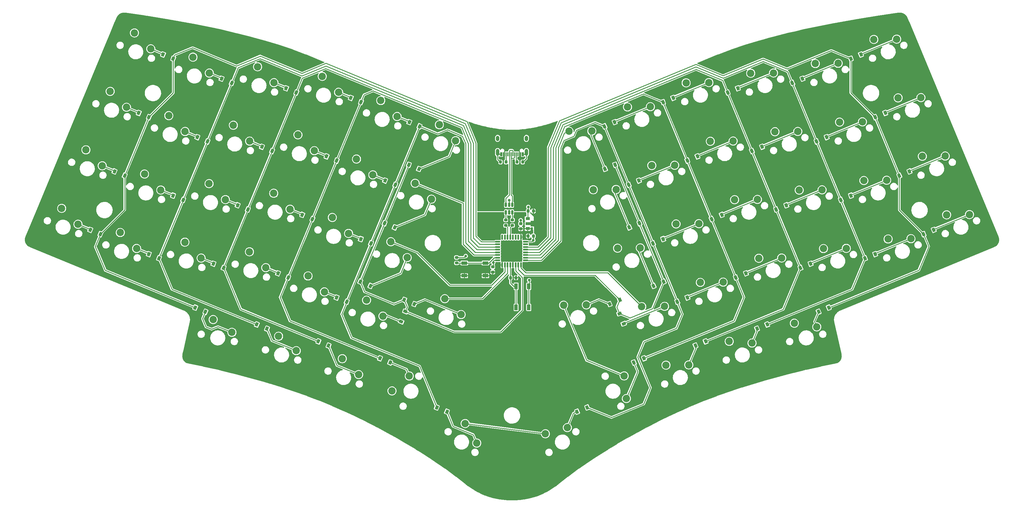
<source format=gbr>
%TF.GenerationSoftware,KiCad,Pcbnew,(6.0.0)*%
%TF.CreationDate,2022-03-22T19:27:30+01:00*%
%TF.ProjectId,main,6d61696e-2e6b-4696-9361-645f70636258,rev?*%
%TF.SameCoordinates,Original*%
%TF.FileFunction,Copper,L1,Top*%
%TF.FilePolarity,Positive*%
%FSLAX46Y46*%
G04 Gerber Fmt 4.6, Leading zero omitted, Abs format (unit mm)*
G04 Created by KiCad (PCBNEW (6.0.0)) date 2022-03-22 19:27:30*
%MOMM*%
%LPD*%
G01*
G04 APERTURE LIST*
G04 Aperture macros list*
%AMRoundRect*
0 Rectangle with rounded corners*
0 $1 Rounding radius*
0 $2 $3 $4 $5 $6 $7 $8 $9 X,Y pos of 4 corners*
0 Add a 4 corners polygon primitive as box body*
4,1,4,$2,$3,$4,$5,$6,$7,$8,$9,$2,$3,0*
0 Add four circle primitives for the rounded corners*
1,1,$1+$1,$2,$3*
1,1,$1+$1,$4,$5*
1,1,$1+$1,$6,$7*
1,1,$1+$1,$8,$9*
0 Add four rect primitives between the rounded corners*
20,1,$1+$1,$2,$3,$4,$5,0*
20,1,$1+$1,$4,$5,$6,$7,0*
20,1,$1+$1,$6,$7,$8,$9,0*
20,1,$1+$1,$8,$9,$2,$3,0*%
%AMRotRect*
0 Rectangle, with rotation*
0 The origin of the aperture is its center*
0 $1 length*
0 $2 width*
0 $3 Rotation angle, in degrees counterclockwise*
0 Add horizontal line*
21,1,$1,$2,0,0,$3*%
%AMFreePoly0*
4,1,9,3.862500,-0.866500,0.737500,-0.866500,0.737500,-0.450000,-0.737500,-0.450000,-0.737500,0.450000,0.737500,0.450000,0.737500,0.866500,3.862500,0.866500,3.862500,-0.866500,3.862500,-0.866500,$1*%
G04 Aperture macros list end*
%TA.AperFunction,SMDPad,CuDef*%
%ADD10RotRect,0.900000X1.200000X157.500000*%
%TD*%
%TA.AperFunction,SMDPad,CuDef*%
%ADD11RotRect,0.900000X1.200000X22.500000*%
%TD*%
%TA.AperFunction,SMDPad,CuDef*%
%ADD12RotRect,0.900000X1.200000X202.500000*%
%TD*%
%TA.AperFunction,SMDPad,CuDef*%
%ADD13RoundRect,0.225000X0.225000X0.250000X-0.225000X0.250000X-0.225000X-0.250000X0.225000X-0.250000X0*%
%TD*%
%TA.AperFunction,SMDPad,CuDef*%
%ADD14R,1.700000X1.000000*%
%TD*%
%TA.AperFunction,SMDPad,CuDef*%
%ADD15RotRect,0.900000X1.200000X337.500000*%
%TD*%
%TA.AperFunction,SMDPad,CuDef*%
%ADD16RoundRect,0.200000X-0.275000X0.200000X-0.275000X-0.200000X0.275000X-0.200000X0.275000X0.200000X0*%
%TD*%
%TA.AperFunction,SMDPad,CuDef*%
%ADD17RoundRect,0.200000X0.275000X-0.200000X0.275000X0.200000X-0.275000X0.200000X-0.275000X-0.200000X0*%
%TD*%
%TA.AperFunction,SMDPad,CuDef*%
%ADD18RotRect,0.900000X1.200000X247.500000*%
%TD*%
%TA.AperFunction,SMDPad,CuDef*%
%ADD19RoundRect,0.225000X-0.250000X0.225000X-0.250000X-0.225000X0.250000X-0.225000X0.250000X0.225000X0*%
%TD*%
%TA.AperFunction,SMDPad,CuDef*%
%ADD20RoundRect,0.200000X-0.200000X-0.275000X0.200000X-0.275000X0.200000X0.275000X-0.200000X0.275000X0*%
%TD*%
%TA.AperFunction,SMDPad,CuDef*%
%ADD21RotRect,0.900000X1.200000X292.500000*%
%TD*%
%TA.AperFunction,SMDPad,CuDef*%
%ADD22RoundRect,0.225000X-0.225000X-0.250000X0.225000X-0.250000X0.225000X0.250000X-0.225000X0.250000X0*%
%TD*%
%TA.AperFunction,SMDPad,CuDef*%
%ADD23RoundRect,0.125000X0.125000X-0.625000X0.125000X0.625000X-0.125000X0.625000X-0.125000X-0.625000X0*%
%TD*%
%TA.AperFunction,SMDPad,CuDef*%
%ADD24RoundRect,0.125000X0.625000X-0.125000X0.625000X0.125000X-0.625000X0.125000X-0.625000X-0.125000X0*%
%TD*%
%TA.AperFunction,SMDPad,CuDef*%
%ADD25R,1.000000X1.700000*%
%TD*%
%TA.AperFunction,SMDPad,CuDef*%
%ADD26R,0.300000X1.150000*%
%TD*%
%TA.AperFunction,ComponentPad*%
%ADD27O,1.000000X2.100000*%
%TD*%
%TA.AperFunction,ComponentPad*%
%ADD28O,1.000000X1.600000*%
%TD*%
%TA.AperFunction,SMDPad,CuDef*%
%ADD29RoundRect,0.150000X-0.150000X0.512500X-0.150000X-0.512500X0.150000X-0.512500X0.150000X0.512500X0*%
%TD*%
%TA.AperFunction,SMDPad,CuDef*%
%ADD30R,1.300000X0.900000*%
%TD*%
%TA.AperFunction,SMDPad,CuDef*%
%ADD31FreePoly0,0.000000*%
%TD*%
%TA.AperFunction,SMDPad,CuDef*%
%ADD32RoundRect,0.200000X0.200000X0.275000X-0.200000X0.275000X-0.200000X-0.275000X0.200000X-0.275000X0*%
%TD*%
%TA.AperFunction,ComponentPad*%
%ADD33C,2.200000*%
%TD*%
%TA.AperFunction,ViaPad*%
%ADD34C,0.800000*%
%TD*%
%TA.AperFunction,Conductor*%
%ADD35C,0.250000*%
%TD*%
G04 APERTURE END LIST*
D10*
%TO.P,D44,1,K*%
%TO.N,/MCU/B6*%
X-247914050Y-77469011D03*
%TO.P,D44,2,A*%
%TO.N,Net-(D44-Pad2)*%
X-250962852Y-76206155D03*
%TD*%
%TO.P,D48,1,K*%
%TO.N,/MCU/A15*%
X-321764388Y-57161927D03*
%TO.P,D48,2,A*%
%TO.N,Net-(D48-Pad2)*%
X-324813190Y-55899071D03*
%TD*%
D11*
%TO.P,D4,1,K*%
%TO.N,/MCU/A5*%
X-153095194Y-17536894D03*
%TO.P,D4,2,A*%
%TO.N,Net-(D4-Pad2)*%
X-150046392Y-16274038D03*
%TD*%
%TO.P,D38,1,K*%
%TO.N,/MCU/A7*%
X-92539325Y-64432911D03*
%TO.P,D38,2,A*%
%TO.N,Net-(D38-Pad2)*%
X-89490523Y-63170055D03*
%TD*%
D12*
%TO.P,D6,1,K*%
%TO.N,/MCU/A1*%
X-167443700Y-36333754D03*
%TO.P,D6,2,A*%
%TO.N,Net-(D6-Pad2)*%
X-170492502Y-37596610D03*
%TD*%
D10*
%TO.P,D22,1,K*%
%TO.N,/MCU/B4*%
X-270297246Y-32208047D03*
%TO.P,D22,2,A*%
%TO.N,Net-(D22-Pad2)*%
X-273346048Y-30945191D03*
%TD*%
D11*
%TO.P,D39,1,K*%
%TO.N,/MCU/A6*%
X-111910782Y-67315470D03*
%TO.P,D39,2,A*%
%TO.N,Net-(D39-Pad2)*%
X-108861980Y-66052614D03*
%TD*%
%TO.P,D37,1,K*%
%TO.N,/MCU/B0*%
X-74985613Y-57161926D03*
%TO.P,D37,2,A*%
%TO.N,Net-(D37-Pad2)*%
X-71936811Y-55899070D03*
%TD*%
D10*
%TO.P,D21,1,K*%
%TO.N,/MCU/B5*%
X-250925790Y-35090604D03*
%TO.P,D21,2,A*%
%TO.N,Net-(D21-Pad2)*%
X-253974592Y-33827748D03*
%TD*%
D12*
%TO.P,D52,1,K*%
%TO.N,/MCU/A5*%
X-158796495Y-94448211D03*
%TO.P,D52,2,A*%
%TO.N,Net-(D52-Pad2)*%
X-161845297Y-95711067D03*
%TD*%
D11*
%TO.P,D16,1,K*%
%TO.N,/MCU/A5*%
X-145824211Y-35090604D03*
%TO.P,D16,2,A*%
%TO.N,Net-(D16-Pad2)*%
X-142775409Y-33827748D03*
%TD*%
D13*
%TO.P,C2,1*%
%TO.N,GND*%
X-191975000Y-57750000D03*
%TO.P,C2,2*%
%TO.N,VSTM*%
X-193525000Y-57750000D03*
%TD*%
D12*
%TO.P,D30,1,K*%
%TO.N,/MCU/A1*%
X-152901730Y-71441177D03*
%TO.P,D30,2,A*%
%TO.N,Net-(D30-Pad2)*%
X-155950532Y-72704033D03*
%TD*%
%TO.P,D51,1,K*%
%TO.N,/MCU/A6*%
X-140333444Y-89371355D03*
%TO.P,D51,2,A*%
%TO.N,Net-(D51-Pad2)*%
X-143382246Y-90634211D03*
%TD*%
D14*
%TO.P,SW61,1,A*%
%TO.N,VSTM*%
X-206350000Y-69650000D03*
X-212650000Y-69650000D03*
%TO.P,SW61,2,B*%
%TO.N,/BOOT*%
X-206350000Y-65850000D03*
X-212650000Y-65850000D03*
%TD*%
D15*
%TO.P,D55,1,K*%
%TO.N,/MCU/A0*%
X-230682987Y-76894415D03*
%TO.P,D55,2,A*%
%TO.N,Net-(D55-Pad2)*%
X-227634185Y-78157271D03*
%TD*%
D16*
%TO.P,R6,1*%
%TO.N,GND*%
X-215000000Y-64175000D03*
%TO.P,R6,2*%
%TO.N,/BOOT*%
X-215000000Y-65825000D03*
%TD*%
D11*
%TO.P,D2,1,K*%
%TO.N,/MCU/A7*%
X-114352281Y-11771779D03*
%TO.P,D2,2,A*%
%TO.N,Net-(D2-Pad2)*%
X-111303479Y-10508923D03*
%TD*%
%TO.P,D3,1,K*%
%TO.N,/MCU/A6*%
X-133723737Y-14654337D03*
%TO.P,D3,2,A*%
%TO.N,Net-(D3-Pad2)*%
X-130674935Y-13391481D03*
%TD*%
%TO.P,D5,1,K*%
%TO.N,/MCU/A3*%
X-170648906Y-24807878D03*
%TO.P,D5,2,A*%
%TO.N,Net-(D5-Pad2)*%
X-167600104Y-23545022D03*
%TD*%
D15*
%TO.P,D60,1,K*%
%TO.N,/MCU/A15*%
X-293341259Y-79217897D03*
%TO.P,D60,2,A*%
%TO.N,Net-(D60-Pad2)*%
X-290292457Y-80480753D03*
%TD*%
D12*
%TO.P,D49,1,K*%
%TO.N,/MCU/B0*%
X-103408741Y-79217897D03*
%TO.P,D49,2,A*%
%TO.N,Net-(D49-Pad2)*%
X-106457543Y-80480753D03*
%TD*%
D17*
%TO.P,R3,1*%
%TO.N,/MCU/A12*%
X-200250000Y-54575000D03*
%TO.P,R3,2*%
%TO.N,/USB_DP*%
X-200250000Y-52925000D03*
%TD*%
D12*
%TO.P,D54,1,K*%
%TO.N,/MCU/A1*%
X-166067013Y-76894415D03*
%TO.P,D54,2,A*%
%TO.N,Net-(D54-Pad2)*%
X-169115815Y-78157271D03*
%TD*%
D10*
%TO.P,D46,1,K*%
%TO.N,/MCU/B4*%
X-284839218Y-67315470D03*
%TO.P,D46,2,A*%
%TO.N,Net-(D46-Pad2)*%
X-287888020Y-66052614D03*
%TD*%
D18*
%TO.P,D43,1,K*%
%TO.N,/MCU/A0*%
X-230344904Y-80389870D03*
%TO.P,D43,2,A*%
%TO.N,Net-(D43-Pad2)*%
X-231607760Y-83438672D03*
%TD*%
D15*
%TO.P,D59,1,K*%
%TO.N,/MCU/B3*%
X-274878674Y-84294668D03*
%TO.P,D59,2,A*%
%TO.N,Net-(D59-Pad2)*%
X-271829872Y-85557524D03*
%TD*%
D10*
%TO.P,D36,1,K*%
%TO.N,/MCU/A15*%
X-314493401Y-39608215D03*
%TO.P,D36,2,A*%
%TO.N,Net-(D36-Pad2)*%
X-317542203Y-38345359D03*
%TD*%
D19*
%TO.P,C3,1*%
%TO.N,GND*%
X-195750000Y-54025000D03*
%TO.P,C3,2*%
%TO.N,VSTM*%
X-195750000Y-55575000D03*
%TD*%
D11*
%TO.P,D1,1,K*%
%TO.N,/MCU/B0*%
X-96798570Y-4500793D03*
%TO.P,D1,2,A*%
%TO.N,Net-(D1-Pad2)*%
X-93749768Y-3237937D03*
%TD*%
D15*
%TO.P,D19,1,K*%
%TO.N,/MCU/A0*%
X-236577285Y-53887465D03*
%TO.P,D19,2,A*%
%TO.N,Net-(D19-Pad2)*%
X-233528483Y-55150321D03*
%TD*%
D20*
%TO.P,R5,1*%
%TO.N,/NRESET*%
X-198825000Y-70250000D03*
%TO.P,R5,2*%
%TO.N,VSTM*%
X-197175000Y-70250000D03*
%TD*%
D10*
%TO.P,D8,1,K*%
%TO.N,/MCU/B6*%
X-226101093Y-24807880D03*
%TO.P,D8,2,A*%
%TO.N,Net-(D8-Pad2)*%
X-229149895Y-23545024D03*
%TD*%
D11*
%TO.P,D17,1,K*%
%TO.N,/MCU/A3*%
X-163377921Y-42361590D03*
%TO.P,D17,2,A*%
%TO.N,Net-(D17-Pad2)*%
X-160329119Y-41098734D03*
%TD*%
D10*
%TO.P,D23,1,K*%
%TO.N,/MCU/B3*%
X-289668703Y-29325490D03*
%TO.P,D23,2,A*%
%TO.N,Net-(D23-Pad2)*%
X-292717505Y-28062634D03*
%TD*%
%TO.P,D33,1,K*%
%TO.N,/MCU/B5*%
X-258196775Y-52644315D03*
%TO.P,D33,2,A*%
%TO.N,Net-(D33-Pad2)*%
X-261245577Y-51381459D03*
%TD*%
D21*
%TO.P,D42,1,K*%
%TO.N,/MCU/A1*%
X-166148276Y-81009886D03*
%TO.P,D42,2,A*%
%TO.N,Net-(D42-Pad2)*%
X-164885420Y-84058688D03*
%TD*%
D15*
%TO.P,D57,1,K*%
%TO.N,/MCU/B5*%
X-237953505Y-94448211D03*
%TO.P,D57,2,A*%
%TO.N,Net-(D57-Pad2)*%
X-234904703Y-95711067D03*
%TD*%
D22*
%TO.P,C1,1*%
%TO.N,GND*%
X-193525000Y-50250000D03*
%TO.P,C1,2*%
%TO.N,VBUS*%
X-191975000Y-50250000D03*
%TD*%
D23*
%TO.P,U3,1,VDD*%
%TO.N,VSTM*%
X-201300000Y-66425000D03*
%TO.P,U3,2,PC14*%
%TO.N,/MCU/C14*%
X-200500000Y-66425000D03*
%TO.P,U3,3,PC15*%
%TO.N,/MCU/C15*%
X-199700000Y-66425000D03*
%TO.P,U3,4,NRST*%
%TO.N,/NRESET*%
X-198900000Y-66425000D03*
%TO.P,U3,5,VDDA*%
%TO.N,VSTM*%
X-198100000Y-66425000D03*
%TO.P,U3,6,PA0*%
%TO.N,/MCU/A0*%
X-197300000Y-66425000D03*
%TO.P,U3,7,PA1*%
%TO.N,/MCU/A1*%
X-196500000Y-66425000D03*
%TO.P,U3,8,PA2*%
%TO.N,/MCU/A2*%
X-195700000Y-66425000D03*
D24*
%TO.P,U3,9,PA3*%
%TO.N,/MCU/A3*%
X-194325000Y-65050000D03*
%TO.P,U3,10,PA4*%
%TO.N,/MCU/A4*%
X-194325000Y-64250000D03*
%TO.P,U3,11,PA5*%
%TO.N,/MCU/A5*%
X-194325000Y-63450000D03*
%TO.P,U3,12,PA6*%
%TO.N,/MCU/A6*%
X-194325000Y-62650000D03*
%TO.P,U3,13,PA7*%
%TO.N,/MCU/A7*%
X-194325000Y-61850000D03*
%TO.P,U3,14,PB0*%
%TO.N,/MCU/B0*%
X-194325000Y-61050000D03*
%TO.P,U3,15,PB1*%
%TO.N,/MCU/B1*%
X-194325000Y-60250000D03*
%TO.P,U3,16,VSS*%
%TO.N,GND*%
X-194325000Y-59450000D03*
D23*
%TO.P,U3,17,VDD*%
%TO.N,VSTM*%
X-195700000Y-58075000D03*
%TO.P,U3,18,PA8*%
%TO.N,/MCU/A8*%
X-196500000Y-58075000D03*
%TO.P,U3,19,PA9*%
%TO.N,/MCU/A9*%
X-197300000Y-58075000D03*
%TO.P,U3,20,PA10*%
%TO.N,/MCU/A10*%
X-198100000Y-58075000D03*
%TO.P,U3,21,PA11*%
%TO.N,/MCU/A11*%
X-198900000Y-58075000D03*
%TO.P,U3,22,PA12*%
%TO.N,/MCU/A12*%
X-199700000Y-58075000D03*
%TO.P,U3,23,PA13*%
%TO.N,/MCU/A13*%
X-200500000Y-58075000D03*
%TO.P,U3,24,PA14*%
%TO.N,/MCU/A14*%
X-201300000Y-58075000D03*
D24*
%TO.P,U3,25,PA15*%
%TO.N,/MCU/A15*%
X-202675000Y-59450000D03*
%TO.P,U3,26,PB3*%
%TO.N,/MCU/B3*%
X-202675000Y-60250000D03*
%TO.P,U3,27,PB4*%
%TO.N,/MCU/B4*%
X-202675000Y-61050000D03*
%TO.P,U3,28,PB5*%
%TO.N,/MCU/B5*%
X-202675000Y-61850000D03*
%TO.P,U3,29,PB6*%
%TO.N,/MCU/B6*%
X-202675000Y-62650000D03*
%TO.P,U3,30,PB7*%
%TO.N,/MCU/B7*%
X-202675000Y-63450000D03*
%TO.P,U3,31,BOOT0*%
%TO.N,/BOOT*%
X-202675000Y-64250000D03*
%TO.P,U3,32,VSS*%
%TO.N,GND*%
X-202675000Y-65050000D03*
%TD*%
D10*
%TO.P,D45,1,K*%
%TO.N,/MCU/B5*%
X-265467760Y-70198027D03*
%TO.P,D45,2,A*%
%TO.N,Net-(D45-Pad2)*%
X-268516562Y-68935171D03*
%TD*%
%TO.P,D9,1,K*%
%TO.N,/MCU/B5*%
X-243654806Y-17536894D03*
%TO.P,D9,2,A*%
%TO.N,Net-(D9-Pad2)*%
X-246703608Y-16274038D03*
%TD*%
%TO.P,D34,1,K*%
%TO.N,/MCU/B4*%
X-277568234Y-49761759D03*
%TO.P,D34,2,A*%
%TO.N,Net-(D34-Pad2)*%
X-280617036Y-48498903D03*
%TD*%
D11*
%TO.P,D41,1,K*%
%TO.N,/MCU/A3*%
X-148835951Y-77469013D03*
%TO.P,D41,2,A*%
%TO.N,Net-(D41-Pad2)*%
X-145787149Y-76206157D03*
%TD*%
D12*
%TO.P,D18,1,K*%
%TO.N,/MCU/A1*%
X-160172715Y-53887465D03*
%TO.P,D18,2,A*%
%TO.N,Net-(D18-Pad2)*%
X-163221517Y-55150321D03*
%TD*%
%TO.P,D50,1,K*%
%TO.N,/MCU/A7*%
X-121871326Y-84294668D03*
%TO.P,D50,2,A*%
%TO.N,Net-(D50-Pad2)*%
X-124920128Y-85557524D03*
%TD*%
D11*
%TO.P,D29,1,K*%
%TO.N,/MCU/A3*%
X-156106937Y-59915301D03*
%TO.P,D29,2,A*%
%TO.N,Net-(D29-Pad2)*%
X-153058135Y-58652445D03*
%TD*%
D25*
%TO.P,SW62,1,A*%
%TO.N,GND*%
X-193350000Y-79150000D03*
X-193350000Y-72850000D03*
%TO.P,SW62,2,B*%
%TO.N,/NRESET*%
X-197150000Y-79150000D03*
X-197150000Y-72850000D03*
%TD*%
D10*
%TO.P,D32,1,K*%
%TO.N,/MCU/B6*%
X-240643064Y-59915301D03*
%TO.P,D32,2,A*%
%TO.N,Net-(D32-Pad2)*%
X-243691866Y-58652445D03*
%TD*%
D11*
%TO.P,D15,1,K*%
%TO.N,/MCU/A6*%
X-126452754Y-32208047D03*
%TO.P,D15,2,A*%
%TO.N,Net-(D15-Pad2)*%
X-123403952Y-30945191D03*
%TD*%
D15*
%TO.P,D7,1,K*%
%TO.N,/MCU/A0*%
X-229306300Y-36333754D03*
%TO.P,D7,2,A*%
%TO.N,Net-(D7-Pad2)*%
X-226257498Y-37596610D03*
%TD*%
%TO.P,D31,1,K*%
%TO.N,/MCU/A0*%
X-243848270Y-71441177D03*
%TO.P,D31,2,A*%
%TO.N,Net-(D31-Pad2)*%
X-240799468Y-72704033D03*
%TD*%
D17*
%TO.P,R4,1*%
%TO.N,/MCU/A11*%
X-198250000Y-54575000D03*
%TO.P,R4,2*%
%TO.N,/USB_DM*%
X-198250000Y-52925000D03*
%TD*%
D26*
%TO.P,J1,A1,GND*%
%TO.N,GND*%
X-195025000Y-33170000D03*
%TO.P,J1,A4,VBUS*%
%TO.N,VBUS*%
X-195825000Y-33170000D03*
%TO.P,J1,A5,CC1*%
%TO.N,Net-(J1-PadA5)*%
X-197125000Y-33170000D03*
%TO.P,J1,A6,D+*%
%TO.N,Net-(J1-PadA6)*%
X-198125000Y-33170000D03*
%TO.P,J1,A7,D-*%
%TO.N,Net-(J1-PadA7)*%
X-198625000Y-33170000D03*
%TO.P,J1,A8,SBU1*%
%TO.N,unconnected-(J1-PadA8)*%
X-199625000Y-33170000D03*
%TO.P,J1,A9,VBUS*%
%TO.N,VBUS*%
X-200925000Y-33170000D03*
%TO.P,J1,A12,GND*%
%TO.N,GND*%
X-201725000Y-33170000D03*
%TO.P,J1,B1,GND*%
X-201425000Y-33170000D03*
%TO.P,J1,B4,VBUS*%
%TO.N,VBUS*%
X-200625000Y-33170000D03*
%TO.P,J1,B5,CC2*%
%TO.N,Net-(J1-PadB5)*%
X-200125000Y-33170000D03*
%TO.P,J1,B6,D+*%
%TO.N,Net-(J1-PadA6)*%
X-199125000Y-33170000D03*
%TO.P,J1,B7,D-*%
%TO.N,Net-(J1-PadA7)*%
X-197625000Y-33170000D03*
%TO.P,J1,B8,SBU2*%
%TO.N,unconnected-(J1-PadB8)*%
X-196625000Y-33170000D03*
%TO.P,J1,B9,VBUS*%
%TO.N,VBUS*%
X-196125000Y-33170000D03*
%TO.P,J1,B12,GND*%
%TO.N,GND*%
X-195325000Y-33170000D03*
D27*
%TO.P,J1,S1,SHIELD*%
X-202695000Y-32605000D03*
D28*
X-202695000Y-28425000D03*
X-194055000Y-28425000D03*
D27*
X-194055000Y-32605000D03*
%TD*%
D11*
%TO.P,D27,1,K*%
%TO.N,/MCU/A6*%
X-119181766Y-49761758D03*
%TO.P,D27,2,A*%
%TO.N,Net-(D27-Pad2)*%
X-116132964Y-48498902D03*
%TD*%
%TO.P,D28,1,K*%
%TO.N,/MCU/A5*%
X-138553225Y-52644315D03*
%TO.P,D28,2,A*%
%TO.N,Net-(D28-Pad2)*%
X-135504423Y-51381459D03*
%TD*%
%TO.P,D13,1,K*%
%TO.N,/MCU/B0*%
X-89527584Y-22054504D03*
%TO.P,D13,2,A*%
%TO.N,Net-(D13-Pad2)*%
X-86478782Y-20791648D03*
%TD*%
%TO.P,D40,1,K*%
%TO.N,/MCU/A5*%
X-131282240Y-70198027D03*
%TO.P,D40,2,A*%
%TO.N,Net-(D40-Pad2)*%
X-128233438Y-68935171D03*
%TD*%
D10*
%TO.P,D12,1,K*%
%TO.N,/MCU/A15*%
X-299951430Y-4500793D03*
%TO.P,D12,2,A*%
%TO.N,Net-(D12-Pad2)*%
X-303000232Y-3237937D03*
%TD*%
%TO.P,D24,1,K*%
%TO.N,/MCU/A15*%
X-307222416Y-22054504D03*
%TO.P,D24,2,A*%
%TO.N,Net-(D24-Pad2)*%
X-310271218Y-20791648D03*
%TD*%
D15*
%TO.P,D58,1,K*%
%TO.N,/MCU/B4*%
X-256416091Y-89371440D03*
%TO.P,D58,2,A*%
%TO.N,Net-(D58-Pad2)*%
X-253367289Y-90634296D03*
%TD*%
D10*
%TO.P,D20,1,K*%
%TO.N,/MCU/B6*%
X-233372079Y-42361590D03*
%TO.P,D20,2,A*%
%TO.N,Net-(D20-Pad2)*%
X-236420881Y-41098734D03*
%TD*%
%TO.P,D47,1,K*%
%TO.N,/MCU/B3*%
X-304210675Y-64432912D03*
%TO.P,D47,2,A*%
%TO.N,Net-(D47-Pad2)*%
X-307259477Y-63170056D03*
%TD*%
D15*
%TO.P,D56,1,K*%
%TO.N,/MCU/B6*%
X-220932200Y-109210709D03*
%TO.P,D56,2,A*%
%TO.N,Net-(D56-Pad2)*%
X-217883398Y-110473565D03*
%TD*%
D19*
%TO.P,C4,1*%
%TO.N,GND*%
X-204149999Y-67025000D03*
%TO.P,C4,2*%
%TO.N,VSTM*%
X-204149999Y-68575000D03*
%TD*%
D12*
%TO.P,D53,1,K*%
%TO.N,/MCU/A3*%
X-175817800Y-109210710D03*
%TO.P,D53,2,A*%
%TO.N,Net-(D53-Pad2)*%
X-178866602Y-110473566D03*
%TD*%
D10*
%TO.P,D10,1,K*%
%TO.N,/MCU/B4*%
X-263026262Y-14654336D03*
%TO.P,D10,2,A*%
%TO.N,Net-(D10-Pad2)*%
X-266075064Y-13391480D03*
%TD*%
%TO.P,D35,1,K*%
%TO.N,/MCU/B3*%
X-296939690Y-46879201D03*
%TO.P,D35,2,A*%
%TO.N,Net-(D35-Pad2)*%
X-299988492Y-45616345D03*
%TD*%
D20*
%TO.P,R1,1*%
%TO.N,GND*%
X-201825000Y-35500000D03*
%TO.P,R1,2*%
%TO.N,Net-(J1-PadB5)*%
X-200175000Y-35500000D03*
%TD*%
D11*
%TO.P,D26,1,K*%
%TO.N,/MCU/A7*%
X-99810310Y-46879201D03*
%TO.P,D26,2,A*%
%TO.N,Net-(D26-Pad2)*%
X-96761508Y-45616345D03*
%TD*%
%TO.P,D25,1,K*%
%TO.N,/MCU/B0*%
X-82256599Y-39608215D03*
%TO.P,D25,2,A*%
%TO.N,Net-(D25-Pad2)*%
X-79207797Y-38345359D03*
%TD*%
D29*
%TO.P,U1,1,I/O1*%
%TO.N,Net-(J1-PadA7)*%
X-198300000Y-48362500D03*
%TO.P,U1,2,GND*%
%TO.N,GND*%
X-199250000Y-48362500D03*
%TO.P,U1,3,I/O2*%
%TO.N,Net-(J1-PadA6)*%
X-200200000Y-48362500D03*
%TO.P,U1,4,I/O2*%
%TO.N,/USB_DP*%
X-200200000Y-50637500D03*
%TO.P,U1,5,VBUS*%
%TO.N,VBUS*%
X-199250000Y-50637500D03*
%TO.P,U1,6,I/O1*%
%TO.N,/USB_DM*%
X-198300000Y-50637500D03*
%TD*%
D30*
%TO.P,U2,1,GND*%
%TO.N,GND*%
X-193650000Y-52500000D03*
D31*
%TO.P,U2,2,VIN*%
%TO.N,VBUS*%
X-193562500Y-54000000D03*
D30*
%TO.P,U2,3,VOUT*%
%TO.N,VSTM*%
X-193650000Y-55500000D03*
%TD*%
D10*
%TO.P,D11,1,K*%
%TO.N,/MCU/B3*%
X-282397720Y-11771778D03*
%TO.P,D11,2,A*%
%TO.N,Net-(D11-Pad2)*%
X-285446522Y-10508922D03*
%TD*%
D11*
%TO.P,D14,1,K*%
%TO.N,/MCU/A7*%
X-107081296Y-29325489D03*
%TO.P,D14,2,A*%
%TO.N,Net-(D14-Pad2)*%
X-104032494Y-28062633D03*
%TD*%
D32*
%TO.P,R2,1*%
%TO.N,GND*%
X-195174999Y-35500001D03*
%TO.P,R2,2*%
%TO.N,Net-(J1-PadA5)*%
X-196824999Y-35500001D03*
%TD*%
D33*
%TO.P,SW18,1,1*%
%TO.N,/MCU/B7*%
X-174012189Y-43838576D03*
%TO.P,SW18,2,2*%
%TO.N,Net-(D18-Pad2)*%
X-167173538Y-43755190D03*
%TD*%
%TO.P,SW3,1,1*%
%TO.N,/MCU/A4*%
X-126804294Y-8860337D03*
%TO.P,SW3,2,2*%
%TO.N,Net-(D3-Pad2)*%
X-119965643Y-8776951D03*
%TD*%
%TO.P,SW58,1,1*%
%TO.N,/MCU/C15*%
X-249244075Y-94555677D03*
%TO.P,SW58,2,2*%
%TO.N,Net-(D58-Pad2)*%
X-244349456Y-99332371D03*
%TD*%
%TO.P,SW22,1,1*%
%TO.N,/MCU/B7*%
X-281909999Y-24470015D03*
%TO.P,SW22,2,2*%
%TO.N,Net-(D22-Pad2)*%
X-277015380Y-29246709D03*
%TD*%
%TO.P,SW1,1,1*%
%TO.N,/MCU/A4*%
X-89879126Y1293207D03*
%TO.P,SW1,2,2*%
%TO.N,Net-(D1-Pad2)*%
X-83040475Y1376593D03*
%TD*%
%TO.P,SW36,1,1*%
%TO.N,/MCU/C14*%
X-326106153Y-31870186D03*
%TO.P,SW36,2,2*%
%TO.N,Net-(D36-Pad2)*%
X-321211534Y-36646880D03*
%TD*%
%TO.P,SW30,1,1*%
%TO.N,/MCU/C14*%
X-166741203Y-61392287D03*
%TO.P,SW30,2,2*%
%TO.N,Net-(D30-Pad2)*%
X-159902552Y-61308901D03*
%TD*%
%TO.P,SW28,1,1*%
%TO.N,/MCU/C14*%
X-131633781Y-46850317D03*
%TO.P,SW28,2,2*%
%TO.N,Net-(D28-Pad2)*%
X-124795130Y-46766931D03*
%TD*%
%TO.P,SW37,1,1*%
%TO.N,/MCU/A2*%
X-68066170Y-51367928D03*
%TO.P,SW37,2,2*%
%TO.N,Net-(D37-Pad2)*%
X-61227519Y-51284542D03*
%TD*%
%TO.P,SW13,1,1*%
%TO.N,/MCU/B7*%
X-82608142Y-16260506D03*
%TO.P,SW13,2,2*%
%TO.N,Net-(D13-Pad2)*%
X-75769491Y-16177120D03*
%TD*%
%TO.P,SW50,1,1*%
%TO.N,/MCU/C15*%
X-133242769Y-89364320D03*
%TO.P,SW50,2,2*%
%TO.N,Net-(D50-Pad2)*%
X-126422873Y-89877279D03*
%TD*%
%TO.P,SW47,1,1*%
%TO.N,/MCU/A2*%
X-315823427Y-56694882D03*
%TO.P,SW47,2,2*%
%TO.N,Net-(D47-Pad2)*%
X-310928808Y-61471576D03*
%TD*%
%TO.P,SW12,1,1*%
%TO.N,/MCU/A4*%
X-311564182Y3237237D03*
%TO.P,SW12,2,2*%
%TO.N,Net-(D12-Pad2)*%
X-306669563Y-1539457D03*
%TD*%
%TO.P,SW43,1,1*%
%TO.N,/MCU/A2*%
X-241973088Y-77001968D03*
%TO.P,SW43,2,2*%
%TO.N,Net-(D43-Pad2)*%
X-237078469Y-81778662D03*
%TD*%
%TO.P,SW54,1,1*%
%TO.N,/MCU/C15*%
X-182913008Y-78490493D03*
%TO.P,SW54,2,2*%
%TO.N,Net-(D54-Pad2)*%
X-176074357Y-78407107D03*
%TD*%
%TO.P,SW34,1,1*%
%TO.N,/MCU/C14*%
X-289180984Y-42023727D03*
%TO.P,SW34,2,2*%
%TO.N,Net-(D34-Pad2)*%
X-284286365Y-46800421D03*
%TD*%
%TO.P,SW45,1,1*%
%TO.N,/MCU/A2*%
X-277080512Y-62459997D03*
%TO.P,SW45,2,2*%
%TO.N,Net-(D45-Pad2)*%
X-272185893Y-67236691D03*
%TD*%
%TO.P,SW25,1,1*%
%TO.N,/MCU/C14*%
X-75337156Y-33814217D03*
%TO.P,SW25,2,2*%
%TO.N,Net-(D25-Pad2)*%
X-68498505Y-33730831D03*
%TD*%
%TO.P,SW7,1,1*%
%TO.N,/MCU/A4*%
X-220160135Y-24340836D03*
%TO.P,SW7,2,2*%
%TO.N,Net-(D7-Pad2)*%
X-215265516Y-29117530D03*
%TD*%
%TO.P,SW41,1,1*%
%TO.N,/MCU/A2*%
X-141916507Y-71675013D03*
%TO.P,SW41,2,2*%
%TO.N,Net-(D41-Pad2)*%
X-135077856Y-71591627D03*
%TD*%
%TO.P,SW35,1,1*%
%TO.N,/MCU/C14*%
X-308552442Y-39141169D03*
%TO.P,SW35,2,2*%
%TO.N,Net-(D35-Pad2)*%
X-303657823Y-43917863D03*
%TD*%
%TO.P,SW23,1,1*%
%TO.N,/MCU/B7*%
X-301281457Y-21587461D03*
%TO.P,SW23,2,2*%
%TO.N,Net-(D23-Pad2)*%
X-296386838Y-26364155D03*
%TD*%
%TO.P,SW29,1,1*%
%TO.N,/MCU/C14*%
X-149187493Y-54121302D03*
%TO.P,SW29,2,2*%
%TO.N,Net-(D29-Pad2)*%
X-142348842Y-54037916D03*
%TD*%
%TO.P,SW2,1,1*%
%TO.N,/MCU/A4*%
X-107432837Y-5977780D03*
%TO.P,SW2,2,2*%
%TO.N,Net-(D2-Pad2)*%
X-100594186Y-5894394D03*
%TD*%
%TO.P,SW40,1,1*%
%TO.N,/MCU/A2*%
X-124362796Y-64404029D03*
%TO.P,SW40,2,2*%
%TO.N,Net-(D40-Pad2)*%
X-117524145Y-64320643D03*
%TD*%
%TO.P,SW21,1,1*%
%TO.N,/MCU/B7*%
X-262538543Y-27352574D03*
%TO.P,SW21,2,2*%
%TO.N,Net-(D21-Pad2)*%
X-257643924Y-32129268D03*
%TD*%
%TO.P,SW16,1,1*%
%TO.N,/MCU/B7*%
X-138904765Y-29296605D03*
%TO.P,SW16,2,2*%
%TO.N,Net-(D16-Pad2)*%
X-132066114Y-29213219D03*
%TD*%
%TO.P,SW49,1,1*%
%TO.N,/MCU/C15*%
X-113736252Y-83908203D03*
%TO.P,SW49,2,2*%
%TO.N,Net-(D49-Pad2)*%
X-106987016Y-85013603D03*
%TD*%
%TO.P,SW14,1,1*%
%TO.N,/MCU/B7*%
X-100161851Y-23531492D03*
%TO.P,SW14,2,2*%
%TO.N,Net-(D14-Pad2)*%
X-93323200Y-23448106D03*
%TD*%
%TO.P,SW15,1,1*%
%TO.N,/MCU/B7*%
X-119533308Y-26414048D03*
%TO.P,SW15,2,2*%
%TO.N,Net-(D15-Pad2)*%
X-112694657Y-26330662D03*
%TD*%
%TO.P,SW20,1,1*%
%TO.N,/MCU/B7*%
X-244984830Y-34623560D03*
%TO.P,SW20,2,2*%
%TO.N,Net-(D20-Pad2)*%
X-240090211Y-39400254D03*
%TD*%
%TO.P,SW42,1,1*%
%TO.N,/MCU/A2*%
X-159470219Y-78946000D03*
%TO.P,SW42,2,2*%
%TO.N,Net-(D42-Pad2)*%
X-152631568Y-78862614D03*
%TD*%
%TO.P,SW26,1,1*%
%TO.N,/MCU/C14*%
X-92890866Y-41085202D03*
%TO.P,SW26,2,2*%
%TO.N,Net-(D26-Pad2)*%
X-86052215Y-41001816D03*
%TD*%
%TO.P,SW46,1,1*%
%TO.N,/MCU/A2*%
X-296451969Y-59577438D03*
%TO.P,SW46,2,2*%
%TO.N,Net-(D46-Pad2)*%
X-291557350Y-64354132D03*
%TD*%
%TO.P,SW56,1,1*%
%TO.N,/MCU/C15*%
X-212426064Y-114020706D03*
%TO.P,SW56,2,2*%
%TO.N,Net-(D56-Pad2)*%
X-208934525Y-119901459D03*
%TD*%
%TO.P,SW60,1,1*%
%TO.N,/MCU/C15*%
X-287973332Y-82808690D03*
%TO.P,SW60,2,2*%
%TO.N,Net-(D60-Pad2)*%
X-282323609Y-86662873D03*
%TD*%
%TO.P,SW44,1,1*%
%TO.N,/MCU/A2*%
X-259526801Y-69730981D03*
%TO.P,SW44,2,2*%
%TO.N,Net-(D44-Pad2)*%
X-254632182Y-74507675D03*
%TD*%
%TO.P,SW48,1,1*%
%TO.N,/MCU/A2*%
X-333377138Y-49423896D03*
%TO.P,SW48,2,2*%
%TO.N,Net-(D48-Pad2)*%
X-328482519Y-54200590D03*
%TD*%
%TO.P,SW11,1,1*%
%TO.N,/MCU/A4*%
X-294010470Y-4033748D03*
%TO.P,SW11,2,2*%
%TO.N,Net-(D11-Pad2)*%
X-289115851Y-8810442D03*
%TD*%
%TO.P,SW53,1,1*%
%TO.N,/MCU/C15*%
X-188354171Y-117113212D03*
%TO.P,SW53,2,2*%
%TO.N,Net-(D53-Pad2)*%
X-181770123Y-115262694D03*
%TD*%
%TO.P,SW55,1,1*%
%TO.N,/MCU/C15*%
X-218530299Y-76546461D03*
%TO.P,SW55,2,2*%
%TO.N,Net-(D55-Pad2)*%
X-213635680Y-81323155D03*
%TD*%
%TO.P,SW10,1,1*%
%TO.N,/MCU/A4*%
X-274639014Y-6916305D03*
%TO.P,SW10,2,2*%
%TO.N,Net-(D10-Pad2)*%
X-269744395Y-11692999D03*
%TD*%
%TO.P,SW17,1,1*%
%TO.N,/MCU/B7*%
X-156458477Y-36567592D03*
%TO.P,SW17,2,2*%
%TO.N,Net-(D17-Pad2)*%
X-149619826Y-36484206D03*
%TD*%
%TO.P,SW59,1,1*%
%TO.N,/MCU/C15*%
X-268352262Y-87836674D03*
%TO.P,SW59,2,2*%
%TO.N,Net-(D59-Pad2)*%
X-263059952Y-92168597D03*
%TD*%
%TO.P,SW57,1,1*%
%TO.N,/MCU/C15*%
X-234349219Y-104231829D03*
%TO.P,SW57,2,2*%
%TO.N,Net-(D57-Pad2)*%
X-229164107Y-99772151D03*
%TD*%
%TO.P,SW27,1,1*%
%TO.N,/MCU/C14*%
X-112262324Y-43967759D03*
%TO.P,SW27,2,2*%
%TO.N,Net-(D27-Pad2)*%
X-105423673Y-43884373D03*
%TD*%
%TO.P,SW8,1,1*%
%TO.N,/MCU/A4*%
X-237713847Y-17069848D03*
%TO.P,SW8,2,2*%
%TO.N,Net-(D8-Pad2)*%
X-232819228Y-21846542D03*
%TD*%
%TO.P,SW31,1,1*%
%TO.N,/MCU/C14*%
X-234702104Y-59448256D03*
%TO.P,SW31,2,2*%
%TO.N,Net-(D31-Pad2)*%
X-229807485Y-64224950D03*
%TD*%
%TO.P,SW38,1,1*%
%TO.N,/MCU/A2*%
X-85619882Y-58638914D03*
%TO.P,SW38,2,2*%
%TO.N,Net-(D38-Pad2)*%
X-78781231Y-58555528D03*
%TD*%
%TO.P,SW19,1,1*%
%TO.N,/MCU/B7*%
X-227431120Y-41894545D03*
%TO.P,SW19,2,2*%
%TO.N,Net-(D19-Pad2)*%
X-222536501Y-46671239D03*
%TD*%
%TO.P,SW5,1,1*%
%TO.N,/MCU/A4*%
X-163729461Y-19013880D03*
%TO.P,SW5,2,2*%
%TO.N,Net-(D5-Pad2)*%
X-156890810Y-18930494D03*
%TD*%
%TO.P,SW32,1,1*%
%TO.N,/MCU/C14*%
X-252255815Y-52177270D03*
%TO.P,SW32,2,2*%
%TO.N,Net-(D32-Pad2)*%
X-247361196Y-56953964D03*
%TD*%
%TO.P,SW9,1,1*%
%TO.N,/MCU/A4*%
X-255267557Y-9798863D03*
%TO.P,SW9,2,2*%
%TO.N,Net-(D9-Pad2)*%
X-250372938Y-14575557D03*
%TD*%
%TO.P,SW39,1,1*%
%TO.N,/MCU/A2*%
X-104991339Y-61521470D03*
%TO.P,SW39,2,2*%
%TO.N,Net-(D39-Pad2)*%
X-98152688Y-61438084D03*
%TD*%
%TO.P,SW51,1,1*%
%TO.N,/MCU/C15*%
X-152199233Y-96499709D03*
%TO.P,SW51,2,2*%
%TO.N,Net-(D51-Pad2)*%
X-145360582Y-96416323D03*
%TD*%
%TO.P,SW52,1,1*%
%TO.N,/MCU/C15*%
X-164746463Y-99725814D03*
%TO.P,SW52,2,2*%
%TO.N,Net-(D52-Pad2)*%
X-164067367Y-106531174D03*
%TD*%
%TO.P,SW4,1,1*%
%TO.N,/MCU/A4*%
X-146175751Y-11742896D03*
%TO.P,SW4,2,2*%
%TO.N,Net-(D4-Pad2)*%
X-139337100Y-11659510D03*
%TD*%
%TO.P,SW6,1,1*%
%TO.N,/MCU/A4*%
X-181283173Y-26284867D03*
%TO.P,SW6,2,2*%
%TO.N,Net-(D6-Pad2)*%
X-174444522Y-26201481D03*
%TD*%
%TO.P,SW33,1,1*%
%TO.N,/MCU/C14*%
X-269809526Y-44906284D03*
%TO.P,SW33,2,2*%
%TO.N,Net-(D33-Pad2)*%
X-264914907Y-49682978D03*
%TD*%
%TO.P,SW24,1,1*%
%TO.N,/MCU/B7*%
X-318835168Y-14316474D03*
%TO.P,SW24,2,2*%
%TO.N,Net-(D24-Pad2)*%
X-313940549Y-19093168D03*
%TD*%
D34*
%TO.N,GND*%
X-195750000Y-53000000D03*
X-193250000Y-71000000D03*
X-193500000Y-49000000D03*
X-199250000Y-47000000D03*
X-192000000Y-59000000D03*
X-212250000Y-63750000D03*
X-204000000Y-65750000D03*
%TD*%
D35*
%TO.N,GND*%
X-191975000Y-58975000D02*
X-192000000Y-59000000D01*
X-195087500Y-35500000D02*
X-194055000Y-34467500D01*
X-204000000Y-66874999D02*
X-204150000Y-67025000D01*
X-202694999Y-32605000D02*
X-202695000Y-34717500D01*
X-215000000Y-64175000D02*
X-212675000Y-64175000D01*
X-191975000Y-57750000D02*
X-191975000Y-58975000D01*
X-204000001Y-65250000D02*
X-203800000Y-65050000D01*
X-195750000Y-53000000D02*
X-195750000Y-54025000D01*
X-193650000Y-50375000D02*
X-193650000Y-52500000D01*
X-193525000Y-50250000D02*
X-193650000Y-50375000D01*
X-201725000Y-33170000D02*
X-202130000Y-33170000D01*
X-202695000Y-34717500D02*
X-201912500Y-35500000D01*
X-193525000Y-50250000D02*
X-193525000Y-49025000D01*
X-195325000Y-33170000D02*
X-194620000Y-33170000D01*
X-194325000Y-59450000D02*
X-192450000Y-59450000D01*
X-204000000Y-65750000D02*
X-204000000Y-66874999D01*
X-199250000Y-48362500D02*
X-199250000Y-47000000D01*
X-193349999Y-72850000D02*
X-193350000Y-79150000D01*
X-203800000Y-65050000D02*
X-202675000Y-65050000D01*
X-193250000Y-72750001D02*
X-193349999Y-72850000D01*
X-193250000Y-71000000D02*
X-193250000Y-72750001D01*
X-204000000Y-65750000D02*
X-204000001Y-65250000D01*
X-194055000Y-34467500D02*
X-194055000Y-32605001D01*
X-194620000Y-33170000D02*
X-194055000Y-32605001D01*
X-192450000Y-59450000D02*
X-192000000Y-59000000D01*
X-202130000Y-33170000D02*
X-202694999Y-32605000D01*
X-212675000Y-64175000D02*
X-212250000Y-63750000D01*
X-193525000Y-49025000D02*
X-193500000Y-49000000D01*
%TO.N,VBUS*%
X-200625000Y-33170000D02*
X-200925001Y-33170000D01*
X-195825000Y-33170000D02*
X-195825000Y-34175000D01*
X-195825000Y-33170000D02*
X-196125000Y-33170000D01*
X-200925001Y-33170000D02*
X-200925001Y-34175000D01*
X-200625000Y-33170000D02*
X-200625001Y-34125000D01*
X-196125000Y-33170000D02*
X-196125000Y-34125000D01*
%TO.N,Net-(D1-Pad2)*%
X-93660469Y-3022355D02*
X-93749766Y-3237937D01*
X-83040474Y1376592D02*
X-93660469Y-3022355D01*
%TO.N,Net-(D2-Pad2)*%
X-100594186Y-5894395D02*
X-111214180Y-10293339D01*
X-111214180Y-10293339D02*
X-111303478Y-10508924D01*
%TO.N,Net-(D3-Pad2)*%
X-130585638Y-13175898D02*
X-130674935Y-13391481D01*
X-119965643Y-8776951D02*
X-130585638Y-13175898D01*
%TO.N,Net-(D4-Pad2)*%
X-149957096Y-16058455D02*
X-150046392Y-16274037D01*
X-139337099Y-11659509D02*
X-149957096Y-16058455D01*
%TO.N,Net-(D5-Pad2)*%
X-167510807Y-23329439D02*
X-167600105Y-23545023D01*
X-156890812Y-18930494D02*
X-167510807Y-23329439D01*
%TO.N,Net-(D6-Pad2)*%
X-170492502Y-37596610D02*
X-174828521Y-27128536D01*
X-174828521Y-27128536D02*
X-174444522Y-26201481D01*
%TO.N,/MCU/A12*%
X-199700000Y-58075000D02*
X-199700000Y-55125001D01*
X-199700000Y-55125001D02*
X-200250000Y-54575000D01*
%TO.N,/USB_DP*%
X-200200000Y-52875000D02*
X-200250000Y-52924999D01*
X-200200000Y-50637500D02*
X-200200000Y-52875000D01*
X-200250000Y-52924999D02*
X-200250000Y-52837499D01*
%TO.N,/USB_DM*%
X-198300000Y-50637500D02*
X-198300000Y-52875000D01*
X-198300000Y-52875000D02*
X-198250001Y-52925000D01*
X-198250001Y-52925000D02*
X-198250000Y-52837500D01*
%TO.N,/NRESET*%
X-197900000Y-72850000D02*
X-197150000Y-72850000D01*
X-197150000Y-72850000D02*
X-197150000Y-79150000D01*
X-198825000Y-70250000D02*
X-198825000Y-71925000D01*
X-198825000Y-71925000D02*
X-197900000Y-72850000D01*
X-198900000Y-70175000D02*
X-198825000Y-70250000D01*
X-198900000Y-66425000D02*
X-198900000Y-70175000D01*
%TO.N,/BOOT*%
X-206349999Y-65850000D02*
X-212650000Y-65850000D01*
X-214975000Y-65850000D02*
X-215000000Y-65825000D01*
X-205350000Y-65850000D02*
X-206349999Y-65850000D01*
X-212650000Y-65850000D02*
X-214975000Y-65850000D01*
X-202675001Y-64250000D02*
X-203749999Y-64250000D01*
X-203749999Y-64250000D02*
X-205350000Y-65850000D01*
%TO.N,/MCU/C14*%
X-234702104Y-59448257D02*
X-226763443Y-62736558D01*
X-200500000Y-68500000D02*
X-200499999Y-66425000D01*
X-217000000Y-72500000D02*
X-204500000Y-72500000D01*
X-204500000Y-72500000D02*
X-200500000Y-68500000D01*
X-226763443Y-62736558D02*
X-217000000Y-72500000D01*
%TO.N,/MCU/C15*%
X-182913008Y-78490493D02*
X-176057762Y-95040521D01*
X-218530298Y-76546462D02*
X-207296462Y-76546462D01*
X-176057762Y-95040521D02*
X-164746464Y-99725814D01*
X-188354171Y-117113213D02*
X-212426064Y-114020705D01*
X-207296462Y-76546462D02*
X-199700000Y-68950000D01*
X-199700000Y-68950000D02*
X-199700000Y-66425000D01*
%TO.N,/MCU/A0*%
X-230344905Y-80389871D02*
X-229790015Y-79050245D01*
X-195249999Y-70250000D02*
X-195250000Y-79999999D01*
X-229790015Y-79050245D02*
X-230682987Y-76894416D01*
X-233786074Y-78179757D02*
X-230682382Y-76894164D01*
X-236577285Y-53887466D02*
X-243848271Y-71441176D01*
X-215750000Y-86500000D02*
X-230344904Y-80389870D01*
X-197300000Y-68200000D02*
X-195249999Y-70250000D01*
X-242562929Y-74544264D02*
X-233786074Y-78179757D01*
X-229306300Y-36333756D02*
X-236577285Y-53887466D01*
X-195250000Y-79999999D02*
X-201750000Y-86500000D01*
X-201750000Y-86500000D02*
X-215750000Y-86500000D01*
X-197300000Y-66425000D02*
X-197300000Y-68200000D01*
X-243848271Y-71441176D02*
X-242562929Y-74544264D01*
%TO.N,/MCU/A1*%
X-163012525Y-82308756D02*
X-156241505Y-79504107D01*
X-173461428Y-69500000D02*
X-194750000Y-69500000D01*
X-194750000Y-69500000D02*
X-196500000Y-67750000D01*
X-166148276Y-81009886D02*
X-163012525Y-82308756D01*
X-166959987Y-79050243D02*
X-166067014Y-76894416D01*
X-196500000Y-67750000D02*
X-196499999Y-66424999D01*
X-152901729Y-71441177D02*
X-160172714Y-53887466D01*
X-156241505Y-79504107D02*
X-152901731Y-71441178D01*
X-166067014Y-76894415D02*
X-173461428Y-69500000D01*
X-160172714Y-53887466D02*
X-167443700Y-36333755D01*
X-166148276Y-81009886D02*
X-166959987Y-79050243D01*
%TO.N,/MCU/A2*%
X-159470219Y-78946000D02*
X-169666219Y-68750000D01*
X-169666219Y-68750000D02*
X-194250000Y-68750000D01*
X-194250000Y-68750000D02*
X-195700000Y-67300000D01*
X-195700000Y-67300000D02*
X-195700000Y-66425001D01*
%TO.N,/MCU/A3*%
X-148835951Y-77469012D02*
X-156106934Y-59915301D01*
X-173477484Y-23636242D02*
X-179101410Y-25965749D01*
X-160693323Y-94066220D02*
X-158799136Y-89493250D01*
X-149066013Y-85461658D02*
X-147295651Y-81187626D01*
X-175817798Y-109210710D02*
X-168571337Y-112212294D01*
X-156106934Y-59915301D02*
X-170648906Y-24807879D01*
X-179867204Y-27814538D02*
X-182807305Y-29032368D01*
X-170648908Y-24807876D02*
X-173477484Y-23636242D01*
X-147295651Y-81187626D02*
X-148835951Y-77469012D01*
X-170648908Y-24807878D02*
X-170648908Y-24807876D01*
X-183732944Y-59232944D02*
X-189550000Y-65050000D01*
X-183732944Y-31267056D02*
X-183732944Y-59232944D01*
X-189550000Y-65050000D02*
X-194324999Y-65050001D01*
X-182807305Y-29032368D02*
X-183732944Y-31267056D01*
X-156866488Y-103305015D02*
X-160693323Y-94066220D01*
X-158895974Y-108204626D02*
X-156866488Y-103305015D01*
X-179101410Y-25965749D02*
X-179867204Y-27814538D01*
X-158799136Y-89493250D02*
X-149066013Y-85461658D01*
X-168571337Y-112212294D02*
X-158895974Y-108204626D01*
%TO.N,/MCU/A4*%
X-184493809Y-31256191D02*
X-184493809Y-58993810D01*
X-184493809Y-58993810D02*
X-189750000Y-64250000D01*
X-182673092Y-26860590D02*
X-184493809Y-31256191D01*
X-189750000Y-64250000D02*
X-194325001Y-64250000D01*
X-181283172Y-26284867D02*
X-182673092Y-26860590D01*
%TO.N,/MCU/A5*%
X-131796115Y-83264287D02*
X-128833066Y-76110855D01*
X-189950000Y-63450000D02*
X-194325000Y-63450000D01*
X-185254675Y-31245325D02*
X-185254675Y-58754674D01*
X-138553225Y-52644315D02*
X-145824210Y-35090604D01*
X-128833066Y-76110855D02*
X-131282240Y-70198028D01*
X-153095194Y-17536893D02*
X-158974597Y-15101565D01*
X-158974597Y-15101565D02*
X-182625578Y-24898122D01*
X-185254675Y-58754674D02*
X-189950000Y-63450000D01*
X-131282240Y-70198028D02*
X-138553225Y-52644315D01*
X-158796494Y-94448210D02*
X-131796115Y-83264287D01*
X-182625578Y-24898122D02*
X-185254675Y-31245325D01*
X-153095196Y-17536892D02*
X-145824210Y-35090604D01*
%TO.N,/MCU/A6*%
X-186015542Y-31234458D02*
X-186015543Y-58515542D01*
X-117052146Y-79727818D02*
X-111910784Y-67315470D01*
X-183143561Y-24300884D02*
X-186015542Y-31234458D01*
X-135216341Y-11050871D02*
X-143185771Y-7749825D01*
X-133723737Y-14654335D02*
X-126452751Y-32208046D01*
X-119181768Y-49761759D02*
X-111910784Y-67315470D01*
X-126452751Y-32208046D02*
X-119181768Y-49761759D01*
X-186015543Y-58515542D02*
X-190150000Y-62650000D01*
X-143185771Y-7749825D02*
X-183143561Y-24300884D01*
X-140333910Y-89371439D02*
X-117052146Y-79727818D01*
X-133723738Y-14654336D02*
X-135216341Y-11050871D01*
X-190150000Y-62650000D02*
X-194325000Y-62650000D01*
%TO.N,/MCU/A7*%
X-96395348Y-73742172D02*
X-92539326Y-64432910D01*
X-186776407Y-31223593D02*
X-186776407Y-58276407D01*
X-183661543Y-23703645D02*
X-186776407Y-31223593D01*
X-99810310Y-46879201D02*
X-107081294Y-29325490D01*
X-135075795Y-10343720D02*
X-143241813Y-6961245D01*
X-115749215Y-8399283D02*
X-123065360Y-5368836D01*
X-190349999Y-61850000D02*
X-194325000Y-61850000D01*
X-92539326Y-64432910D02*
X-99810310Y-46879201D01*
X-123065360Y-5368836D02*
X-135075795Y-10343720D01*
X-107081294Y-29325490D02*
X-114352282Y-11771778D01*
X-186776407Y-58276407D02*
X-190349999Y-61850000D01*
X-121871324Y-84294668D02*
X-96395348Y-73742172D01*
X-143241813Y-6961245D02*
X-183661543Y-23703645D01*
X-114352282Y-11771778D02*
X-115749215Y-8399283D01*
%TO.N,/MCU/B0*%
X-82256599Y-39608215D02*
X-82256599Y-49890941D01*
X-76408361Y-68033974D02*
X-73445312Y-60880541D01*
X-143297857Y-6172664D02*
X-184179527Y-23106406D01*
X-96798570Y-4500792D02*
X-102677969Y-2065466D01*
X-96798570Y-4500792D02*
X-96798570Y-14783518D01*
X-82256599Y-49890941D02*
X-74985613Y-57161926D01*
X-115935308Y-7556835D02*
X-123121404Y-4580255D01*
X-187537274Y-31212726D02*
X-187537274Y-58037274D01*
X-73445312Y-60880541D02*
X-74985613Y-57161926D01*
X-187537274Y-58037274D02*
X-190550000Y-61050000D01*
X-102677969Y-2065466D02*
X-115935308Y-7556835D01*
X-190550000Y-61050000D02*
X-194324999Y-61050000D01*
X-123121404Y-4580255D02*
X-135131838Y-9555140D01*
X-135131838Y-9555140D02*
X-143297857Y-6172664D01*
X-184179527Y-23106406D02*
X-187537274Y-31212726D01*
X-103408743Y-79217898D02*
X-76408361Y-68033974D01*
X-96798570Y-14783518D02*
X-89527584Y-22054504D01*
X-89527584Y-22054504D02*
X-82256600Y-39608216D01*
%TO.N,/MCU/A11*%
X-198900000Y-58074999D02*
X-198900000Y-55225000D01*
X-198900000Y-55225000D02*
X-198250000Y-54575000D01*
%TO.N,/MCU/A15*%
X-299951430Y-4500793D02*
X-299951429Y-14783518D01*
X-323304687Y-60880541D02*
X-321764387Y-57161926D01*
X-293341258Y-79217898D02*
X-320341639Y-68033974D01*
X-211877565Y-23393419D02*
X-209172946Y-29922946D01*
X-320341639Y-68033974D02*
X-323304687Y-60880541D01*
X-294154903Y-1219343D02*
X-280989619Y-6672582D01*
X-209172946Y-29922946D02*
X-209172946Y-57827054D01*
X-314493401Y-39608215D02*
X-314493401Y-49890940D01*
X-207550000Y-59449999D02*
X-202675000Y-59449999D01*
X-314493401Y-49890940D02*
X-321764388Y-57161927D01*
X-299951429Y-14783518D02*
X-307222416Y-22054504D01*
X-299511205Y-3437996D02*
X-294154903Y-1219343D01*
X-261331149Y-8862230D02*
X-254145053Y-5885653D01*
X-273803524Y-3696004D02*
X-261331149Y-8862230D01*
X-280989619Y-6672582D02*
X-273803524Y-3696004D01*
X-307222416Y-22054504D02*
X-314493400Y-39608215D01*
X-209172946Y-57827054D02*
X-207550000Y-59449999D01*
X-299951430Y-4500793D02*
X-299511205Y-3437996D01*
X-254145053Y-5885653D02*
X-211877565Y-23393419D01*
%TO.N,/MCU/B3*%
X-300354653Y-73742172D02*
X-304210676Y-64432910D01*
X-296939690Y-46879200D02*
X-289668705Y-29325489D01*
X-274878676Y-84294668D02*
X-300354653Y-73742172D01*
X-289668705Y-29325489D02*
X-282397719Y-11771779D01*
X-208000000Y-60250000D02*
X-202675000Y-60250000D01*
X-209933812Y-29933812D02*
X-209933812Y-58316188D01*
X-273859566Y-4484584D02*
X-261387192Y-9650811D01*
X-254201096Y-6674232D02*
X-212395547Y-23990657D01*
X-261387192Y-9650811D02*
X-254201096Y-6674232D01*
X-304210676Y-64432910D02*
X-296939690Y-46879200D01*
X-209933812Y-58316188D02*
X-208000000Y-60250000D01*
X-212395547Y-23990657D02*
X-209933812Y-29933812D01*
X-282397719Y-11771778D02*
X-280522432Y-7244434D01*
X-280522432Y-7244434D02*
X-273859566Y-4484584D01*
%TO.N,/MCU/B4*%
X-279697854Y-79727816D02*
X-284839217Y-67315469D01*
X-254257138Y-7462813D02*
X-212913529Y-24587896D01*
X-256416090Y-89371439D02*
X-279697854Y-79727816D01*
X-208450000Y-61050000D02*
X-202675000Y-61050000D01*
X-261246646Y-10357961D02*
X-254257138Y-7462813D01*
X-277568232Y-49761759D02*
X-270297249Y-32208046D01*
X-210694677Y-58805323D02*
X-208450000Y-61050000D01*
X-210694677Y-29944677D02*
X-210694677Y-58805323D01*
X-212913529Y-24587896D02*
X-210694677Y-29944677D01*
X-270297249Y-32208046D02*
X-261246646Y-10357961D01*
X-284839217Y-67315469D02*
X-277568232Y-49761759D01*
%TO.N,/MCU/B5*%
X-267916934Y-76110855D02*
X-265467759Y-70198028D01*
X-211455544Y-59294456D02*
X-208900000Y-61850000D01*
X-237953505Y-94448211D02*
X-264953885Y-83264287D01*
X-213431512Y-25185135D02*
X-211455544Y-29955545D01*
X-211455544Y-29955545D02*
X-211455544Y-59294456D01*
X-243654806Y-17536892D02*
X-242736227Y-15319248D01*
X-243654804Y-17536893D02*
X-250925789Y-35090605D01*
X-242736227Y-15319248D02*
X-239993048Y-14182986D01*
X-258196775Y-52644315D02*
X-265467759Y-70198028D01*
X-264953885Y-83264287D02*
X-267916934Y-76110855D01*
X-208900000Y-61850000D02*
X-202675000Y-61850000D01*
X-250925789Y-35090605D02*
X-258196775Y-52644315D01*
X-239993048Y-14182986D02*
X-213431512Y-25185135D01*
%TO.N,/MCU/B6*%
X-233372079Y-42361589D02*
X-240643064Y-59915301D01*
X-226073563Y-96798363D02*
X-246491301Y-88341059D01*
X-217778965Y-25874042D02*
X-220653057Y-27064530D01*
X-233372079Y-42361589D02*
X-226101093Y-24807879D01*
X-213250000Y-27750000D02*
X-217778965Y-25874042D01*
X-212250000Y-59749999D02*
X-212250000Y-30000000D01*
X-249454350Y-81187627D02*
X-247914050Y-77469011D01*
X-246491301Y-88341059D02*
X-249454350Y-81187627D01*
X-247914050Y-77469011D02*
X-240643064Y-59915301D01*
X-202675000Y-62650000D02*
X-209350000Y-62650000D01*
X-212250000Y-30000000D02*
X-213250000Y-27750000D01*
X-220932201Y-109210709D02*
X-226073563Y-96798363D01*
X-209350000Y-62650000D02*
X-212250000Y-59749999D01*
X-220653057Y-27064530D02*
X-226101092Y-24807879D01*
%TO.N,/MCU/B7*%
X-227431120Y-41894545D02*
X-213050001Y-47851400D01*
X-213050000Y-60200000D02*
X-209800000Y-63450000D01*
X-209800000Y-63450000D02*
X-202675000Y-63450000D01*
X-213050001Y-47851400D02*
X-213050000Y-60200000D01*
%TO.N,Net-(D7-Pad2)*%
X-226257498Y-37596609D02*
X-217228543Y-33856694D01*
X-217228543Y-33856694D02*
X-215265516Y-29117530D01*
%TO.N,Net-(D8-Pad2)*%
X-232819227Y-21846542D02*
X-229239193Y-23329440D01*
X-229239193Y-23329440D02*
X-229149895Y-23545023D01*
%TO.N,Net-(D9-Pad2)*%
X-246792904Y-16058455D02*
X-246703608Y-16274037D01*
X-250372939Y-14575557D02*
X-246792904Y-16058455D01*
%TO.N,Net-(D10-Pad2)*%
X-266164362Y-13175897D02*
X-266075065Y-13391481D01*
X-269744394Y-11692999D02*
X-266164362Y-13175897D01*
%TO.N,Net-(D11-Pad2)*%
X-289115851Y-8810442D02*
X-285535819Y-10293340D01*
X-285535819Y-10293340D02*
X-285446522Y-10508924D01*
%TO.N,Net-(D12-Pad2)*%
X-306669563Y-1539456D02*
X-303089531Y-3022355D01*
X-303089531Y-3022355D02*
X-303000234Y-3237937D01*
%TO.N,Net-(D13-Pad2)*%
X-75769489Y-16177120D02*
X-86389484Y-20576064D01*
X-86389484Y-20576064D02*
X-86478781Y-20791649D01*
%TO.N,Net-(D14-Pad2)*%
X-93323201Y-23448106D02*
X-103943195Y-27847055D01*
X-103943195Y-27847055D02*
X-104032494Y-28062634D01*
%TO.N,Net-(D15-Pad2)*%
X-123314653Y-30729608D02*
X-123403951Y-30945190D01*
X-112694656Y-26330661D02*
X-123314653Y-30729608D01*
%TO.N,Net-(D16-Pad2)*%
X-142686109Y-33612166D02*
X-142775407Y-33827748D01*
X-132066115Y-29213220D02*
X-142686109Y-33612166D01*
%TO.N,Net-(D17-Pad2)*%
X-160239821Y-40883152D02*
X-160329117Y-41098733D01*
X-149619826Y-36484205D02*
X-160239821Y-40883152D01*
%TO.N,Net-(D18-Pad2)*%
X-167557536Y-44682245D02*
X-167173537Y-43755190D01*
X-163221517Y-55150321D02*
X-167557536Y-44682245D01*
%TO.N,Net-(D19-Pad2)*%
X-224499528Y-51410405D02*
X-222536500Y-46671239D01*
X-233528483Y-55150321D02*
X-224499528Y-51410405D01*
%TO.N,Net-(D20-Pad2)*%
X-236510179Y-40883152D02*
X-236420883Y-41098733D01*
X-240090211Y-39400253D02*
X-236510179Y-40883152D01*
%TO.N,Net-(D21-Pad2)*%
X-257643923Y-32129267D02*
X-254063889Y-33612166D01*
X-254063889Y-33612166D02*
X-253974592Y-33827749D01*
%TO.N,Net-(D22-Pad2)*%
X-277015380Y-29246711D02*
X-273435346Y-30729609D01*
X-273435346Y-30729609D02*
X-273346050Y-30945191D01*
%TO.N,Net-(D23-Pad2)*%
X-292806805Y-27847053D02*
X-292717506Y-28062634D01*
X-296386838Y-26364153D02*
X-292806805Y-27847053D01*
%TO.N,Net-(D24-Pad2)*%
X-313940550Y-19093167D02*
X-310360516Y-20576065D01*
X-310360516Y-20576065D02*
X-310271219Y-20791648D01*
%TO.N,Net-(D25-Pad2)*%
X-79118500Y-38129777D02*
X-79207796Y-38345361D01*
X-68498504Y-33730833D02*
X-79118500Y-38129777D01*
%TO.N,Net-(D26-Pad2)*%
X-86052216Y-41001816D02*
X-96672212Y-45400763D01*
X-96672212Y-45400763D02*
X-96761506Y-45616345D01*
%TO.N,Net-(D27-Pad2)*%
X-116043668Y-48283321D02*
X-116132965Y-48498903D01*
X-105423673Y-43884375D02*
X-116043668Y-48283321D01*
%TO.N,Net-(D28-Pad2)*%
X-124795129Y-46766930D02*
X-135415126Y-51165879D01*
X-135415126Y-51165879D02*
X-135504422Y-51381458D01*
%TO.N,Net-(D29-Pad2)*%
X-152968836Y-58436862D02*
X-153058134Y-58652446D01*
X-142348842Y-54037917D02*
X-152968836Y-58436862D01*
%TO.N,Net-(D30-Pad2)*%
X-160286550Y-62235956D02*
X-159902552Y-61308901D01*
X-155950532Y-72704032D02*
X-160286550Y-62235956D01*
%TO.N,Net-(D31-Pad2)*%
X-231770512Y-68964116D02*
X-240799468Y-72704032D01*
X-229807485Y-64224949D02*
X-231770512Y-68964116D01*
%TO.N,Net-(D32-Pad2)*%
X-247361196Y-56953964D02*
X-243781163Y-58436862D01*
X-243781163Y-58436862D02*
X-243691865Y-58652445D01*
%TO.N,Net-(D33-Pad2)*%
X-261334875Y-51165878D02*
X-261245577Y-51381458D01*
X-264914908Y-49682980D02*
X-261334875Y-51165878D01*
%TO.N,Net-(D34-Pad2)*%
X-284286366Y-46800422D02*
X-280706333Y-48283320D01*
X-280706333Y-48283320D02*
X-280617035Y-48498903D01*
%TO.N,Net-(D35-Pad2)*%
X-300077789Y-45400762D02*
X-299988493Y-45616345D01*
X-303657822Y-43917863D02*
X-300077789Y-45400762D01*
%TO.N,Net-(D36-Pad2)*%
X-321211534Y-36646878D02*
X-317631500Y-38129778D01*
X-317631500Y-38129778D02*
X-317542203Y-38345360D01*
%TO.N,Net-(D37-Pad2)*%
X-61227518Y-51284542D02*
X-71847514Y-55683488D01*
X-71847514Y-55683488D02*
X-71936812Y-55899071D01*
%TO.N,Net-(D38-Pad2)*%
X-78781230Y-58555526D02*
X-89401226Y-62954474D01*
X-89401226Y-62954474D02*
X-89490523Y-63170054D01*
%TO.N,Net-(D39-Pad2)*%
X-98152688Y-61438085D02*
X-108772684Y-65837031D01*
X-108772684Y-65837031D02*
X-108861980Y-66052613D01*
%TO.N,Net-(D40-Pad2)*%
X-128144142Y-68719587D02*
X-128233438Y-68935173D01*
X-117524144Y-64320643D02*
X-128144142Y-68719587D01*
%TO.N,Net-(D41-Pad2)*%
X-135077856Y-71591628D02*
X-145697850Y-75990573D01*
X-145697850Y-75990573D02*
X-145787151Y-76206156D01*
%TO.N,Net-(D42-Pad2)*%
X-164825240Y-83913399D02*
X-152631568Y-78862615D01*
X-164885421Y-84058688D02*
X-164825240Y-83913399D01*
%TO.N,Net-(D43-Pad2)*%
X-231607761Y-83438672D02*
X-236346927Y-81475646D01*
X-236346927Y-81475646D02*
X-237078470Y-81778661D01*
%TO.N,Net-(D44-Pad2)*%
X-251052150Y-75990574D02*
X-250962851Y-76206156D01*
X-254632182Y-74507674D02*
X-251052150Y-75990574D01*
%TO.N,Net-(D45-Pad2)*%
X-272185894Y-67236690D02*
X-268605860Y-68719588D01*
X-268605860Y-68719588D02*
X-268516561Y-68935174D01*
%TO.N,Net-(D46-Pad2)*%
X-287977317Y-65837031D02*
X-287888021Y-66052613D01*
X-291557350Y-64354132D02*
X-287977317Y-65837031D01*
%TO.N,Net-(D47-Pad2)*%
X-307348774Y-62954474D02*
X-307259477Y-63170056D01*
X-310928808Y-61471576D02*
X-307348774Y-62954474D01*
%TO.N,Net-(D48-Pad2)*%
X-324902485Y-55683488D02*
X-324813188Y-55899071D01*
X-328482519Y-54200590D02*
X-324902485Y-55683488D01*
%TO.N,Net-(D49-Pad2)*%
X-106987016Y-85013603D02*
X-107661063Y-83386310D01*
X-107661063Y-83386310D02*
X-106457544Y-80480752D01*
%TO.N,Net-(D50-Pad2)*%
X-124776849Y-85903429D02*
X-124920128Y-85557523D01*
X-126422870Y-89877281D02*
X-124776849Y-85903429D01*
%TO.N,Net-(D51-Pad2)*%
X-145360582Y-96416323D02*
X-143174149Y-91137810D01*
X-143174149Y-91137810D02*
X-143382712Y-90634297D01*
%TO.N,Net-(D52-Pad2)*%
X-164067368Y-106531176D02*
X-160715413Y-98438842D01*
X-160715413Y-98438842D02*
X-161845295Y-95711067D01*
%TO.N,Net-(D53-Pad2)*%
X-181770121Y-115262694D02*
X-179976897Y-110933466D01*
X-179976897Y-110933466D02*
X-178866603Y-110473567D01*
%TO.N,Net-(D54-Pad2)*%
X-176074359Y-78407107D02*
X-172293508Y-76841028D01*
X-172293508Y-76841028D02*
X-169116423Y-78157019D01*
%TO.N,Net-(D55-Pad2)*%
X-213635680Y-81323154D02*
X-224456492Y-76841028D01*
X-224456492Y-76841028D02*
X-227633578Y-78157020D01*
%TO.N,Net-(D56-Pad2)*%
X-208934525Y-119901456D02*
X-209968560Y-117405073D01*
X-216056861Y-114883216D02*
X-217883397Y-110473567D01*
X-209968560Y-117405073D02*
X-216056861Y-114883216D01*
%TO.N,Net-(D57-Pad2)*%
X-230005734Y-97740286D02*
X-229164108Y-99772152D01*
X-234904702Y-95711066D02*
X-230005734Y-97740286D01*
%TO.N,Net-(D58-Pad2)*%
X-250885904Y-96624886D02*
X-253367287Y-90634295D01*
X-244349457Y-99332371D02*
X-250885904Y-96624886D01*
%TO.N,Net-(D59-Pad2)*%
X-270340645Y-89152836D02*
X-271829872Y-85557523D01*
X-263059953Y-92168595D02*
X-270340645Y-89152836D01*
%TO.N,Net-(D60-Pad2)*%
X-288429575Y-85717252D02*
X-290161849Y-84999720D01*
X-282323608Y-86662875D02*
X-286518059Y-84925475D01*
X-286518059Y-84925475D02*
X-288429575Y-85717252D01*
X-291163060Y-82582578D02*
X-290292456Y-80480752D01*
X-290161849Y-84999720D02*
X-291163060Y-82582578D01*
%TO.N,Net-(J1-PadA5)*%
X-197125000Y-33169999D02*
X-197125000Y-35287501D01*
X-197125000Y-35287501D02*
X-196912500Y-35500000D01*
%TO.N,Net-(J1-PadA6)*%
X-199125000Y-32124999D02*
X-199125000Y-33170001D01*
X-198250000Y-31999998D02*
X-199000000Y-32000000D01*
X-198125000Y-32125000D02*
X-198250000Y-31999998D01*
X-199125000Y-45375000D02*
X-199125000Y-33170001D01*
X-198125000Y-33170000D02*
X-198125000Y-32125000D01*
X-199000000Y-32000000D02*
X-199125000Y-32124999D01*
X-200200000Y-48362500D02*
X-200200000Y-46450000D01*
X-200200000Y-46450000D02*
X-199125000Y-45375000D01*
%TO.N,Net-(J1-PadA7)*%
X-198300000Y-48362499D02*
X-198300000Y-45700000D01*
X-198625000Y-45375000D02*
X-198625000Y-34170000D01*
X-197625000Y-34125000D02*
X-197625000Y-33170000D01*
X-198625000Y-33170000D02*
X-198625000Y-34375000D01*
X-198625000Y-34375000D02*
X-197875000Y-34375000D01*
X-198300000Y-45700000D02*
X-198625000Y-45375000D01*
X-197875000Y-34375000D02*
X-197625000Y-34125000D01*
%TO.N,Net-(J1-PadB5)*%
X-200125000Y-33170000D02*
X-200125000Y-35499999D01*
%TD*%
%TA.AperFunction,Conductor*%
%TO.N,VBUS*%
G36*
X-184687474Y-23213391D02*
G01*
X-184664843Y-23270237D01*
X-184672172Y-23314526D01*
X-186590493Y-27945763D01*
X-187441559Y-30000421D01*
X-187860777Y-31012502D01*
X-187865487Y-31022310D01*
X-187865811Y-31022900D01*
X-187870877Y-31029326D01*
X-187873587Y-31037043D01*
X-187873588Y-31037045D01*
X-187887418Y-31076429D01*
X-187889355Y-31081496D01*
X-187896128Y-31097847D01*
X-187897049Y-31101821D01*
X-187897051Y-31101827D01*
X-187897204Y-31102489D01*
X-187900240Y-31112940D01*
X-187912297Y-31147274D01*
X-187912774Y-31152781D01*
X-187912774Y-31158340D01*
X-187915331Y-31180693D01*
X-187917215Y-31188822D01*
X-187916381Y-31196964D01*
X-187916381Y-31196966D01*
X-187913290Y-31227132D01*
X-187912774Y-31237222D01*
X-187912774Y-57840729D01*
X-187931681Y-57898920D01*
X-187941770Y-57910733D01*
X-190676541Y-60645504D01*
X-190731058Y-60673281D01*
X-190746545Y-60674500D01*
X-193269823Y-60674500D01*
X-193328014Y-60655593D01*
X-193363978Y-60606093D01*
X-193363978Y-60544907D01*
X-193358766Y-60532024D01*
X-193338548Y-60490663D01*
X-193338547Y-60490659D01*
X-193335174Y-60483759D01*
X-193324500Y-60410590D01*
X-193324500Y-60089410D01*
X-193335365Y-60015604D01*
X-193358673Y-59968131D01*
X-193367347Y-59907564D01*
X-193338763Y-59853465D01*
X-193283840Y-59826500D01*
X-193269806Y-59825500D01*
X-192500624Y-59825500D01*
X-192479788Y-59827717D01*
X-192475930Y-59828548D01*
X-192475927Y-59828548D01*
X-192467934Y-59830269D01*
X-192459813Y-59829308D01*
X-192459810Y-59829308D01*
X-192433436Y-59826186D01*
X-192425613Y-59825725D01*
X-192422890Y-59825500D01*
X-192418807Y-59825500D01*
X-192414781Y-59824830D01*
X-192414770Y-59824829D01*
X-192399367Y-59822265D01*
X-192394760Y-59821609D01*
X-192370467Y-59818733D01*
X-192351916Y-59816538D01*
X-192351915Y-59816538D01*
X-192343790Y-59815576D01*
X-192336895Y-59812265D01*
X-192334230Y-59811422D01*
X-192326687Y-59810167D01*
X-192281493Y-59785781D01*
X-192277384Y-59783688D01*
X-192231100Y-59761463D01*
X-192226869Y-59757906D01*
X-192225360Y-59756397D01*
X-192224466Y-59755577D01*
X-192222608Y-59754009D01*
X-192216671Y-59750806D01*
X-192180129Y-59711275D01*
X-192177436Y-59708473D01*
X-192147368Y-59678405D01*
X-192092851Y-59650628D01*
X-192075811Y-59649421D01*
X-191931505Y-59651688D01*
X-191894169Y-59643137D01*
X-191783851Y-59617871D01*
X-191783849Y-59617870D01*
X-191778032Y-59616538D01*
X-191772701Y-59613857D01*
X-191642701Y-59548474D01*
X-191642699Y-59548473D01*
X-191637375Y-59545795D01*
X-191608410Y-59521057D01*
X-191522190Y-59447418D01*
X-191522189Y-59447417D01*
X-191517652Y-59443542D01*
X-191465398Y-59370822D01*
X-191429260Y-59320532D01*
X-191429259Y-59320530D01*
X-191425776Y-59315683D01*
X-191367050Y-59169598D01*
X-191362683Y-59138919D01*
X-191345322Y-59016929D01*
X-191345322Y-59016925D01*
X-191344866Y-59013723D01*
X-191344722Y-59000000D01*
X-191363637Y-58843694D01*
X-191372542Y-58820126D01*
X-191417180Y-58701996D01*
X-191419290Y-58696412D01*
X-191508469Y-58566657D01*
X-191512925Y-58562687D01*
X-191516872Y-58558210D01*
X-191515573Y-58557064D01*
X-191542464Y-58511048D01*
X-191536389Y-58450165D01*
X-191505110Y-58410735D01*
X-191415961Y-58343921D01*
X-191415957Y-58343917D01*
X-191410313Y-58339687D01*
X-191328628Y-58230695D01*
X-191280816Y-58103157D01*
X-191274500Y-58045015D01*
X-191274501Y-57454986D01*
X-191280816Y-57396843D01*
X-191328628Y-57269305D01*
X-191410313Y-57160313D01*
X-191519305Y-57078628D01*
X-191646843Y-57030816D01*
X-191653013Y-57030146D01*
X-191653016Y-57030145D01*
X-191689346Y-57026199D01*
X-191704985Y-57024500D01*
X-191710048Y-57024500D01*
X-191768239Y-57005593D01*
X-191804203Y-56956093D01*
X-191809046Y-56926069D01*
X-191811494Y-56500000D01*
X-191837500Y-51975001D01*
X-192826746Y-50970878D01*
X-192898661Y-50897882D01*
X-192926031Y-50843160D01*
X-192916009Y-50782801D01*
X-192907358Y-50769031D01*
X-192882856Y-50736337D01*
X-192882855Y-50736335D01*
X-192878628Y-50730695D01*
X-192865894Y-50696728D01*
X-192842432Y-50634144D01*
X-192804301Y-50586293D01*
X-192745326Y-50569994D01*
X-192688035Y-50591472D01*
X-192657032Y-50634145D01*
X-192623404Y-50723850D01*
X-192616701Y-50736093D01*
X-192543563Y-50833682D01*
X-192533682Y-50843563D01*
X-192436093Y-50916701D01*
X-192423850Y-50923404D01*
X-192308859Y-50966511D01*
X-192296880Y-50969360D01*
X-192247625Y-50974711D01*
X-192242291Y-50975000D01*
X-192115680Y-50975000D01*
X-192102995Y-50970878D01*
X-192100000Y-50966757D01*
X-192100000Y-50959320D01*
X-191850000Y-50959320D01*
X-191845878Y-50972005D01*
X-191841757Y-50975000D01*
X-191707709Y-50975000D01*
X-191702375Y-50974711D01*
X-191653120Y-50969360D01*
X-191641141Y-50966511D01*
X-191526150Y-50923404D01*
X-191513907Y-50916701D01*
X-191416318Y-50843563D01*
X-191406437Y-50833682D01*
X-191333299Y-50736093D01*
X-191326596Y-50723850D01*
X-191283489Y-50608859D01*
X-191280640Y-50596880D01*
X-191275289Y-50547625D01*
X-191275000Y-50542291D01*
X-191275000Y-50390680D01*
X-191279122Y-50377995D01*
X-191283243Y-50375000D01*
X-191834320Y-50375000D01*
X-191847005Y-50379122D01*
X-191850000Y-50383243D01*
X-191850000Y-50959320D01*
X-192100000Y-50959320D01*
X-192100000Y-50109320D01*
X-191850000Y-50109320D01*
X-191845878Y-50122005D01*
X-191841757Y-50125000D01*
X-191290680Y-50125000D01*
X-191277995Y-50120878D01*
X-191275000Y-50116757D01*
X-191275000Y-49957709D01*
X-191275289Y-49952375D01*
X-191280640Y-49903120D01*
X-191283489Y-49891141D01*
X-191326596Y-49776150D01*
X-191333299Y-49763907D01*
X-191406437Y-49666318D01*
X-191416318Y-49656437D01*
X-191513907Y-49583299D01*
X-191526150Y-49576596D01*
X-191641141Y-49533489D01*
X-191653120Y-49530640D01*
X-191702375Y-49525289D01*
X-191707709Y-49525000D01*
X-191834320Y-49525000D01*
X-191847005Y-49529122D01*
X-191850000Y-49533243D01*
X-191850000Y-50109320D01*
X-192100000Y-50109320D01*
X-192100000Y-49540680D01*
X-192104122Y-49527995D01*
X-192108243Y-49525000D01*
X-192242291Y-49525000D01*
X-192247625Y-49525289D01*
X-192296880Y-49530640D01*
X-192308859Y-49533489D01*
X-192423850Y-49576596D01*
X-192436093Y-49583299D01*
X-192533682Y-49656437D01*
X-192543563Y-49666318D01*
X-192616701Y-49763907D01*
X-192623404Y-49776150D01*
X-192657032Y-49865855D01*
X-192695162Y-49913706D01*
X-192754136Y-49930006D01*
X-192811428Y-49908529D01*
X-192842432Y-49865856D01*
X-192876154Y-49775905D01*
X-192878628Y-49769305D01*
X-192949422Y-49674845D01*
X-192956083Y-49665957D01*
X-192960313Y-49660313D01*
X-192965957Y-49656083D01*
X-192965960Y-49656080D01*
X-193027063Y-49610286D01*
X-193062289Y-49560258D01*
X-193061381Y-49499079D01*
X-193031988Y-49455786D01*
X-193017652Y-49443542D01*
X-192925776Y-49315683D01*
X-192909377Y-49274891D01*
X-192869274Y-49175131D01*
X-192869273Y-49175129D01*
X-192867050Y-49169598D01*
X-192865006Y-49155240D01*
X-192845322Y-49016929D01*
X-192845322Y-49016925D01*
X-192844866Y-49013723D01*
X-192844722Y-49000000D01*
X-192856034Y-48906519D01*
X-192862920Y-48849616D01*
X-192862921Y-48849613D01*
X-192863637Y-48843694D01*
X-192919290Y-48696412D01*
X-193008469Y-48566657D01*
X-193012922Y-48562690D01*
X-193012925Y-48562686D01*
X-193080443Y-48502531D01*
X-193126024Y-48461919D01*
X-193138538Y-48455293D01*
X-193259895Y-48391037D01*
X-193259898Y-48391036D01*
X-193265169Y-48388245D01*
X-193341520Y-48369067D01*
X-193412082Y-48351343D01*
X-193412085Y-48351343D01*
X-193417872Y-48349889D01*
X-193497436Y-48349473D01*
X-193569350Y-48349096D01*
X-193569352Y-48349096D01*
X-193575316Y-48349065D01*
X-193728412Y-48385820D01*
X-193800965Y-48423267D01*
X-193863015Y-48455293D01*
X-193863017Y-48455295D01*
X-193868321Y-48458032D01*
X-193986966Y-48561533D01*
X-194077499Y-48690348D01*
X-194134691Y-48837039D01*
X-194135469Y-48842950D01*
X-194135470Y-48842953D01*
X-194136347Y-48849616D01*
X-194155242Y-48993138D01*
X-194154587Y-48999071D01*
X-194154587Y-48999075D01*
X-194142738Y-49106403D01*
X-194137965Y-49149633D01*
X-194131174Y-49168190D01*
X-194091904Y-49275500D01*
X-194083857Y-49297490D01*
X-194080528Y-49302444D01*
X-193999371Y-49423219D01*
X-193999368Y-49423223D01*
X-193996042Y-49428172D01*
X-193991629Y-49432187D01*
X-193991626Y-49432191D01*
X-193987034Y-49436369D01*
X-193956718Y-49489515D01*
X-193963430Y-49550331D01*
X-193994288Y-49588815D01*
X-194084040Y-49656080D01*
X-194084043Y-49656083D01*
X-194089687Y-49660313D01*
X-194093917Y-49665957D01*
X-194100578Y-49674845D01*
X-194171372Y-49769305D01*
X-194219184Y-49896843D01*
X-194219854Y-49903013D01*
X-194219855Y-49903016D01*
X-194221016Y-49913706D01*
X-194225500Y-49954985D01*
X-194225500Y-50188502D01*
X-194244406Y-50246690D01*
X-194293906Y-50282654D01*
X-194324499Y-50287500D01*
X-197650501Y-50287500D01*
X-197708692Y-50268593D01*
X-197744656Y-50219093D01*
X-197749501Y-50188500D01*
X-197749501Y-50093482D01*
X-197764354Y-49999696D01*
X-197821950Y-49886658D01*
X-197911658Y-49796950D01*
X-197918595Y-49793415D01*
X-197918597Y-49793414D01*
X-198017756Y-49742890D01*
X-198017757Y-49742890D01*
X-198024696Y-49739354D01*
X-198032390Y-49738135D01*
X-198032391Y-49738135D01*
X-198114635Y-49725109D01*
X-198114637Y-49725109D01*
X-198118481Y-49724500D01*
X-198299976Y-49724500D01*
X-198481518Y-49724501D01*
X-198485361Y-49725110D01*
X-198485366Y-49725110D01*
X-198522217Y-49730947D01*
X-198575304Y-49739354D01*
X-198623021Y-49763667D01*
X-198681403Y-49793414D01*
X-198681405Y-49793415D01*
X-198688342Y-49796950D01*
X-198705349Y-49813957D01*
X-198759866Y-49841734D01*
X-198820298Y-49832163D01*
X-198845357Y-49813957D01*
X-198856449Y-49802865D01*
X-198868894Y-49793823D01*
X-198967912Y-49743371D01*
X-198982547Y-49738616D01*
X-199064673Y-49725609D01*
X-199072412Y-49725000D01*
X-199109320Y-49725000D01*
X-199122005Y-49729122D01*
X-199125000Y-49733243D01*
X-199125000Y-50287500D01*
X-199375000Y-50287500D01*
X-199375000Y-49740681D01*
X-199379122Y-49727996D01*
X-199383243Y-49725001D01*
X-199427585Y-49725001D01*
X-199435329Y-49725611D01*
X-199517449Y-49738616D01*
X-199532091Y-49743373D01*
X-199631106Y-49793823D01*
X-199643551Y-49802865D01*
X-199654643Y-49813957D01*
X-199709160Y-49841734D01*
X-199769592Y-49832163D01*
X-199794651Y-49813957D01*
X-199811658Y-49796950D01*
X-199818595Y-49793415D01*
X-199818597Y-49793414D01*
X-199917756Y-49742890D01*
X-199917757Y-49742890D01*
X-199924696Y-49739354D01*
X-199932390Y-49738135D01*
X-199932391Y-49738135D01*
X-200014635Y-49725109D01*
X-200014637Y-49725109D01*
X-200018481Y-49724500D01*
X-200199976Y-49724500D01*
X-200381518Y-49724501D01*
X-200385361Y-49725110D01*
X-200385366Y-49725110D01*
X-200422217Y-49730947D01*
X-200475304Y-49739354D01*
X-200523021Y-49763667D01*
X-200581403Y-49793414D01*
X-200581405Y-49793415D01*
X-200588342Y-49796950D01*
X-200678050Y-49886658D01*
X-200681585Y-49893595D01*
X-200681586Y-49893597D01*
X-200732110Y-49992756D01*
X-200735646Y-49999696D01*
X-200750500Y-50093481D01*
X-200750500Y-50188500D01*
X-200769407Y-50246691D01*
X-200818907Y-50282655D01*
X-200849500Y-50287500D01*
X-208698446Y-50287500D01*
X-208756637Y-50268593D01*
X-208792601Y-50219093D01*
X-208797446Y-50188500D01*
X-208797446Y-33198822D01*
X-203445500Y-33198822D01*
X-203430343Y-33328828D01*
X-203370631Y-33493331D01*
X-203367478Y-33498140D01*
X-203367476Y-33498144D01*
X-203320942Y-33569119D01*
X-203274677Y-33639685D01*
X-203270508Y-33643634D01*
X-203270505Y-33643638D01*
X-203207597Y-33703231D01*
X-203147628Y-33760040D01*
X-203119774Y-33776219D01*
X-203078954Y-33821793D01*
X-203070500Y-33861824D01*
X-203070500Y-34666876D01*
X-203072717Y-34687712D01*
X-203073468Y-34691201D01*
X-203075269Y-34699566D01*
X-203074308Y-34707687D01*
X-203074308Y-34707690D01*
X-203071186Y-34734064D01*
X-203070725Y-34741887D01*
X-203070500Y-34744610D01*
X-203070500Y-34748693D01*
X-203069830Y-34752717D01*
X-203069829Y-34752730D01*
X-203067265Y-34768133D01*
X-203066609Y-34772740D01*
X-203060576Y-34823710D01*
X-203057265Y-34830605D01*
X-203056422Y-34833270D01*
X-203055167Y-34840813D01*
X-203030781Y-34886007D01*
X-203028688Y-34890116D01*
X-203006463Y-34936400D01*
X-203002906Y-34940631D01*
X-203001397Y-34942140D01*
X-203000577Y-34943034D01*
X-202999009Y-34944892D01*
X-202995806Y-34950829D01*
X-202956276Y-34987370D01*
X-202953473Y-34990064D01*
X-202504496Y-35439041D01*
X-202476719Y-35493558D01*
X-202475500Y-35509044D01*
X-202475500Y-35828834D01*
X-202475282Y-35831135D01*
X-202475282Y-35831145D01*
X-202473087Y-35854361D01*
X-202472519Y-35860369D01*
X-202427634Y-35988184D01*
X-202347150Y-36097150D01*
X-202341193Y-36101550D01*
X-202276286Y-36149491D01*
X-202238184Y-36177634D01*
X-202110369Y-36222519D01*
X-202104362Y-36223087D01*
X-202104361Y-36223087D01*
X-202081145Y-36225282D01*
X-202081135Y-36225282D01*
X-202078834Y-36225500D01*
X-201571166Y-36225500D01*
X-201568865Y-36225282D01*
X-201568855Y-36225282D01*
X-201545639Y-36223087D01*
X-201545638Y-36223087D01*
X-201539631Y-36222519D01*
X-201411816Y-36177634D01*
X-201373713Y-36149491D01*
X-201308807Y-36101550D01*
X-201302850Y-36097150D01*
X-201222366Y-35988184D01*
X-201177481Y-35860369D01*
X-201176913Y-35854361D01*
X-201174718Y-35831145D01*
X-201174718Y-35831135D01*
X-201174500Y-35828834D01*
X-200825500Y-35828834D01*
X-200825282Y-35831135D01*
X-200825282Y-35831145D01*
X-200823087Y-35854361D01*
X-200822519Y-35860369D01*
X-200777634Y-35988184D01*
X-200697150Y-36097150D01*
X-200691193Y-36101550D01*
X-200626286Y-36149491D01*
X-200588184Y-36177634D01*
X-200460369Y-36222519D01*
X-200454362Y-36223087D01*
X-200454361Y-36223087D01*
X-200431145Y-36225282D01*
X-200431135Y-36225282D01*
X-200428834Y-36225500D01*
X-199921166Y-36225500D01*
X-199918865Y-36225282D01*
X-199918855Y-36225282D01*
X-199895639Y-36223087D01*
X-199895638Y-36223087D01*
X-199889631Y-36222519D01*
X-199761816Y-36177634D01*
X-199755864Y-36173238D01*
X-199658318Y-36101189D01*
X-199600278Y-36081825D01*
X-199541940Y-36100275D01*
X-199505589Y-36149491D01*
X-199500500Y-36180822D01*
X-199500500Y-45178455D01*
X-199519407Y-45236646D01*
X-199529496Y-45248459D01*
X-200429725Y-46148688D01*
X-200446025Y-46161852D01*
X-200456210Y-46168428D01*
X-200477719Y-46195711D01*
X-200482964Y-46201615D01*
X-200484695Y-46203658D01*
X-200487575Y-46206538D01*
X-200489945Y-46209854D01*
X-200489948Y-46209858D01*
X-200499024Y-46222559D01*
X-200501821Y-46226285D01*
X-200533603Y-46266600D01*
X-200536138Y-46273818D01*
X-200537424Y-46276295D01*
X-200541872Y-46282519D01*
X-200544217Y-46290360D01*
X-200544218Y-46290362D01*
X-200556575Y-46331682D01*
X-200558016Y-46336118D01*
X-200563362Y-46351343D01*
X-200575023Y-46384548D01*
X-200575500Y-46390055D01*
X-200575500Y-46392193D01*
X-200575552Y-46393399D01*
X-200575758Y-46395825D01*
X-200577690Y-46402287D01*
X-200577369Y-46410459D01*
X-200577369Y-46410460D01*
X-200575576Y-46456090D01*
X-200575500Y-46459977D01*
X-200575500Y-47468100D01*
X-200594407Y-47526291D01*
X-200604496Y-47538104D01*
X-200678050Y-47611658D01*
X-200735646Y-47724696D01*
X-200750500Y-47818481D01*
X-200750499Y-48906518D01*
X-200735646Y-49000304D01*
X-200678050Y-49113342D01*
X-200588342Y-49203050D01*
X-200581405Y-49206585D01*
X-200581403Y-49206586D01*
X-200482244Y-49257110D01*
X-200475304Y-49260646D01*
X-200467610Y-49261865D01*
X-200467609Y-49261865D01*
X-200385365Y-49274891D01*
X-200385363Y-49274891D01*
X-200381519Y-49275500D01*
X-200200024Y-49275500D01*
X-200018482Y-49275499D01*
X-200014639Y-49274890D01*
X-200014634Y-49274890D01*
X-199977783Y-49269053D01*
X-199924696Y-49260646D01*
X-199868177Y-49231848D01*
X-199818597Y-49206586D01*
X-199818595Y-49206585D01*
X-199811658Y-49203050D01*
X-199795004Y-49186396D01*
X-199740487Y-49158619D01*
X-199680055Y-49168190D01*
X-199654996Y-49186396D01*
X-199638342Y-49203050D01*
X-199631405Y-49206585D01*
X-199631403Y-49206586D01*
X-199532244Y-49257110D01*
X-199525304Y-49260646D01*
X-199517610Y-49261865D01*
X-199517609Y-49261865D01*
X-199435365Y-49274891D01*
X-199435363Y-49274891D01*
X-199431519Y-49275500D01*
X-199250024Y-49275500D01*
X-199068482Y-49275499D01*
X-199064639Y-49274890D01*
X-199064634Y-49274890D01*
X-199027783Y-49269053D01*
X-198974696Y-49260646D01*
X-198918177Y-49231848D01*
X-198868597Y-49206586D01*
X-198868595Y-49206585D01*
X-198861658Y-49203050D01*
X-198845004Y-49186396D01*
X-198790487Y-49158619D01*
X-198730055Y-49168190D01*
X-198704996Y-49186396D01*
X-198688342Y-49203050D01*
X-198681405Y-49206585D01*
X-198681403Y-49206586D01*
X-198582244Y-49257110D01*
X-198575304Y-49260646D01*
X-198567610Y-49261865D01*
X-198567609Y-49261865D01*
X-198485365Y-49274891D01*
X-198485363Y-49274891D01*
X-198481519Y-49275500D01*
X-198300024Y-49275500D01*
X-198118482Y-49275499D01*
X-198114639Y-49274890D01*
X-198114634Y-49274890D01*
X-198077783Y-49269053D01*
X-198024696Y-49260646D01*
X-197968177Y-49231848D01*
X-197918597Y-49206586D01*
X-197918595Y-49206585D01*
X-197911658Y-49203050D01*
X-197821950Y-49113342D01*
X-197769544Y-49010491D01*
X-197767890Y-49007244D01*
X-197767890Y-49007243D01*
X-197764354Y-49000304D01*
X-197749500Y-48906519D01*
X-197749501Y-47818482D01*
X-197764354Y-47724696D01*
X-197821950Y-47611658D01*
X-197895504Y-47538104D01*
X-197923281Y-47483587D01*
X-197924500Y-47468100D01*
X-197924500Y-45750619D01*
X-197922282Y-45729782D01*
X-197921453Y-45725934D01*
X-197921453Y-45725931D01*
X-197919731Y-45717933D01*
X-197923814Y-45683435D01*
X-197924275Y-45675616D01*
X-197924500Y-45672892D01*
X-197924500Y-45668807D01*
X-197925170Y-45664781D01*
X-197925171Y-45664770D01*
X-197927735Y-45649367D01*
X-197928393Y-45644748D01*
X-197933462Y-45601916D01*
X-197933462Y-45601915D01*
X-197934424Y-45593790D01*
X-197937735Y-45586895D01*
X-197938578Y-45584230D01*
X-197939833Y-45576687D01*
X-197964219Y-45531493D01*
X-197966312Y-45527384D01*
X-197988537Y-45481100D01*
X-197992094Y-45476869D01*
X-197993603Y-45475360D01*
X-197994423Y-45474466D01*
X-197995991Y-45472608D01*
X-197999194Y-45466671D01*
X-198038725Y-45430129D01*
X-198041527Y-45427436D01*
X-198220504Y-45248459D01*
X-198248281Y-45193942D01*
X-198249500Y-45178455D01*
X-198249500Y-34849500D01*
X-198230593Y-34791309D01*
X-198181093Y-34755345D01*
X-198150500Y-34750500D01*
X-197925624Y-34750500D01*
X-197904788Y-34752717D01*
X-197900930Y-34753548D01*
X-197900927Y-34753548D01*
X-197892934Y-34755269D01*
X-197884813Y-34754308D01*
X-197884810Y-34754308D01*
X-197858436Y-34751186D01*
X-197850613Y-34750725D01*
X-197847890Y-34750500D01*
X-197843807Y-34750500D01*
X-197839781Y-34749830D01*
X-197839770Y-34749829D01*
X-197824367Y-34747265D01*
X-197819760Y-34746609D01*
X-197795467Y-34743733D01*
X-197776916Y-34741538D01*
X-197776915Y-34741538D01*
X-197768790Y-34740576D01*
X-197761895Y-34737265D01*
X-197759230Y-34736422D01*
X-197751687Y-34735167D01*
X-197706493Y-34710781D01*
X-197702384Y-34708688D01*
X-197656100Y-34686463D01*
X-197652570Y-34683495D01*
X-197594062Y-34667980D01*
X-197536997Y-34690056D01*
X-197503807Y-34741457D01*
X-197500500Y-34766831D01*
X-197500500Y-35236878D01*
X-197502717Y-35257714D01*
X-197505269Y-35269568D01*
X-197504308Y-35277689D01*
X-197504308Y-35277692D01*
X-197501186Y-35304066D01*
X-197500725Y-35311885D01*
X-197500500Y-35314609D01*
X-197500500Y-35318694D01*
X-197499830Y-35322720D01*
X-197499829Y-35322731D01*
X-197497265Y-35338134D01*
X-197496608Y-35342746D01*
X-197490576Y-35393711D01*
X-197487264Y-35400606D01*
X-197486423Y-35403265D01*
X-197485167Y-35410814D01*
X-197481281Y-35418016D01*
X-197480837Y-35419313D01*
X-197475499Y-35451381D01*
X-197475499Y-35828835D01*
X-197472518Y-35860370D01*
X-197427633Y-35988185D01*
X-197423238Y-35994136D01*
X-197347149Y-36097151D01*
X-197238183Y-36177635D01*
X-197110368Y-36222520D01*
X-197104361Y-36223088D01*
X-197104360Y-36223088D01*
X-197081144Y-36225283D01*
X-197081134Y-36225283D01*
X-197078833Y-36225501D01*
X-196571165Y-36225501D01*
X-196568864Y-36225283D01*
X-196568854Y-36225283D01*
X-196545638Y-36223088D01*
X-196545637Y-36223088D01*
X-196539630Y-36222520D01*
X-196411815Y-36177635D01*
X-196302849Y-36097151D01*
X-196226760Y-35994136D01*
X-196222365Y-35988185D01*
X-196177480Y-35860370D01*
X-196174499Y-35828835D01*
X-196174499Y-35171167D01*
X-196174717Y-35168855D01*
X-196176912Y-35145640D01*
X-196176912Y-35145639D01*
X-196177480Y-35139632D01*
X-196222365Y-35011817D01*
X-196302849Y-34902851D01*
X-196395858Y-34834153D01*
X-196405863Y-34826763D01*
X-196405864Y-34826762D01*
X-196411815Y-34822367D01*
X-196539630Y-34777482D01*
X-196545637Y-34776914D01*
X-196545638Y-34776914D01*
X-196568854Y-34774719D01*
X-196568864Y-34774719D01*
X-196571165Y-34774501D01*
X-196650500Y-34774501D01*
X-196708691Y-34755594D01*
X-196744655Y-34706094D01*
X-196749500Y-34675501D01*
X-196749500Y-34094500D01*
X-196730593Y-34036309D01*
X-196681093Y-34000345D01*
X-196650500Y-33995500D01*
X-196450326Y-33995500D01*
X-196393030Y-33984103D01*
X-196354403Y-33984103D01*
X-196304385Y-33994053D01*
X-196294766Y-33995000D01*
X-196265680Y-33995000D01*
X-196252995Y-33990878D01*
X-196250000Y-33986757D01*
X-196250000Y-33979320D01*
X-196000000Y-33979320D01*
X-195995878Y-33992005D01*
X-195991757Y-33995000D01*
X-195965680Y-33995000D01*
X-195952995Y-33990878D01*
X-195950000Y-33986757D01*
X-195950000Y-33310680D01*
X-195954122Y-33297995D01*
X-195958243Y-33295000D01*
X-195984320Y-33295000D01*
X-195997005Y-33299122D01*
X-196000000Y-33303243D01*
X-196000000Y-33979320D01*
X-196250000Y-33979320D01*
X-196250000Y-33883936D01*
X-196242980Y-33848646D01*
X-196239034Y-33842740D01*
X-196224500Y-33769674D01*
X-196224500Y-32570326D01*
X-196239034Y-32497260D01*
X-196242980Y-32491354D01*
X-196250000Y-32456064D01*
X-196250000Y-32360680D01*
X-196254122Y-32347995D01*
X-196258243Y-32345000D01*
X-196294766Y-32345000D01*
X-196304385Y-32345947D01*
X-196354403Y-32355897D01*
X-196393030Y-32355897D01*
X-196450326Y-32344500D01*
X-196799674Y-32344500D01*
X-196855688Y-32355642D01*
X-196894312Y-32355642D01*
X-196950326Y-32344500D01*
X-197299674Y-32344500D01*
X-197355688Y-32355642D01*
X-197394312Y-32355642D01*
X-197450326Y-32344500D01*
X-197650500Y-32344500D01*
X-197708691Y-32325593D01*
X-197744655Y-32276093D01*
X-197749500Y-32245500D01*
X-197749500Y-32175623D01*
X-197747282Y-32154785D01*
X-197746453Y-32150937D01*
X-197746453Y-32150934D01*
X-197744731Y-32142937D01*
X-197748814Y-32108436D01*
X-197749016Y-32105000D01*
X-196065466Y-32105000D01*
X-196045687Y-32255236D01*
X-196043203Y-32261233D01*
X-196007536Y-32347341D01*
X-196000000Y-32385227D01*
X-196000000Y-33029320D01*
X-195995878Y-33042005D01*
X-195991757Y-33045000D01*
X-195824500Y-33045000D01*
X-195766309Y-33063907D01*
X-195730345Y-33113407D01*
X-195725500Y-33144000D01*
X-195725500Y-33769674D01*
X-195710966Y-33842740D01*
X-195707020Y-33848646D01*
X-195700000Y-33883936D01*
X-195700000Y-33979320D01*
X-195695878Y-33992005D01*
X-195691757Y-33995000D01*
X-195655234Y-33995000D01*
X-195645615Y-33994053D01*
X-195595597Y-33984103D01*
X-195556970Y-33984103D01*
X-195499674Y-33995500D01*
X-194850326Y-33995500D01*
X-194777260Y-33980966D01*
X-194694399Y-33925601D01*
X-194639034Y-33842740D01*
X-194637132Y-33833177D01*
X-194633400Y-33824168D01*
X-194631489Y-33824959D01*
X-194607808Y-33782674D01*
X-194552242Y-33757059D01*
X-194490880Y-33769768D01*
X-194479773Y-33776220D01*
X-194438952Y-33821798D01*
X-194430500Y-33861825D01*
X-194430500Y-34270955D01*
X-194449407Y-34329146D01*
X-194459496Y-34340959D01*
X-194864042Y-34745505D01*
X-194918559Y-34773282D01*
X-194934046Y-34774501D01*
X-195428833Y-34774501D01*
X-195431134Y-34774719D01*
X-195431144Y-34774719D01*
X-195454360Y-34776914D01*
X-195454361Y-34776914D01*
X-195460368Y-34777482D01*
X-195588183Y-34822367D01*
X-195594134Y-34826762D01*
X-195594135Y-34826763D01*
X-195604140Y-34834153D01*
X-195697149Y-34902851D01*
X-195777633Y-35011817D01*
X-195822518Y-35139632D01*
X-195823086Y-35145639D01*
X-195823086Y-35145640D01*
X-195825280Y-35168855D01*
X-195825499Y-35171167D01*
X-195825499Y-35828835D01*
X-195822518Y-35860370D01*
X-195777633Y-35988185D01*
X-195773238Y-35994136D01*
X-195697149Y-36097151D01*
X-195588183Y-36177635D01*
X-195460368Y-36222520D01*
X-195454361Y-36223088D01*
X-195454360Y-36223088D01*
X-195431144Y-36225283D01*
X-195431134Y-36225283D01*
X-195428833Y-36225501D01*
X-194921165Y-36225501D01*
X-194918864Y-36225283D01*
X-194918854Y-36225283D01*
X-194895638Y-36223088D01*
X-194895637Y-36223088D01*
X-194889630Y-36222520D01*
X-194761815Y-36177635D01*
X-194652849Y-36097151D01*
X-194576760Y-35994136D01*
X-194572365Y-35988185D01*
X-194527480Y-35860370D01*
X-194524499Y-35828835D01*
X-194524499Y-35509044D01*
X-194505592Y-35450853D01*
X-194495503Y-35439040D01*
X-193825275Y-34768812D01*
X-193808975Y-34755648D01*
X-193798790Y-34749072D01*
X-193777281Y-34721789D01*
X-193772050Y-34715901D01*
X-193770308Y-34713845D01*
X-193767424Y-34710961D01*
X-193765054Y-34707644D01*
X-193765047Y-34707636D01*
X-193755969Y-34694932D01*
X-193753168Y-34691201D01*
X-193726462Y-34657325D01*
X-193726462Y-34657324D01*
X-193721397Y-34650900D01*
X-193718862Y-34643682D01*
X-193717576Y-34641205D01*
X-193713128Y-34634981D01*
X-193698422Y-34585809D01*
X-193696981Y-34581375D01*
X-193682040Y-34538828D01*
X-193682039Y-34538824D01*
X-193679977Y-34532952D01*
X-193679500Y-34527445D01*
X-193679500Y-34525304D01*
X-193679449Y-34524120D01*
X-193679242Y-34521677D01*
X-193677309Y-34515213D01*
X-193679424Y-34461385D01*
X-193679500Y-34457498D01*
X-193679500Y-33860579D01*
X-193660593Y-33802388D01*
X-193639179Y-33780844D01*
X-193602412Y-33753786D01*
X-193539676Y-33707617D01*
X-193426368Y-33574245D01*
X-193346781Y-33418384D01*
X-193345414Y-33412798D01*
X-193306232Y-33252674D01*
X-193306232Y-33252671D01*
X-193305185Y-33248394D01*
X-193304500Y-33237352D01*
X-193304500Y-32011178D01*
X-193319657Y-31881172D01*
X-193321790Y-31875294D01*
X-193377406Y-31722077D01*
X-193379369Y-31716669D01*
X-193382522Y-31711860D01*
X-193382524Y-31711856D01*
X-193472171Y-31575123D01*
X-193475323Y-31570315D01*
X-193479492Y-31566366D01*
X-193479495Y-31566362D01*
X-193598196Y-31453916D01*
X-193602372Y-31449960D01*
X-193607342Y-31447073D01*
X-193607345Y-31447071D01*
X-193748728Y-31364950D01*
X-193748729Y-31364950D01*
X-193753702Y-31362061D01*
X-193859117Y-31330134D01*
X-193915688Y-31313000D01*
X-193915690Y-31313000D01*
X-193921193Y-31311333D01*
X-194049049Y-31303401D01*
X-194090122Y-31300853D01*
X-194090123Y-31300853D01*
X-194095862Y-31300497D01*
X-194268340Y-31330134D01*
X-194429373Y-31398654D01*
X-194570324Y-31502383D01*
X-194574047Y-31506765D01*
X-194574049Y-31506767D01*
X-194674474Y-31624975D01*
X-194683632Y-31635755D01*
X-194719095Y-31705205D01*
X-194752322Y-31770276D01*
X-194763219Y-31791616D01*
X-194764586Y-31797201D01*
X-194764586Y-31797202D01*
X-194776254Y-31844885D01*
X-194808451Y-31896914D01*
X-194865081Y-31920082D01*
X-194924512Y-31905539D01*
X-194963881Y-31859239D01*
X-194979818Y-31820762D01*
X-194979821Y-31820757D01*
X-194982302Y-31814767D01*
X-194986248Y-31809625D01*
X-194986250Y-31809621D01*
X-195070598Y-31699698D01*
X-195074549Y-31694549D01*
X-195112650Y-31665313D01*
X-195189621Y-31606250D01*
X-195189625Y-31606248D01*
X-195194767Y-31602302D01*
X-195200756Y-31599821D01*
X-195200760Y-31599819D01*
X-195328767Y-31546797D01*
X-195334764Y-31544313D01*
X-195447280Y-31529500D01*
X-195522720Y-31529500D01*
X-195635236Y-31544313D01*
X-195641233Y-31546797D01*
X-195769240Y-31599819D01*
X-195769244Y-31599821D01*
X-195775233Y-31602302D01*
X-195780375Y-31606248D01*
X-195780379Y-31606250D01*
X-195857350Y-31665313D01*
X-195895451Y-31694549D01*
X-195899402Y-31699698D01*
X-195983750Y-31809621D01*
X-195983752Y-31809625D01*
X-195987698Y-31814767D01*
X-195990179Y-31820756D01*
X-195990181Y-31820760D01*
X-196030490Y-31918076D01*
X-196045687Y-31954764D01*
X-196065466Y-32105000D01*
X-197749016Y-32105000D01*
X-197749275Y-32100613D01*
X-197749500Y-32097891D01*
X-197749500Y-32093807D01*
X-197752250Y-32077284D01*
X-197752734Y-32074373D01*
X-197753391Y-32069757D01*
X-197758462Y-32026915D01*
X-197759423Y-32018793D01*
X-197762731Y-32011902D01*
X-197763578Y-32009225D01*
X-197764833Y-32001687D01*
X-197784085Y-31966005D01*
X-197789208Y-31956511D01*
X-197791325Y-31952356D01*
X-197793426Y-31947979D01*
X-197813535Y-31906103D01*
X-197817092Y-31901871D01*
X-197818602Y-31900361D01*
X-197819428Y-31899460D01*
X-197820991Y-31897608D01*
X-197824194Y-31891671D01*
X-197835551Y-31881172D01*
X-197863743Y-31855112D01*
X-197866545Y-31852417D01*
X-197948685Y-31770276D01*
X-197961849Y-31753977D01*
X-197961960Y-31753805D01*
X-197968429Y-31743787D01*
X-197974855Y-31738721D01*
X-197974858Y-31738718D01*
X-197995708Y-31722281D01*
X-198001571Y-31717072D01*
X-198003654Y-31715307D01*
X-198006536Y-31712425D01*
X-198009851Y-31710056D01*
X-198009858Y-31710050D01*
X-198022572Y-31700964D01*
X-198026297Y-31698167D01*
X-198060172Y-31671463D01*
X-198066601Y-31666395D01*
X-198073820Y-31663860D01*
X-198076287Y-31662579D01*
X-198082516Y-31658127D01*
X-198130689Y-31643720D01*
X-198131695Y-31643419D01*
X-198136130Y-31641978D01*
X-198178676Y-31627037D01*
X-198178679Y-31627036D01*
X-198184549Y-31624975D01*
X-198190056Y-31624498D01*
X-198192192Y-31624498D01*
X-198193397Y-31624446D01*
X-198195822Y-31624240D01*
X-198202284Y-31622308D01*
X-198210456Y-31622629D01*
X-198256101Y-31624422D01*
X-198259987Y-31624498D01*
X-198367699Y-31624498D01*
X-198949379Y-31624500D01*
X-198970217Y-31622282D01*
X-198974065Y-31621453D01*
X-198974068Y-31621453D01*
X-198982065Y-31619731D01*
X-199012870Y-31623377D01*
X-199016565Y-31623814D01*
X-199024389Y-31624275D01*
X-199027112Y-31624500D01*
X-199031194Y-31624500D01*
X-199035220Y-31625170D01*
X-199035231Y-31625171D01*
X-199050628Y-31627734D01*
X-199055240Y-31628391D01*
X-199069067Y-31630027D01*
X-199098083Y-31633461D01*
X-199098085Y-31633462D01*
X-199106208Y-31634423D01*
X-199113100Y-31637732D01*
X-199115774Y-31638578D01*
X-199123314Y-31639833D01*
X-199168508Y-31664219D01*
X-199172634Y-31666321D01*
X-199218898Y-31688536D01*
X-199223130Y-31692093D01*
X-199224640Y-31693603D01*
X-199225541Y-31694429D01*
X-199227391Y-31695990D01*
X-199233330Y-31699195D01*
X-199254670Y-31722281D01*
X-199269881Y-31738736D01*
X-199272576Y-31741539D01*
X-199354720Y-31823682D01*
X-199371019Y-31836846D01*
X-199374335Y-31838987D01*
X-199374338Y-31838990D01*
X-199381210Y-31843427D01*
X-199402719Y-31870710D01*
X-199407939Y-31876586D01*
X-199409687Y-31878649D01*
X-199412574Y-31881536D01*
X-199420930Y-31893230D01*
X-199424018Y-31897551D01*
X-199426818Y-31901280D01*
X-199458603Y-31941599D01*
X-199461138Y-31948819D01*
X-199462424Y-31951294D01*
X-199466871Y-31957517D01*
X-199469214Y-31965352D01*
X-199481572Y-32006672D01*
X-199483013Y-32011106D01*
X-199497960Y-32053670D01*
X-199497961Y-32053676D01*
X-199500023Y-32059547D01*
X-199500500Y-32065054D01*
X-199500500Y-32067191D01*
X-199500552Y-32068397D01*
X-199500757Y-32070822D01*
X-199502690Y-32077284D01*
X-199502369Y-32085456D01*
X-199500576Y-32131098D01*
X-199500500Y-32134984D01*
X-199500500Y-32245500D01*
X-199519407Y-32303691D01*
X-199568907Y-32339655D01*
X-199599500Y-32344500D01*
X-199799674Y-32344500D01*
X-199855688Y-32355642D01*
X-199894312Y-32355642D01*
X-199950326Y-32344500D01*
X-200299674Y-32344500D01*
X-200356970Y-32355897D01*
X-200395597Y-32355897D01*
X-200445615Y-32345947D01*
X-200455234Y-32345000D01*
X-200484320Y-32345000D01*
X-200497005Y-32349122D01*
X-200500000Y-32353243D01*
X-200500000Y-32456064D01*
X-200507020Y-32491354D01*
X-200510966Y-32497260D01*
X-200525500Y-32570326D01*
X-200525500Y-33769674D01*
X-200510966Y-33842740D01*
X-200507390Y-33848093D01*
X-200500500Y-33882729D01*
X-200500500Y-34721413D01*
X-200519407Y-34779604D01*
X-200566699Y-34814821D01*
X-200568871Y-34815584D01*
X-200588184Y-34822366D01*
X-200594135Y-34826761D01*
X-200594136Y-34826762D01*
X-200691193Y-34898450D01*
X-200697150Y-34902850D01*
X-200701550Y-34908807D01*
X-200773238Y-35005864D01*
X-200773239Y-35005865D01*
X-200777634Y-35011816D01*
X-200822519Y-35139631D01*
X-200825500Y-35171166D01*
X-200825500Y-35828834D01*
X-201174500Y-35828834D01*
X-201174500Y-35171166D01*
X-201177481Y-35139631D01*
X-201222366Y-35011816D01*
X-201226761Y-35005865D01*
X-201226762Y-35005864D01*
X-201298450Y-34908807D01*
X-201302850Y-34902850D01*
X-201308807Y-34898450D01*
X-201405864Y-34826762D01*
X-201405865Y-34826761D01*
X-201411816Y-34822366D01*
X-201539631Y-34777481D01*
X-201545638Y-34776913D01*
X-201545639Y-34776913D01*
X-201568855Y-34774718D01*
X-201568865Y-34774718D01*
X-201571166Y-34774500D01*
X-202065955Y-34774500D01*
X-202124146Y-34755593D01*
X-202135959Y-34745504D01*
X-202290504Y-34590959D01*
X-202318281Y-34536442D01*
X-202319500Y-34520955D01*
X-202319500Y-33860579D01*
X-202300593Y-33802388D01*
X-202279180Y-33780844D01*
X-202268588Y-33773049D01*
X-202210514Y-33753786D01*
X-202152208Y-33772337D01*
X-202115942Y-33821616D01*
X-202112920Y-33833052D01*
X-202112868Y-33833177D01*
X-202110966Y-33842740D01*
X-202055601Y-33925601D01*
X-201972740Y-33980966D01*
X-201899674Y-33995500D01*
X-201250326Y-33995500D01*
X-201193030Y-33984103D01*
X-201154403Y-33984103D01*
X-201104385Y-33994053D01*
X-201094766Y-33995000D01*
X-201065680Y-33995000D01*
X-201052995Y-33990878D01*
X-201050000Y-33986757D01*
X-201050000Y-33979320D01*
X-200800000Y-33979320D01*
X-200795878Y-33992005D01*
X-200791757Y-33995000D01*
X-200765680Y-33995000D01*
X-200752995Y-33990878D01*
X-200750000Y-33986757D01*
X-200750000Y-33310680D01*
X-200754122Y-33297995D01*
X-200758243Y-33295000D01*
X-200784320Y-33295000D01*
X-200797005Y-33299122D01*
X-200800000Y-33303243D01*
X-200800000Y-33979320D01*
X-201050000Y-33979320D01*
X-201050000Y-33883936D01*
X-201042980Y-33848646D01*
X-201039034Y-33842740D01*
X-201024500Y-33769674D01*
X-201024500Y-33144000D01*
X-201005593Y-33085809D01*
X-200956093Y-33049845D01*
X-200925500Y-33045000D01*
X-200765680Y-33045000D01*
X-200752995Y-33040878D01*
X-200750000Y-33036757D01*
X-200750000Y-32385227D01*
X-200742464Y-32347341D01*
X-200706797Y-32261233D01*
X-200704313Y-32255236D01*
X-200684534Y-32105000D01*
X-200704313Y-31954764D01*
X-200719510Y-31918076D01*
X-200759819Y-31820760D01*
X-200759821Y-31820756D01*
X-200762302Y-31814767D01*
X-200766248Y-31809625D01*
X-200766250Y-31809621D01*
X-200850598Y-31699698D01*
X-200854549Y-31694549D01*
X-200892650Y-31665313D01*
X-200969621Y-31606250D01*
X-200969625Y-31606248D01*
X-200974767Y-31602302D01*
X-200980756Y-31599821D01*
X-200980760Y-31599819D01*
X-201108767Y-31546797D01*
X-201114764Y-31544313D01*
X-201227280Y-31529500D01*
X-201302720Y-31529500D01*
X-201415236Y-31544313D01*
X-201421233Y-31546797D01*
X-201549240Y-31599819D01*
X-201549244Y-31599821D01*
X-201555233Y-31602302D01*
X-201560375Y-31606248D01*
X-201560379Y-31606250D01*
X-201637350Y-31665313D01*
X-201675451Y-31694549D01*
X-201679402Y-31699698D01*
X-201763750Y-31809621D01*
X-201763752Y-31809625D01*
X-201767698Y-31814767D01*
X-201785302Y-31857267D01*
X-201825039Y-31903792D01*
X-201884533Y-31918076D01*
X-201941061Y-31894661D01*
X-201969825Y-31853160D01*
X-201974969Y-31838987D01*
X-202019369Y-31716669D01*
X-202022522Y-31711860D01*
X-202022524Y-31711856D01*
X-202112171Y-31575123D01*
X-202115323Y-31570315D01*
X-202119492Y-31566366D01*
X-202119495Y-31566362D01*
X-202238196Y-31453916D01*
X-202242372Y-31449960D01*
X-202247342Y-31447073D01*
X-202247345Y-31447071D01*
X-202388728Y-31364950D01*
X-202388729Y-31364950D01*
X-202393702Y-31362061D01*
X-202499117Y-31330134D01*
X-202555688Y-31313000D01*
X-202555690Y-31313000D01*
X-202561193Y-31311333D01*
X-202689049Y-31303401D01*
X-202730122Y-31300853D01*
X-202730123Y-31300853D01*
X-202735862Y-31300497D01*
X-202908340Y-31330134D01*
X-203069373Y-31398654D01*
X-203210324Y-31502383D01*
X-203214047Y-31506765D01*
X-203214049Y-31506767D01*
X-203314474Y-31624975D01*
X-203323632Y-31635755D01*
X-203359095Y-31705205D01*
X-203392322Y-31770276D01*
X-203403219Y-31791616D01*
X-203404586Y-31797201D01*
X-203404586Y-31797202D01*
X-203443568Y-31956511D01*
X-203444815Y-31961606D01*
X-203445500Y-31972648D01*
X-203445500Y-33198822D01*
X-208797446Y-33198822D01*
X-208797446Y-29984128D01*
X-208796848Y-29973265D01*
X-208796774Y-29972597D01*
X-208794553Y-29964721D01*
X-208797296Y-29914883D01*
X-208797446Y-29909442D01*
X-208797446Y-29891753D01*
X-208798231Y-29887036D01*
X-208799423Y-29876233D01*
X-208801081Y-29846119D01*
X-208801423Y-29839900D01*
X-208803089Y-29834630D01*
X-208803912Y-29832642D01*
X-208805220Y-29829483D01*
X-208811409Y-29807865D01*
X-208812779Y-29799633D01*
X-208831069Y-29765735D01*
X-208835400Y-29756624D01*
X-209244561Y-28768822D01*
X-203445500Y-28768822D01*
X-203430343Y-28898828D01*
X-203370631Y-29063331D01*
X-203367478Y-29068140D01*
X-203367476Y-29068144D01*
X-203320942Y-29139119D01*
X-203274677Y-29209685D01*
X-203270508Y-29213634D01*
X-203270505Y-29213638D01*
X-203207595Y-29273233D01*
X-203147628Y-29330040D01*
X-203142658Y-29332927D01*
X-203142655Y-29332929D01*
X-203001272Y-29415050D01*
X-202996298Y-29417939D01*
X-202912552Y-29443303D01*
X-202834312Y-29467000D01*
X-202834310Y-29467000D01*
X-202828807Y-29468667D01*
X-202700951Y-29476599D01*
X-202659878Y-29479147D01*
X-202659877Y-29479147D01*
X-202654138Y-29479503D01*
X-202481660Y-29449866D01*
X-202320627Y-29381346D01*
X-202179676Y-29277617D01*
X-202175953Y-29273235D01*
X-202175951Y-29273233D01*
X-202070094Y-29148631D01*
X-202070093Y-29148630D01*
X-202066368Y-29144245D01*
X-201986781Y-28988384D01*
X-201985414Y-28982798D01*
X-201946232Y-28822674D01*
X-201946232Y-28822671D01*
X-201945185Y-28818394D01*
X-201944500Y-28807352D01*
X-201944500Y-28768822D01*
X-194805500Y-28768822D01*
X-194790343Y-28898828D01*
X-194730631Y-29063331D01*
X-194727478Y-29068140D01*
X-194727476Y-29068144D01*
X-194680942Y-29139119D01*
X-194634677Y-29209685D01*
X-194630508Y-29213634D01*
X-194630505Y-29213638D01*
X-194567595Y-29273233D01*
X-194507628Y-29330040D01*
X-194502658Y-29332927D01*
X-194502655Y-29332929D01*
X-194361272Y-29415050D01*
X-194356298Y-29417939D01*
X-194272552Y-29443303D01*
X-194194312Y-29467000D01*
X-194194310Y-29467000D01*
X-194188807Y-29468667D01*
X-194060951Y-29476599D01*
X-194019878Y-29479147D01*
X-194019877Y-29479147D01*
X-194014138Y-29479503D01*
X-193841660Y-29449866D01*
X-193680627Y-29381346D01*
X-193539676Y-29277617D01*
X-193535953Y-29273235D01*
X-193535951Y-29273233D01*
X-193430094Y-29148631D01*
X-193430093Y-29148630D01*
X-193426368Y-29144245D01*
X-193346781Y-28988384D01*
X-193345414Y-28982798D01*
X-193306232Y-28822674D01*
X-193306232Y-28822671D01*
X-193305185Y-28818394D01*
X-193304500Y-28807352D01*
X-193304500Y-28081178D01*
X-193319657Y-27951172D01*
X-193379369Y-27786669D01*
X-193382522Y-27781860D01*
X-193382524Y-27781856D01*
X-193472171Y-27645123D01*
X-193475323Y-27640315D01*
X-193479492Y-27636366D01*
X-193479495Y-27636362D01*
X-193598196Y-27523916D01*
X-193602372Y-27519960D01*
X-193607342Y-27517073D01*
X-193607345Y-27517071D01*
X-193748728Y-27434950D01*
X-193748729Y-27434950D01*
X-193753702Y-27432061D01*
X-193859117Y-27400134D01*
X-193915688Y-27383000D01*
X-193915690Y-27383000D01*
X-193921193Y-27381333D01*
X-194049049Y-27373401D01*
X-194090122Y-27370853D01*
X-194090123Y-27370853D01*
X-194095862Y-27370497D01*
X-194268340Y-27400134D01*
X-194429373Y-27468654D01*
X-194570324Y-27572383D01*
X-194574047Y-27576765D01*
X-194574049Y-27576767D01*
X-194679906Y-27701369D01*
X-194683632Y-27705755D01*
X-194763219Y-27861616D01*
X-194764586Y-27867201D01*
X-194764586Y-27867202D01*
X-194783809Y-27945763D01*
X-194804815Y-28031606D01*
X-194805500Y-28042648D01*
X-194805500Y-28768822D01*
X-201944500Y-28768822D01*
X-201944500Y-28081178D01*
X-201959657Y-27951172D01*
X-202019369Y-27786669D01*
X-202022522Y-27781860D01*
X-202022524Y-27781856D01*
X-202112171Y-27645123D01*
X-202115323Y-27640315D01*
X-202119492Y-27636366D01*
X-202119495Y-27636362D01*
X-202238196Y-27523916D01*
X-202242372Y-27519960D01*
X-202247342Y-27517073D01*
X-202247345Y-27517071D01*
X-202388728Y-27434950D01*
X-202388729Y-27434950D01*
X-202393702Y-27432061D01*
X-202499117Y-27400134D01*
X-202555688Y-27383000D01*
X-202555690Y-27383000D01*
X-202561193Y-27381333D01*
X-202689049Y-27373401D01*
X-202730122Y-27370853D01*
X-202730123Y-27370853D01*
X-202735862Y-27370497D01*
X-202908340Y-27400134D01*
X-203069373Y-27468654D01*
X-203210324Y-27572383D01*
X-203214047Y-27576765D01*
X-203214049Y-27576767D01*
X-203319906Y-27701369D01*
X-203323632Y-27705755D01*
X-203403219Y-27861616D01*
X-203404586Y-27867201D01*
X-203404586Y-27867202D01*
X-203423809Y-27945763D01*
X-203444815Y-28031606D01*
X-203445500Y-28042648D01*
X-203445500Y-28768822D01*
X-209244561Y-28768822D01*
X-210183342Y-26502404D01*
X-211397938Y-23570110D01*
X-211402739Y-23509114D01*
X-211370769Y-23456945D01*
X-211314241Y-23433530D01*
X-211272275Y-23439319D01*
X-210969058Y-23550934D01*
X-210967545Y-23551555D01*
X-210965179Y-23552924D01*
X-210960588Y-23554487D01*
X-210960582Y-23554490D01*
X-210945917Y-23559484D01*
X-210943632Y-23560293D01*
X-210929100Y-23565642D01*
X-210929096Y-23565643D01*
X-210924535Y-23567322D01*
X-210921832Y-23567748D01*
X-210920273Y-23568216D01*
X-210123313Y-23839598D01*
X-210121920Y-23840131D01*
X-210119633Y-23841385D01*
X-210114988Y-23842847D01*
X-210100019Y-23847559D01*
X-210097834Y-23848275D01*
X-210082970Y-23853336D01*
X-210078359Y-23854906D01*
X-210075781Y-23855248D01*
X-210074328Y-23855646D01*
X-209810081Y-23938824D01*
X-209254618Y-24113670D01*
X-209253293Y-24114143D01*
X-209251063Y-24115301D01*
X-209246393Y-24116657D01*
X-209246388Y-24116659D01*
X-209231171Y-24121077D01*
X-209229051Y-24121718D01*
X-209213913Y-24126483D01*
X-209209275Y-24127943D01*
X-209206783Y-24128215D01*
X-209205425Y-24128554D01*
X-208366695Y-24372108D01*
X-208365411Y-24372535D01*
X-208363214Y-24373615D01*
X-208342981Y-24379017D01*
X-208341006Y-24379567D01*
X-208331574Y-24382306D01*
X-208325676Y-24384019D01*
X-208325673Y-24384019D01*
X-208321012Y-24385373D01*
X-208318578Y-24385584D01*
X-208317275Y-24385879D01*
X-207463244Y-24613863D01*
X-207462020Y-24614241D01*
X-207459832Y-24615260D01*
X-207439579Y-24620205D01*
X-207437543Y-24620725D01*
X-207425459Y-24623950D01*
X-207417308Y-24626126D01*
X-207414906Y-24626281D01*
X-207413590Y-24626549D01*
X-206548137Y-24837834D01*
X-206546864Y-24838197D01*
X-206544666Y-24839164D01*
X-206524202Y-24843700D01*
X-206522226Y-24844160D01*
X-206506629Y-24847968D01*
X-206506622Y-24847969D01*
X-206501903Y-24849121D01*
X-206499504Y-24849224D01*
X-206498211Y-24849459D01*
X-205624992Y-25042981D01*
X-205623706Y-25043318D01*
X-205621467Y-25044246D01*
X-205616702Y-25045195D01*
X-205616698Y-25045196D01*
X-205601002Y-25048321D01*
X-205598914Y-25048760D01*
X-205578546Y-25053274D01*
X-205576127Y-25053327D01*
X-205574808Y-25053537D01*
X-205196191Y-25128929D01*
X-204697618Y-25228207D01*
X-204696281Y-25228526D01*
X-204693980Y-25229421D01*
X-204689193Y-25230265D01*
X-204689190Y-25230266D01*
X-204673464Y-25233039D01*
X-204671377Y-25233431D01*
X-204650981Y-25237493D01*
X-204648511Y-25237494D01*
X-204647152Y-25237681D01*
X-204474225Y-25268180D01*
X-203769760Y-25392428D01*
X-203768336Y-25392735D01*
X-203765950Y-25393601D01*
X-203761151Y-25394336D01*
X-203761150Y-25394336D01*
X-203745499Y-25396732D01*
X-203743343Y-25397087D01*
X-203722953Y-25400683D01*
X-203720411Y-25400628D01*
X-203718971Y-25400793D01*
X-202845137Y-25534558D01*
X-202843622Y-25534848D01*
X-202841112Y-25535693D01*
X-202836282Y-25536316D01*
X-202836281Y-25536316D01*
X-202826983Y-25537515D01*
X-202820799Y-25538312D01*
X-202818511Y-25538634D01*
X-202798208Y-25541742D01*
X-202795566Y-25541624D01*
X-202794021Y-25541765D01*
X-201927518Y-25653496D01*
X-201925857Y-25653772D01*
X-201923197Y-25654594D01*
X-201918358Y-25655096D01*
X-201918356Y-25655096D01*
X-201903044Y-25656683D01*
X-201900593Y-25656968D01*
X-201889527Y-25658394D01*
X-201880480Y-25659561D01*
X-201877701Y-25659372D01*
X-201876030Y-25659483D01*
X-201020621Y-25748142D01*
X-201018773Y-25748401D01*
X-201015920Y-25749200D01*
X-201004502Y-25750077D01*
X-200995994Y-25750731D01*
X-200993374Y-25750967D01*
X-200983848Y-25751954D01*
X-200973503Y-25753026D01*
X-200970558Y-25752751D01*
X-200968697Y-25752827D01*
X-200512577Y-25787863D01*
X-200128175Y-25817390D01*
X-200126066Y-25817626D01*
X-200122985Y-25818394D01*
X-200103366Y-25819336D01*
X-200100578Y-25819510D01*
X-200080996Y-25821014D01*
X-200077838Y-25820634D01*
X-200075743Y-25820662D01*
X-199253872Y-25860117D01*
X-199251435Y-25860316D01*
X-199248072Y-25861044D01*
X-199228911Y-25861364D01*
X-199225830Y-25861464D01*
X-199221875Y-25861654D01*
X-199211524Y-25862151D01*
X-199211520Y-25862151D01*
X-199206664Y-25862384D01*
X-199203262Y-25861875D01*
X-199200809Y-25861834D01*
X-198554580Y-25872639D01*
X-198402048Y-25875189D01*
X-198401131Y-25875242D01*
X-198399270Y-25875612D01*
X-198397163Y-25875612D01*
X-198395087Y-25875989D01*
X-198383663Y-25875798D01*
X-198376301Y-25875675D01*
X-198372991Y-25875675D01*
X-198365629Y-25875798D01*
X-198354205Y-25875989D01*
X-198352129Y-25875612D01*
X-198350022Y-25875612D01*
X-198348161Y-25875242D01*
X-198347244Y-25875189D01*
X-198194701Y-25872639D01*
X-197548482Y-25861834D01*
X-197546029Y-25861875D01*
X-197542627Y-25862384D01*
X-197537771Y-25862151D01*
X-197537767Y-25862151D01*
X-197527416Y-25861654D01*
X-197523461Y-25861464D01*
X-197520380Y-25861364D01*
X-197501220Y-25861044D01*
X-197497857Y-25860316D01*
X-197495420Y-25860117D01*
X-196673551Y-25820662D01*
X-196671456Y-25820634D01*
X-196668298Y-25821014D01*
X-196648716Y-25819510D01*
X-196645928Y-25819336D01*
X-196626309Y-25818394D01*
X-196623228Y-25817626D01*
X-196621119Y-25817390D01*
X-196416294Y-25801657D01*
X-195780593Y-25752828D01*
X-195778736Y-25752751D01*
X-195775790Y-25753026D01*
X-195770956Y-25752525D01*
X-195770951Y-25752525D01*
X-195755916Y-25750967D01*
X-195753298Y-25750731D01*
X-195747846Y-25750312D01*
X-195733373Y-25749200D01*
X-195730524Y-25748402D01*
X-195728660Y-25748141D01*
X-195327329Y-25706544D01*
X-194873267Y-25659482D01*
X-194871592Y-25659370D01*
X-194868812Y-25659560D01*
X-194863954Y-25658934D01*
X-194848699Y-25656967D01*
X-194846248Y-25656682D01*
X-194830934Y-25655095D01*
X-194830930Y-25655094D01*
X-194826095Y-25654593D01*
X-194823434Y-25653771D01*
X-194821778Y-25653495D01*
X-194751864Y-25644480D01*
X-193955255Y-25541763D01*
X-193953731Y-25541624D01*
X-193951082Y-25541742D01*
X-193930770Y-25538633D01*
X-193928520Y-25538316D01*
X-193924369Y-25537781D01*
X-193913006Y-25536316D01*
X-193913001Y-25536315D01*
X-193908178Y-25535693D01*
X-193905667Y-25534848D01*
X-193904153Y-25534558D01*
X-193030313Y-25400792D01*
X-193028879Y-25400628D01*
X-193026334Y-25400683D01*
X-193021544Y-25399838D01*
X-193021543Y-25399838D01*
X-193005951Y-25397088D01*
X-193003734Y-25396723D01*
X-192998335Y-25395897D01*
X-192983337Y-25393601D01*
X-192980945Y-25392733D01*
X-192979545Y-25392431D01*
X-192102139Y-25237682D01*
X-192100770Y-25237494D01*
X-192098304Y-25237493D01*
X-192087806Y-25235403D01*
X-192077903Y-25233431D01*
X-192075766Y-25233030D01*
X-192055303Y-25229421D01*
X-192052999Y-25228525D01*
X-192051669Y-25228207D01*
X-191174475Y-25053538D01*
X-191173154Y-25053328D01*
X-191170734Y-25053275D01*
X-191165985Y-25052223D01*
X-191165980Y-25052222D01*
X-191150398Y-25048769D01*
X-191148316Y-25048331D01*
X-191132584Y-25045198D01*
X-191132575Y-25045195D01*
X-191127813Y-25044247D01*
X-191125577Y-25043321D01*
X-191124278Y-25042980D01*
X-190251063Y-24849459D01*
X-190249772Y-24849224D01*
X-190247372Y-24849121D01*
X-190227012Y-24844150D01*
X-190225024Y-24843688D01*
X-190209354Y-24840216D01*
X-190209348Y-24840214D01*
X-190204610Y-24839164D01*
X-190202415Y-24838199D01*
X-190201136Y-24837834D01*
X-189335676Y-24626548D01*
X-189334366Y-24626281D01*
X-189331963Y-24626126D01*
X-189311742Y-24620728D01*
X-189309736Y-24620215D01*
X-189289439Y-24615260D01*
X-189287261Y-24614246D01*
X-189285989Y-24613854D01*
X-188924960Y-24517477D01*
X-188431999Y-24385881D01*
X-188430686Y-24385583D01*
X-188428254Y-24385373D01*
X-188423589Y-24384018D01*
X-188423582Y-24384017D01*
X-188408289Y-24379576D01*
X-188406217Y-24378999D01*
X-188390751Y-24374870D01*
X-188390745Y-24374868D01*
X-188386052Y-24373615D01*
X-188383859Y-24372536D01*
X-188382564Y-24372106D01*
X-187837911Y-24213947D01*
X-187543834Y-24128552D01*
X-187542484Y-24128215D01*
X-187539990Y-24127943D01*
X-187520206Y-24121715D01*
X-187518131Y-24121088D01*
X-187502863Y-24116655D01*
X-187502858Y-24116653D01*
X-187498202Y-24115301D01*
X-187495978Y-24114146D01*
X-187494638Y-24113668D01*
X-186674933Y-23855645D01*
X-186673485Y-23855248D01*
X-186670903Y-23854906D01*
X-186666292Y-23853336D01*
X-186651463Y-23848287D01*
X-186649284Y-23847573D01*
X-186634274Y-23842847D01*
X-186634273Y-23842847D01*
X-186629630Y-23841385D01*
X-186627347Y-23840134D01*
X-186625940Y-23839595D01*
X-185971394Y-23616708D01*
X-185828988Y-23568216D01*
X-185827429Y-23567748D01*
X-185824726Y-23567322D01*
X-185820165Y-23565643D01*
X-185820161Y-23565642D01*
X-185805629Y-23560293D01*
X-185803344Y-23559484D01*
X-185788679Y-23554490D01*
X-185788673Y-23554487D01*
X-185784082Y-23552924D01*
X-185781716Y-23551555D01*
X-185780203Y-23550934D01*
X-185009763Y-23267335D01*
X-185008037Y-23266770D01*
X-185005174Y-23266241D01*
X-185000657Y-23264443D01*
X-185000654Y-23264442D01*
X-184986514Y-23258813D01*
X-184984134Y-23257901D01*
X-184965295Y-23250966D01*
X-184962813Y-23249448D01*
X-184961149Y-23248715D01*
X-184949821Y-23244205D01*
X-184800251Y-23184661D01*
X-184739197Y-23180704D01*
X-184687474Y-23213391D01*
G37*
%TD.AperFunction*%
%TD*%
%TA.AperFunction,Conductor*%
%TO.N,VSTM*%
G36*
X-314562235Y9324136D02*
G01*
X-314472835Y9321454D01*
X-314434728Y9320311D01*
X-314429560Y9320047D01*
X-314398605Y9317820D01*
X-314298471Y9310614D01*
X-314293376Y9310142D01*
X-314184072Y9297727D01*
X-314166579Y9295740D01*
X-314156390Y9294150D01*
X-314154977Y9293869D01*
X-314153501Y9293575D01*
X-314153498Y9293575D01*
X-314147522Y9292386D01*
X-314141436Y9292386D01*
X-314136146Y9291749D01*
X-308830581Y8535903D01*
X-307948477Y8410236D01*
X-307871489Y8399268D01*
X-307869210Y8398921D01*
X-307752499Y8380072D01*
X-301662740Y7396552D01*
X-301660373Y7396146D01*
X-294080596Y6020851D01*
X-294077640Y6020277D01*
X-288472420Y4859150D01*
X-285629366Y4270209D01*
X-285625430Y4269327D01*
X-276810929Y2142212D01*
X-276807162Y2141240D01*
X-276203917Y1975475D01*
X-272423988Y936792D01*
X-272420951Y935915D01*
X-268134631Y-363519D01*
X-268130943Y-364702D01*
X-264064785Y-1738939D01*
X-264006700Y-1758570D01*
X-264002195Y-1760190D01*
X-260251566Y-3191764D01*
X-260134450Y-3236466D01*
X-260119325Y-3244280D01*
X-260113624Y-3246642D01*
X-260103470Y-3253426D01*
X-260091494Y-3255808D01*
X-260091489Y-3255810D01*
X-260090255Y-3256055D01*
X-260067346Y-3262966D01*
X-254684598Y-5473289D01*
X-254630061Y-5516963D01*
X-254607793Y-5583190D01*
X-254624865Y-5650942D01*
X-254675856Y-5698708D01*
X-254684246Y-5702556D01*
X-254884325Y-5785431D01*
X-261283696Y-8436136D01*
X-261353166Y-8443605D01*
X-261378602Y-8436136D01*
X-273610601Y-3369477D01*
X-273631713Y-3357978D01*
X-273633000Y-3357372D01*
X-273641433Y-3351544D01*
X-273673452Y-3342513D01*
X-273679022Y-3340582D01*
X-273679050Y-3340668D01*
X-273683920Y-3339107D01*
X-273688645Y-3337150D01*
X-273707273Y-3332832D01*
X-273712933Y-3331379D01*
X-273751885Y-3320393D01*
X-273761749Y-3317611D01*
X-273770794Y-3318109D01*
X-273779620Y-3316063D01*
X-273830109Y-3321236D01*
X-273835901Y-3321692D01*
X-273886569Y-3324481D01*
X-273891840Y-3326147D01*
X-273894315Y-3327172D01*
X-273896765Y-3328065D01*
X-273896843Y-3328073D01*
X-273896899Y-3327918D01*
X-273897570Y-3328148D01*
X-273903978Y-3328804D01*
X-273913286Y-3333095D01*
X-273952421Y-3351136D01*
X-273956881Y-3353087D01*
X-280942166Y-6246487D01*
X-281011636Y-6253956D01*
X-281037072Y-6246487D01*
X-287808130Y-3441824D01*
X-293961981Y-892816D01*
X-293983097Y-881314D01*
X-293984380Y-880710D01*
X-293992811Y-874883D01*
X-294002675Y-872101D01*
X-294002677Y-872100D01*
X-294024831Y-865851D01*
X-294030403Y-863920D01*
X-294030431Y-864006D01*
X-294035303Y-862444D01*
X-294040024Y-860489D01*
X-294044999Y-859336D01*
X-294045008Y-859333D01*
X-294058658Y-856169D01*
X-294064303Y-854720D01*
X-294113127Y-840950D01*
X-294122173Y-841448D01*
X-294130999Y-839402D01*
X-294141190Y-840446D01*
X-294141191Y-840446D01*
X-294154659Y-841826D01*
X-294181473Y-844573D01*
X-294187276Y-845030D01*
X-294200728Y-845771D01*
X-294230160Y-847390D01*
X-294230163Y-847391D01*
X-294237948Y-847819D01*
X-294243218Y-849486D01*
X-294245679Y-850506D01*
X-294248143Y-851404D01*
X-294248224Y-851412D01*
X-294248281Y-851257D01*
X-294248954Y-851487D01*
X-294255357Y-852143D01*
X-294264662Y-856433D01*
X-294264663Y-856433D01*
X-294303806Y-874479D01*
X-294308264Y-876429D01*
X-299432807Y-2999084D01*
X-299605677Y-3070689D01*
X-299628745Y-3077489D01*
X-299630077Y-3077969D01*
X-299640159Y-3079810D01*
X-299649101Y-3084818D01*
X-299649104Y-3084819D01*
X-299669178Y-3096061D01*
X-299674484Y-3098635D01*
X-299674442Y-3098717D01*
X-299678991Y-3101057D01*
X-299683721Y-3103016D01*
X-299688062Y-3105723D01*
X-299688067Y-3105726D01*
X-299699939Y-3113131D01*
X-299704948Y-3116094D01*
X-299749230Y-3140892D01*
X-299755276Y-3147642D01*
X-299762961Y-3152435D01*
X-299794990Y-3191777D01*
X-299798766Y-3196199D01*
X-299832634Y-3234011D01*
X-299835182Y-3238917D01*
X-299836210Y-3241401D01*
X-299837306Y-3243754D01*
X-299837349Y-3243807D01*
X-299837505Y-3243734D01*
X-299837831Y-3244398D01*
X-299841886Y-3249379D01*
X-299845432Y-3258991D01*
X-299845436Y-3258998D01*
X-299860357Y-3299443D01*
X-299862131Y-3303977D01*
X-299880837Y-3349137D01*
X-299920738Y-3445468D01*
X-299926382Y-3459093D01*
X-299970223Y-3513496D01*
X-300036517Y-3535561D01*
X-300065134Y-3533257D01*
X-300125585Y-3521233D01*
X-300137565Y-3518850D01*
X-300149541Y-3521232D01*
X-300149542Y-3521232D01*
X-300167263Y-3524757D01*
X-300235306Y-3538291D01*
X-300245459Y-3545075D01*
X-300245461Y-3545076D01*
X-300290720Y-3575318D01*
X-300318166Y-3593657D01*
X-300359555Y-3655600D01*
X-300361885Y-3661226D01*
X-300361887Y-3661229D01*
X-300835331Y-4804223D01*
X-300835332Y-4804228D01*
X-300837660Y-4809847D01*
X-300852193Y-4882913D01*
X-300832752Y-4980654D01*
X-300825968Y-4990807D01*
X-300825967Y-4990809D01*
X-300807435Y-5018543D01*
X-300777386Y-5063514D01*
X-300715444Y-5104903D01*
X-300709818Y-5107233D01*
X-300709815Y-5107235D01*
X-300488284Y-5198996D01*
X-300403479Y-5234123D01*
X-300403477Y-5234124D01*
X-300349074Y-5277965D01*
X-300326930Y-5348685D01*
X-300326929Y-14576619D01*
X-300346614Y-14643658D01*
X-300363248Y-14664300D01*
X-306888384Y-21189435D01*
X-306949707Y-21222920D01*
X-307023517Y-21216315D01*
X-307329850Y-21089429D01*
X-307329851Y-21089429D01*
X-307335485Y-21087095D01*
X-307408551Y-21072561D01*
X-307420527Y-21074943D01*
X-307420528Y-21074943D01*
X-307438259Y-21078470D01*
X-307506292Y-21092002D01*
X-307516445Y-21098786D01*
X-307516447Y-21098787D01*
X-307561709Y-21129031D01*
X-307589152Y-21147368D01*
X-307630541Y-21209311D01*
X-307632871Y-21214937D01*
X-307632873Y-21214940D01*
X-308106317Y-22357934D01*
X-308106318Y-22357939D01*
X-308108646Y-22363558D01*
X-308123179Y-22436624D01*
X-308103738Y-22534365D01*
X-308096954Y-22544518D01*
X-308096953Y-22544520D01*
X-308063221Y-22595002D01*
X-308048372Y-22617225D01*
X-308038219Y-22624009D01*
X-308038217Y-22624011D01*
X-307986967Y-22658256D01*
X-307942163Y-22711868D01*
X-307933456Y-22781194D01*
X-307941298Y-22808810D01*
X-314468353Y-38566516D01*
X-314512194Y-38620919D01*
X-314578488Y-38642984D01*
X-314607102Y-38640680D01*
X-314679536Y-38626272D01*
X-314691512Y-38628654D01*
X-314691513Y-38628654D01*
X-314709244Y-38632181D01*
X-314777277Y-38645713D01*
X-314787430Y-38652497D01*
X-314787432Y-38652498D01*
X-314827043Y-38678966D01*
X-314860137Y-38701079D01*
X-314901526Y-38763022D01*
X-314903856Y-38768648D01*
X-314903858Y-38768651D01*
X-315377302Y-39911645D01*
X-315377303Y-39911650D01*
X-315379631Y-39917269D01*
X-315394164Y-39990335D01*
X-315374723Y-40088076D01*
X-315367939Y-40098229D01*
X-315367938Y-40098231D01*
X-315343469Y-40134850D01*
X-315319357Y-40170936D01*
X-315257415Y-40212325D01*
X-315251788Y-40214656D01*
X-315251782Y-40214659D01*
X-314945449Y-40341545D01*
X-314891045Y-40385386D01*
X-314868901Y-40456106D01*
X-314868901Y-49684041D01*
X-314888586Y-49751080D01*
X-314905220Y-49771722D01*
X-321430356Y-56296858D01*
X-321491679Y-56330343D01*
X-321565489Y-56323738D01*
X-321871822Y-56196852D01*
X-321871825Y-56196851D01*
X-321877457Y-56194518D01*
X-321950523Y-56179984D01*
X-321962499Y-56182366D01*
X-321962500Y-56182366D01*
X-321989295Y-56187696D01*
X-322048264Y-56199425D01*
X-322058417Y-56206209D01*
X-322058419Y-56206210D01*
X-322098027Y-56232676D01*
X-322131124Y-56254791D01*
X-322172513Y-56316734D01*
X-322174843Y-56322360D01*
X-322174845Y-56322363D01*
X-322648289Y-57465357D01*
X-322648290Y-57465362D01*
X-322650618Y-57470981D01*
X-322665151Y-57544047D01*
X-322645710Y-57641788D01*
X-322638926Y-57651941D01*
X-322638925Y-57651943D01*
X-322609000Y-57696728D01*
X-322590344Y-57724648D01*
X-322580191Y-57731432D01*
X-322580189Y-57731434D01*
X-322528939Y-57765679D01*
X-322484135Y-57819291D01*
X-322475428Y-57888617D01*
X-322483270Y-57916233D01*
X-323631214Y-60687618D01*
X-323642713Y-60708730D01*
X-323643319Y-60710017D01*
X-323649147Y-60718450D01*
X-323657487Y-60748022D01*
X-323658177Y-60750467D01*
X-323660109Y-60756039D01*
X-323660023Y-60756067D01*
X-323661584Y-60760937D01*
X-323663541Y-60765662D01*
X-323667309Y-60781919D01*
X-323667858Y-60784288D01*
X-323669311Y-60789947D01*
X-323683080Y-60838766D01*
X-323682582Y-60847811D01*
X-323684628Y-60856637D01*
X-323679457Y-60907107D01*
X-323678999Y-60912918D01*
X-323676210Y-60963586D01*
X-323674544Y-60968857D01*
X-323673519Y-60971332D01*
X-323672626Y-60973782D01*
X-323672618Y-60973860D01*
X-323672773Y-60973916D01*
X-323672543Y-60974587D01*
X-323671887Y-60980995D01*
X-323667596Y-60990303D01*
X-323649555Y-61029438D01*
X-323647604Y-61033898D01*
X-321416196Y-66420993D01*
X-320712531Y-68119790D01*
X-320708946Y-68128446D01*
X-320702146Y-68151514D01*
X-320701666Y-68152846D01*
X-320699825Y-68162928D01*
X-320694817Y-68171870D01*
X-320694816Y-68171873D01*
X-320683574Y-68191947D01*
X-320681000Y-68197253D01*
X-320680919Y-68197211D01*
X-320678575Y-68201768D01*
X-320676619Y-68206490D01*
X-320673914Y-68210827D01*
X-320666511Y-68222698D01*
X-320663537Y-68227726D01*
X-320643753Y-68263054D01*
X-320643751Y-68263056D01*
X-320638743Y-68271999D01*
X-320631994Y-68278044D01*
X-320627200Y-68285731D01*
X-320619253Y-68292201D01*
X-320619251Y-68292203D01*
X-320587849Y-68317768D01*
X-320583405Y-68321564D01*
X-320551437Y-68350198D01*
X-320551429Y-68350203D01*
X-320545624Y-68355403D01*
X-320540719Y-68357951D01*
X-320538239Y-68358978D01*
X-320535881Y-68360077D01*
X-320535829Y-68360119D01*
X-320535900Y-68360273D01*
X-320535246Y-68360594D01*
X-320530256Y-68364656D01*
X-320520640Y-68368204D01*
X-320520639Y-68368204D01*
X-320480198Y-68383123D01*
X-320475679Y-68384891D01*
X-294246694Y-79249293D01*
X-294192292Y-79293133D01*
X-294170227Y-79359427D01*
X-294179587Y-79411306D01*
X-294225160Y-79521327D01*
X-294225162Y-79521332D01*
X-294227489Y-79526951D01*
X-294231157Y-79545393D01*
X-294236860Y-79574067D01*
X-294242022Y-79600017D01*
X-294222581Y-79697758D01*
X-294215797Y-79707911D01*
X-294215796Y-79707913D01*
X-294192590Y-79742642D01*
X-294167215Y-79780618D01*
X-294105273Y-79822007D01*
X-294099647Y-79824337D01*
X-294099644Y-79824339D01*
X-293233821Y-80182974D01*
X-293233817Y-80182975D01*
X-293228190Y-80185306D01*
X-293155124Y-80199840D01*
X-293143148Y-80197458D01*
X-293143147Y-80197458D01*
X-293112923Y-80191446D01*
X-293057383Y-80180399D01*
X-293047230Y-80173615D01*
X-293047228Y-80173614D01*
X-292984676Y-80131817D01*
X-292974523Y-80125033D01*
X-292933134Y-80063090D01*
X-292930802Y-80057461D01*
X-292457358Y-78914467D01*
X-292457357Y-78914462D01*
X-292455029Y-78908843D01*
X-292440496Y-78835777D01*
X-292459937Y-78738036D01*
X-292467460Y-78726776D01*
X-292508519Y-78665329D01*
X-292515303Y-78655176D01*
X-292560233Y-78625154D01*
X-292572179Y-78617172D01*
X-292577245Y-78613787D01*
X-292582871Y-78611457D01*
X-292582874Y-78611455D01*
X-293448697Y-78252820D01*
X-293448701Y-78252819D01*
X-293454328Y-78250488D01*
X-293527394Y-78235954D01*
X-293539370Y-78238336D01*
X-293539371Y-78238336D01*
X-293566166Y-78243666D01*
X-293625135Y-78255395D01*
X-293635288Y-78262179D01*
X-293635290Y-78262180D01*
X-293661227Y-78279511D01*
X-293707995Y-78310761D01*
X-293749384Y-78372704D01*
X-293751714Y-78378330D01*
X-293751716Y-78378333D01*
X-293763634Y-78407107D01*
X-293794795Y-78482337D01*
X-293797286Y-78488350D01*
X-293841127Y-78542753D01*
X-293907421Y-78564818D01*
X-293959300Y-78555458D01*
X-320006791Y-67766234D01*
X-320061194Y-67722393D01*
X-320073899Y-67699126D01*
X-322265785Y-62407442D01*
X-317675847Y-62407442D01*
X-317675488Y-62411545D01*
X-317650445Y-62697791D01*
X-317649791Y-62705271D01*
X-317584573Y-62997038D01*
X-317583153Y-63000897D01*
X-317583152Y-63000901D01*
X-317491272Y-63250623D01*
X-317481341Y-63277616D01*
X-317479422Y-63281255D01*
X-317479421Y-63281258D01*
X-317345148Y-63535928D01*
X-317341907Y-63542076D01*
X-317339526Y-63545426D01*
X-317339525Y-63545428D01*
X-317270316Y-63642814D01*
X-317168721Y-63785771D01*
X-317165926Y-63788768D01*
X-317165923Y-63788772D01*
X-317057752Y-63904771D01*
X-316964826Y-64004422D01*
X-316733805Y-64194185D01*
X-316479715Y-64351727D01*
X-316207022Y-64474280D01*
X-315920516Y-64559691D01*
X-315772449Y-64583143D01*
X-315628653Y-64605918D01*
X-315628650Y-64605918D01*
X-315625230Y-64606460D01*
X-315531727Y-64610706D01*
X-315344971Y-64610706D01*
X-315122496Y-64595929D01*
X-314974382Y-64566064D01*
X-314833453Y-64537648D01*
X-314833447Y-64537646D01*
X-314829428Y-64536836D01*
X-314606294Y-64460005D01*
X-314550646Y-64440844D01*
X-314550644Y-64440843D01*
X-314546749Y-64439502D01*
X-314543070Y-64437660D01*
X-314543066Y-64437658D01*
X-314376269Y-64354132D01*
X-314279427Y-64305637D01*
X-314197904Y-64250234D01*
X-311831683Y-64250234D01*
X-311821974Y-64460005D01*
X-311810000Y-64509687D01*
X-311778730Y-64639437D01*
X-311772773Y-64664156D01*
X-311770333Y-64669524D01*
X-311770331Y-64669528D01*
X-311699540Y-64825225D01*
X-311685857Y-64855319D01*
X-311564360Y-65026598D01*
X-311560093Y-65030682D01*
X-311560092Y-65030684D01*
X-311416933Y-65167729D01*
X-311416929Y-65167733D01*
X-311412666Y-65171813D01*
X-311236251Y-65285723D01*
X-311230776Y-65287930D01*
X-311230773Y-65287931D01*
X-311046958Y-65362011D01*
X-311046953Y-65362012D01*
X-311041478Y-65364219D01*
X-310835375Y-65404468D01*
X-310829854Y-65404738D01*
X-310675028Y-65404738D01*
X-310518451Y-65389799D01*
X-310512791Y-65388139D01*
X-310512788Y-65388138D01*
X-310407092Y-65357130D01*
X-310316948Y-65330685D01*
X-310262903Y-65302850D01*
X-310135501Y-65237234D01*
X-310135496Y-65237231D01*
X-310130258Y-65234533D01*
X-309965118Y-65104814D01*
X-309957774Y-65096351D01*
X-309831351Y-64950662D01*
X-309831350Y-64950661D01*
X-309827487Y-64946209D01*
X-309802362Y-64902779D01*
X-309725287Y-64769549D01*
X-309725286Y-64769547D01*
X-309722331Y-64764439D01*
X-309653444Y-64566064D01*
X-309623311Y-64358242D01*
X-309633020Y-64148471D01*
X-309638490Y-64125773D01*
X-309680839Y-63950053D01*
X-309680840Y-63950050D01*
X-309682221Y-63944320D01*
X-309684947Y-63938323D01*
X-309766695Y-63758528D01*
X-309769137Y-63753157D01*
X-309890634Y-63581878D01*
X-309921662Y-63552175D01*
X-310038061Y-63440747D01*
X-310038065Y-63440743D01*
X-310042328Y-63436663D01*
X-310218743Y-63322753D01*
X-310224218Y-63320546D01*
X-310224221Y-63320545D01*
X-310408036Y-63246465D01*
X-310408041Y-63246464D01*
X-310413516Y-63244257D01*
X-310619619Y-63204008D01*
X-310625140Y-63203738D01*
X-310779966Y-63203738D01*
X-310936543Y-63218677D01*
X-310942203Y-63220337D01*
X-310942206Y-63220338D01*
X-311037294Y-63248234D01*
X-311138046Y-63277791D01*
X-311146622Y-63282208D01*
X-311319493Y-63371242D01*
X-311319498Y-63371245D01*
X-311324736Y-63373943D01*
X-311489876Y-63503662D01*
X-311493741Y-63508116D01*
X-311493742Y-63508117D01*
X-311611348Y-63643646D01*
X-311627507Y-63662267D01*
X-311630460Y-63667372D01*
X-311630461Y-63667373D01*
X-311723849Y-63828802D01*
X-311732663Y-63844037D01*
X-311801550Y-64042412D01*
X-311831683Y-64250234D01*
X-314197904Y-64250234D01*
X-314124037Y-64200034D01*
X-314035561Y-64139906D01*
X-314035558Y-64139904D01*
X-314032158Y-64137593D01*
X-313809285Y-63938323D01*
X-313773996Y-63897151D01*
X-313733252Y-63849613D01*
X-313614726Y-63711326D01*
X-313451897Y-63460592D01*
X-313449002Y-63454497D01*
X-313325425Y-63194242D01*
X-313323660Y-63190525D01*
X-313316475Y-63168148D01*
X-313233524Y-62909785D01*
X-313232267Y-62905870D01*
X-313228902Y-62887173D01*
X-313195988Y-62704236D01*
X-313179325Y-62611628D01*
X-313178079Y-62584206D01*
X-313167326Y-62347396D01*
X-313165763Y-62312970D01*
X-313170040Y-62264082D01*
X-313191460Y-62019240D01*
X-313191461Y-62019234D01*
X-313191819Y-62015141D01*
X-313257037Y-61723374D01*
X-313259391Y-61716975D01*
X-313349680Y-61471576D01*
X-312284467Y-61471576D01*
X-312283995Y-61476971D01*
X-312266801Y-61673492D01*
X-312263871Y-61706984D01*
X-312262472Y-61712207D01*
X-312262471Y-61712210D01*
X-312244915Y-61777729D01*
X-312202711Y-61935239D01*
X-312200424Y-61940143D01*
X-312200422Y-61940149D01*
X-312129423Y-62092404D01*
X-312102843Y-62149405D01*
X-312099736Y-62153842D01*
X-312099735Y-62153844D01*
X-311970409Y-62338542D01*
X-311970405Y-62338546D01*
X-311967303Y-62342977D01*
X-311800209Y-62510071D01*
X-311606638Y-62645611D01*
X-311392471Y-62745479D01*
X-311364327Y-62753020D01*
X-311169442Y-62805239D01*
X-311169439Y-62805240D01*
X-311164216Y-62806639D01*
X-311158829Y-62807110D01*
X-311158825Y-62807111D01*
X-310934203Y-62826763D01*
X-310928808Y-62827235D01*
X-310923413Y-62826763D01*
X-310698791Y-62807111D01*
X-310698787Y-62807110D01*
X-310693400Y-62806639D01*
X-310688177Y-62805240D01*
X-310688174Y-62805239D01*
X-310493289Y-62753020D01*
X-310465145Y-62745479D01*
X-310250978Y-62645611D01*
X-310057407Y-62510071D01*
X-309924290Y-62376954D01*
X-309862967Y-62343469D01*
X-309789156Y-62350074D01*
X-309057221Y-62653251D01*
X-308101770Y-63049012D01*
X-308047368Y-63092852D01*
X-308025303Y-63159146D01*
X-308034663Y-63211025D01*
X-308143378Y-63473486D01*
X-308143379Y-63473491D01*
X-308145707Y-63479110D01*
X-308160240Y-63552176D01*
X-308140799Y-63649917D01*
X-308134015Y-63660070D01*
X-308134014Y-63660072D01*
X-308104837Y-63703737D01*
X-308085433Y-63732777D01*
X-308023491Y-63774166D01*
X-308017865Y-63776496D01*
X-308017862Y-63776498D01*
X-307152039Y-64135133D01*
X-307152035Y-64135134D01*
X-307146408Y-64137465D01*
X-307073342Y-64151999D01*
X-307061366Y-64149617D01*
X-307061365Y-64149617D01*
X-307024962Y-64142376D01*
X-306975601Y-64132558D01*
X-306965448Y-64125774D01*
X-306965446Y-64125773D01*
X-306902894Y-64083976D01*
X-306892741Y-64077192D01*
X-306851352Y-64015249D01*
X-306848182Y-64007596D01*
X-306375576Y-62866626D01*
X-306375575Y-62866621D01*
X-306373247Y-62861002D01*
X-306358714Y-62787936D01*
X-306378155Y-62690195D01*
X-306397084Y-62661865D01*
X-306426083Y-62618467D01*
X-306433521Y-62607335D01*
X-306495463Y-62565946D01*
X-306501089Y-62563616D01*
X-306501092Y-62563614D01*
X-307366915Y-62204979D01*
X-307366919Y-62204978D01*
X-307372546Y-62202647D01*
X-307445612Y-62188113D01*
X-307457588Y-62190495D01*
X-307457589Y-62190495D01*
X-307477160Y-62194388D01*
X-307543353Y-62207554D01*
X-307553506Y-62214338D01*
X-307553508Y-62214339D01*
X-307596245Y-62242896D01*
X-307626213Y-62262920D01*
X-307634228Y-62274915D01*
X-307658746Y-62311609D01*
X-307712358Y-62356414D01*
X-307781683Y-62365121D01*
X-307809301Y-62357279D01*
X-309019618Y-61855950D01*
X-309502244Y-61656040D01*
X-309556647Y-61612199D01*
X-309578712Y-61545905D01*
X-309578319Y-61530672D01*
X-309573621Y-61476972D01*
X-309573621Y-61476971D01*
X-309573149Y-61471576D01*
X-309576938Y-61428272D01*
X-309593273Y-61241559D01*
X-309593274Y-61241555D01*
X-309593745Y-61236168D01*
X-309596864Y-61224525D01*
X-309645602Y-61042632D01*
X-309654905Y-61007913D01*
X-309657192Y-61003009D01*
X-309657194Y-61003003D01*
X-309752483Y-60798658D01*
X-309754773Y-60793747D01*
X-309759382Y-60787165D01*
X-309887207Y-60604610D01*
X-309887211Y-60604606D01*
X-309890313Y-60600175D01*
X-310057407Y-60433081D01*
X-310250978Y-60297541D01*
X-310465145Y-60197673D01*
X-310581594Y-60166471D01*
X-310688174Y-60137913D01*
X-310688177Y-60137912D01*
X-310693400Y-60136513D01*
X-310698787Y-60136042D01*
X-310698791Y-60136041D01*
X-310923413Y-60116389D01*
X-310928808Y-60115917D01*
X-310934203Y-60116389D01*
X-311158825Y-60136041D01*
X-311158829Y-60136042D01*
X-311164216Y-60136513D01*
X-311169439Y-60137912D01*
X-311169442Y-60137913D01*
X-311276022Y-60166471D01*
X-311392471Y-60197673D01*
X-311397375Y-60199960D01*
X-311397381Y-60199962D01*
X-311556662Y-60274237D01*
X-311606637Y-60297541D01*
X-311611074Y-60300648D01*
X-311611076Y-60300649D01*
X-311795774Y-60429975D01*
X-311795775Y-60429976D01*
X-311800209Y-60433081D01*
X-311967303Y-60600175D01*
X-311970405Y-60604606D01*
X-311970409Y-60604610D01*
X-312098234Y-60787165D01*
X-312102843Y-60793747D01*
X-312105133Y-60798658D01*
X-312200422Y-61003003D01*
X-312200424Y-61003009D01*
X-312202711Y-61007913D01*
X-312212014Y-61042632D01*
X-312260751Y-61224525D01*
X-312263871Y-61236168D01*
X-312264342Y-61241555D01*
X-312264343Y-61241559D01*
X-312280678Y-61428272D01*
X-312284467Y-61471576D01*
X-313349680Y-61471576D01*
X-313358847Y-61446660D01*
X-313358849Y-61446656D01*
X-313360269Y-61442796D01*
X-313367926Y-61428273D01*
X-313497784Y-61181975D01*
X-313497787Y-61181971D01*
X-313499703Y-61178336D01*
X-313510894Y-61162588D01*
X-313603153Y-61032768D01*
X-313672889Y-60934641D01*
X-313678499Y-60928624D01*
X-313873981Y-60718996D01*
X-313876784Y-60715990D01*
X-314107805Y-60526227D01*
X-314361895Y-60368685D01*
X-314634588Y-60246132D01*
X-314921094Y-60160721D01*
X-315111749Y-60130524D01*
X-315212957Y-60114494D01*
X-315212960Y-60114494D01*
X-315216380Y-60113952D01*
X-315309883Y-60109706D01*
X-315496639Y-60109706D01*
X-315719114Y-60124483D01*
X-315791249Y-60139028D01*
X-316008157Y-60182764D01*
X-316008163Y-60182766D01*
X-316012182Y-60183576D01*
X-316165109Y-60236233D01*
X-316287699Y-60278444D01*
X-316294861Y-60280910D01*
X-316298540Y-60282752D01*
X-316298544Y-60282754D01*
X-316379538Y-60323313D01*
X-316562183Y-60414775D01*
X-316633537Y-60463267D01*
X-316801881Y-60577674D01*
X-316809452Y-60582819D01*
X-317032325Y-60782089D01*
X-317035000Y-60785210D01*
X-317035001Y-60785211D01*
X-317055512Y-60809142D01*
X-317226884Y-61009086D01*
X-317389713Y-61259820D01*
X-317391474Y-61263528D01*
X-317391477Y-61263534D01*
X-317470648Y-61430269D01*
X-317517950Y-61529887D01*
X-317519208Y-61533807D01*
X-317519209Y-61533808D01*
X-317548733Y-61625765D01*
X-317609343Y-61814542D01*
X-317610070Y-61818584D01*
X-317610072Y-61818591D01*
X-317630118Y-61930006D01*
X-317662285Y-62108784D01*
X-317662471Y-62112890D01*
X-317662472Y-62112895D01*
X-317669745Y-62273071D01*
X-317675847Y-62407442D01*
X-322265785Y-62407442D01*
X-322878592Y-60927994D01*
X-322886061Y-60858524D01*
X-322878592Y-60833088D01*
X-322683532Y-60362170D01*
X-321218299Y-60362170D01*
X-321208590Y-60571941D01*
X-321195797Y-60625023D01*
X-321160780Y-60770319D01*
X-321159389Y-60776092D01*
X-321156949Y-60781460D01*
X-321156947Y-60781464D01*
X-321094750Y-60918259D01*
X-321072473Y-60967255D01*
X-320950976Y-61138534D01*
X-320946709Y-61142618D01*
X-320946708Y-61142620D01*
X-320803549Y-61279665D01*
X-320803545Y-61279669D01*
X-320799282Y-61283749D01*
X-320622867Y-61397659D01*
X-320617392Y-61399866D01*
X-320617389Y-61399867D01*
X-320433574Y-61473947D01*
X-320433569Y-61473948D01*
X-320428094Y-61476155D01*
X-320221991Y-61516404D01*
X-320216470Y-61516674D01*
X-320061644Y-61516674D01*
X-319905067Y-61501735D01*
X-319899407Y-61500075D01*
X-319899404Y-61500074D01*
X-319802263Y-61471576D01*
X-319703564Y-61442621D01*
X-319669997Y-61425333D01*
X-319522117Y-61349170D01*
X-319522112Y-61349167D01*
X-319516874Y-61346469D01*
X-319376392Y-61236119D01*
X-319356373Y-61220394D01*
X-319351734Y-61216750D01*
X-319347868Y-61212295D01*
X-319217967Y-61062598D01*
X-319217966Y-61062597D01*
X-319214103Y-61058145D01*
X-319209997Y-61051048D01*
X-319111903Y-60881485D01*
X-319111902Y-60881483D01*
X-319108947Y-60876375D01*
X-319040060Y-60678000D01*
X-319009927Y-60470178D01*
X-319019636Y-60260407D01*
X-319022131Y-60250053D01*
X-319067455Y-60061989D01*
X-319067456Y-60061986D01*
X-319068837Y-60056256D01*
X-319074198Y-60044463D01*
X-319153311Y-59870464D01*
X-319155753Y-59865093D01*
X-319277250Y-59693814D01*
X-319281518Y-59689728D01*
X-319424677Y-59552683D01*
X-319424681Y-59552679D01*
X-319428944Y-59548599D01*
X-319605359Y-59434689D01*
X-319610834Y-59432482D01*
X-319610837Y-59432481D01*
X-319794652Y-59358401D01*
X-319794657Y-59358400D01*
X-319800132Y-59356193D01*
X-320006235Y-59315944D01*
X-320011756Y-59315674D01*
X-320166582Y-59315674D01*
X-320323159Y-59330613D01*
X-320328819Y-59332273D01*
X-320328822Y-59332274D01*
X-320423263Y-59359980D01*
X-320524662Y-59389727D01*
X-320529911Y-59392430D01*
X-320529910Y-59392430D01*
X-320706109Y-59483178D01*
X-320706114Y-59483181D01*
X-320711352Y-59485879D01*
X-320876492Y-59615598D01*
X-320880357Y-59620052D01*
X-320880358Y-59620053D01*
X-321008949Y-59768241D01*
X-321014123Y-59774203D01*
X-321017076Y-59779308D01*
X-321017077Y-59779309D01*
X-321114739Y-59948126D01*
X-321119279Y-59955973D01*
X-321188166Y-60154348D01*
X-321218299Y-60362170D01*
X-322683532Y-60362170D01*
X-321789435Y-58203627D01*
X-321745594Y-58149224D01*
X-321679300Y-58127159D01*
X-321650683Y-58129463D01*
X-321594069Y-58140724D01*
X-321578253Y-58143870D01*
X-321566277Y-58141488D01*
X-321566276Y-58141488D01*
X-321539481Y-58136158D01*
X-321480512Y-58124429D01*
X-321470359Y-58117645D01*
X-321470357Y-58117644D01*
X-321407805Y-58075847D01*
X-321397652Y-58069063D01*
X-321356263Y-58007120D01*
X-321353931Y-58001490D01*
X-320880487Y-56858497D01*
X-320880486Y-56858492D01*
X-320878158Y-56852873D01*
X-320876972Y-56846910D01*
X-320876968Y-56846897D01*
X-320874039Y-56832169D01*
X-320840103Y-56768679D01*
X-320766306Y-56694882D01*
X-317179086Y-56694882D01*
X-317178614Y-56700277D01*
X-317159110Y-56923199D01*
X-317158490Y-56930290D01*
X-317157091Y-56935513D01*
X-317157090Y-56935516D01*
X-317131147Y-57032336D01*
X-317097330Y-57158545D01*
X-317095043Y-57163449D01*
X-317095041Y-57163455D01*
X-317016399Y-57332101D01*
X-316997462Y-57372711D01*
X-316994355Y-57377148D01*
X-316994354Y-57377150D01*
X-316865028Y-57561848D01*
X-316865024Y-57561852D01*
X-316861922Y-57566283D01*
X-316694828Y-57733377D01*
X-316501257Y-57868917D01*
X-316287090Y-57968785D01*
X-316270340Y-57973273D01*
X-316064061Y-58028545D01*
X-316064058Y-58028546D01*
X-316058835Y-58029945D01*
X-316053448Y-58030416D01*
X-316053444Y-58030417D01*
X-315828822Y-58050069D01*
X-315823427Y-58050541D01*
X-315818032Y-58050069D01*
X-315593410Y-58030417D01*
X-315593406Y-58030416D01*
X-315588019Y-58029945D01*
X-315582796Y-58028546D01*
X-315582793Y-58028545D01*
X-315376514Y-57973273D01*
X-315359764Y-57968785D01*
X-315145597Y-57868917D01*
X-314952026Y-57733377D01*
X-314784932Y-57566283D01*
X-314781830Y-57561852D01*
X-314781826Y-57561848D01*
X-314652500Y-57377150D01*
X-314652499Y-57377148D01*
X-314649392Y-57372711D01*
X-314630455Y-57332101D01*
X-314551813Y-57163455D01*
X-314551811Y-57163449D01*
X-314549524Y-57158545D01*
X-314515707Y-57032336D01*
X-314489764Y-56935516D01*
X-314489763Y-56935513D01*
X-314488364Y-56930290D01*
X-314487743Y-56923199D01*
X-314468240Y-56700277D01*
X-314467768Y-56694882D01*
X-314470451Y-56664215D01*
X-314487892Y-56464865D01*
X-314487893Y-56464861D01*
X-314488364Y-56459474D01*
X-314490463Y-56451638D01*
X-314536134Y-56281191D01*
X-314549524Y-56231219D01*
X-314551811Y-56226315D01*
X-314551813Y-56226309D01*
X-314647102Y-56021964D01*
X-314649392Y-56017053D01*
X-314655300Y-56008615D01*
X-314781826Y-55827916D01*
X-314781830Y-55827912D01*
X-314784932Y-55823481D01*
X-314952026Y-55656387D01*
X-315145597Y-55520847D01*
X-315359764Y-55420979D01*
X-315463800Y-55393103D01*
X-315582793Y-55361219D01*
X-315582796Y-55361218D01*
X-315588019Y-55359819D01*
X-315593406Y-55359348D01*
X-315593410Y-55359347D01*
X-315818032Y-55339695D01*
X-315823427Y-55339223D01*
X-315828822Y-55339695D01*
X-316053444Y-55359347D01*
X-316053448Y-55359348D01*
X-316058835Y-55359819D01*
X-316064058Y-55361218D01*
X-316064061Y-55361219D01*
X-316183054Y-55393103D01*
X-316287090Y-55420979D01*
X-316291994Y-55423266D01*
X-316292000Y-55423268D01*
X-316467219Y-55504975D01*
X-316501256Y-55520847D01*
X-316505693Y-55523954D01*
X-316505695Y-55523955D01*
X-316690393Y-55653281D01*
X-316690394Y-55653282D01*
X-316694828Y-55656387D01*
X-316861922Y-55823481D01*
X-316865024Y-55827912D01*
X-316865028Y-55827916D01*
X-316991554Y-56008615D01*
X-316997462Y-56017053D01*
X-316999752Y-56021964D01*
X-317095041Y-56226309D01*
X-317095043Y-56226315D01*
X-317097330Y-56231219D01*
X-317110720Y-56281191D01*
X-317156390Y-56451638D01*
X-317158490Y-56459474D01*
X-317158961Y-56464861D01*
X-317158962Y-56464865D01*
X-317176403Y-56664215D01*
X-317179086Y-56694882D01*
X-320766306Y-56694882D01*
X-314265562Y-50194138D01*
X-314246833Y-50179011D01*
X-314245799Y-50178070D01*
X-314237191Y-50172512D01*
X-314216594Y-50146385D01*
X-314212681Y-50141982D01*
X-314212751Y-50141923D01*
X-314209444Y-50138020D01*
X-314205826Y-50134402D01*
X-314194720Y-50118860D01*
X-314191231Y-50114212D01*
X-314159798Y-50074340D01*
X-314156796Y-50065791D01*
X-314151529Y-50058421D01*
X-314136996Y-50009825D01*
X-314135190Y-50004268D01*
X-314120963Y-49963757D01*
X-314120961Y-49963747D01*
X-314118378Y-49956392D01*
X-314117901Y-49950885D01*
X-314117901Y-49948202D01*
X-314117788Y-49945600D01*
X-314117766Y-49945525D01*
X-314117597Y-49945532D01*
X-314117551Y-49944808D01*
X-314115711Y-49938654D01*
X-314116245Y-49925047D01*
X-314117805Y-49885360D01*
X-314117901Y-49880492D01*
X-314117901Y-44853729D01*
X-310404862Y-44853729D01*
X-310404503Y-44857832D01*
X-310379460Y-45144080D01*
X-310378806Y-45151558D01*
X-310313588Y-45443325D01*
X-310312168Y-45447184D01*
X-310312167Y-45447188D01*
X-310211778Y-45720039D01*
X-310211776Y-45720043D01*
X-310210356Y-45723903D01*
X-310208437Y-45727542D01*
X-310208436Y-45727545D01*
X-310075853Y-45979010D01*
X-310070922Y-45988363D01*
X-310068541Y-45991713D01*
X-310068540Y-45991715D01*
X-310055232Y-46010441D01*
X-309897736Y-46232058D01*
X-309894941Y-46235055D01*
X-309894938Y-46235059D01*
X-309803253Y-46333379D01*
X-309693841Y-46450709D01*
X-309462820Y-46640472D01*
X-309208730Y-46798014D01*
X-308936037Y-46920567D01*
X-308649531Y-47005978D01*
X-308501464Y-47029430D01*
X-308357668Y-47052205D01*
X-308357665Y-47052205D01*
X-308354245Y-47052747D01*
X-308260742Y-47056993D01*
X-308073986Y-47056993D01*
X-307851511Y-47042216D01*
X-307703397Y-47012351D01*
X-307562468Y-46983935D01*
X-307562462Y-46983933D01*
X-307558443Y-46983123D01*
X-307351959Y-46912025D01*
X-307279661Y-46887131D01*
X-307279659Y-46887130D01*
X-307275764Y-46885789D01*
X-307272085Y-46883947D01*
X-307272081Y-46883945D01*
X-307105288Y-46800421D01*
X-307008442Y-46751924D01*
X-306926919Y-46696521D01*
X-304560698Y-46696521D01*
X-304550989Y-46906292D01*
X-304532048Y-46984886D01*
X-304503170Y-47104710D01*
X-304503169Y-47104713D01*
X-304501788Y-47110443D01*
X-304499348Y-47115811D01*
X-304499346Y-47115815D01*
X-304434311Y-47258851D01*
X-304414872Y-47301606D01*
X-304293375Y-47472885D01*
X-304289108Y-47476969D01*
X-304289107Y-47476971D01*
X-304145948Y-47614016D01*
X-304145944Y-47614020D01*
X-304141681Y-47618100D01*
X-303965266Y-47732010D01*
X-303959791Y-47734217D01*
X-303959788Y-47734218D01*
X-303775973Y-47808298D01*
X-303775968Y-47808299D01*
X-303770493Y-47810506D01*
X-303564390Y-47850755D01*
X-303558869Y-47851025D01*
X-303404043Y-47851025D01*
X-303247466Y-47836086D01*
X-303241806Y-47834426D01*
X-303241803Y-47834425D01*
X-303129896Y-47801595D01*
X-303045963Y-47776972D01*
X-303005410Y-47756086D01*
X-302864516Y-47683521D01*
X-302864511Y-47683518D01*
X-302859273Y-47680820D01*
X-302720167Y-47571551D01*
X-302698772Y-47554745D01*
X-302694133Y-47551101D01*
X-302690267Y-47546646D01*
X-302560366Y-47396949D01*
X-302560365Y-47396948D01*
X-302556502Y-47392496D01*
X-302511667Y-47314996D01*
X-302454302Y-47215836D01*
X-302454301Y-47215834D01*
X-302451346Y-47210726D01*
X-302384509Y-47018254D01*
X-302384397Y-47017932D01*
X-302382459Y-47012351D01*
X-302352326Y-46804529D01*
X-302362035Y-46594758D01*
X-302365249Y-46581422D01*
X-302409854Y-46396340D01*
X-302409855Y-46396337D01*
X-302411236Y-46390607D01*
X-302413962Y-46384610D01*
X-302495710Y-46204815D01*
X-302498152Y-46199444D01*
X-302619649Y-46028165D01*
X-302636090Y-46012426D01*
X-302767076Y-45887034D01*
X-302767080Y-45887030D01*
X-302771343Y-45882950D01*
X-302947758Y-45769040D01*
X-302953233Y-45766833D01*
X-302953236Y-45766832D01*
X-303137051Y-45692752D01*
X-303137056Y-45692751D01*
X-303142531Y-45690544D01*
X-303348634Y-45650295D01*
X-303354155Y-45650025D01*
X-303508981Y-45650025D01*
X-303665558Y-45664964D01*
X-303671218Y-45666624D01*
X-303671221Y-45666625D01*
X-303760283Y-45692753D01*
X-303867061Y-45724078D01*
X-303875641Y-45728497D01*
X-304048508Y-45817529D01*
X-304048513Y-45817532D01*
X-304053751Y-45820230D01*
X-304218891Y-45949949D01*
X-304222756Y-45954403D01*
X-304222757Y-45954404D01*
X-304348408Y-46099204D01*
X-304356522Y-46108554D01*
X-304359475Y-46113659D01*
X-304359476Y-46113660D01*
X-304442309Y-46256844D01*
X-304461678Y-46290324D01*
X-304503694Y-46411318D01*
X-304523161Y-46467379D01*
X-304530565Y-46488699D01*
X-304560698Y-46696521D01*
X-306926919Y-46696521D01*
X-306853055Y-46646323D01*
X-306764576Y-46586193D01*
X-306764573Y-46586191D01*
X-306761173Y-46583880D01*
X-306538300Y-46384610D01*
X-306502021Y-46342283D01*
X-306468582Y-46303268D01*
X-306343741Y-46157613D01*
X-306180912Y-45906879D01*
X-306178018Y-45900786D01*
X-306054440Y-45640529D01*
X-306052675Y-45636812D01*
X-306050323Y-45629488D01*
X-305962539Y-45356072D01*
X-305961282Y-45352157D01*
X-305960555Y-45348115D01*
X-305960553Y-45348108D01*
X-305918158Y-45112479D01*
X-305908340Y-45057915D01*
X-305906957Y-45027476D01*
X-305896341Y-44793685D01*
X-305894778Y-44759257D01*
X-305899089Y-44709977D01*
X-305920475Y-44465527D01*
X-305920476Y-44465521D01*
X-305920834Y-44461428D01*
X-305986052Y-44169661D01*
X-305987473Y-44165798D01*
X-306078695Y-43917863D01*
X-305013482Y-43917863D01*
X-305013010Y-43923258D01*
X-305005248Y-44011971D01*
X-304992886Y-44153271D01*
X-304991487Y-44158494D01*
X-304991486Y-44158497D01*
X-304988494Y-44169662D01*
X-304931726Y-44381526D01*
X-304929439Y-44386430D01*
X-304929437Y-44386436D01*
X-304852689Y-44551021D01*
X-304831858Y-44595692D01*
X-304828751Y-44600129D01*
X-304828750Y-44600131D01*
X-304699424Y-44784829D01*
X-304699420Y-44784833D01*
X-304696318Y-44789264D01*
X-304529224Y-44956358D01*
X-304335653Y-45091898D01*
X-304121486Y-45191766D01*
X-304037686Y-45214220D01*
X-303898457Y-45251526D01*
X-303898454Y-45251527D01*
X-303893231Y-45252926D01*
X-303887844Y-45253397D01*
X-303887840Y-45253398D01*
X-303663218Y-45273050D01*
X-303657823Y-45273522D01*
X-303652428Y-45273050D01*
X-303427806Y-45253398D01*
X-303427802Y-45253397D01*
X-303422415Y-45252926D01*
X-303417192Y-45251527D01*
X-303417189Y-45251526D01*
X-303277960Y-45214220D01*
X-303194160Y-45191766D01*
X-302979993Y-45091898D01*
X-302786422Y-44956358D01*
X-302653305Y-44823241D01*
X-302591982Y-44789756D01*
X-302518171Y-44796361D01*
X-301788513Y-45098595D01*
X-300830784Y-45495300D01*
X-300776382Y-45539140D01*
X-300754317Y-45605434D01*
X-300763677Y-45657313D01*
X-300872393Y-45919775D01*
X-300872394Y-45919780D01*
X-300874722Y-45925399D01*
X-300889255Y-45998465D01*
X-300869814Y-46096206D01*
X-300863030Y-46106359D01*
X-300863029Y-46106361D01*
X-300832192Y-46152511D01*
X-300814448Y-46179066D01*
X-300752506Y-46220455D01*
X-300746880Y-46222785D01*
X-300746877Y-46222787D01*
X-299881054Y-46581422D01*
X-299881050Y-46581423D01*
X-299875423Y-46583754D01*
X-299802357Y-46598288D01*
X-299790381Y-46595906D01*
X-299790380Y-46595906D01*
X-299763585Y-46590576D01*
X-299704616Y-46578847D01*
X-299694463Y-46572063D01*
X-299694461Y-46572062D01*
X-299631909Y-46530265D01*
X-299621756Y-46523481D01*
X-299580367Y-46461538D01*
X-299576962Y-46453318D01*
X-299104591Y-45312915D01*
X-299104590Y-45312910D01*
X-299102262Y-45307291D01*
X-299087729Y-45234225D01*
X-299107170Y-45136484D01*
X-299126099Y-45108154D01*
X-299155098Y-45064756D01*
X-299162536Y-45053624D01*
X-299224478Y-45012235D01*
X-299230104Y-45009905D01*
X-299230107Y-45009903D01*
X-300095930Y-44651268D01*
X-300095934Y-44651267D01*
X-300101561Y-44648936D01*
X-300174627Y-44634402D01*
X-300186603Y-44636784D01*
X-300186604Y-44636784D01*
X-300206175Y-44640677D01*
X-300272368Y-44653843D01*
X-300282521Y-44660627D01*
X-300282523Y-44660628D01*
X-300325260Y-44689185D01*
X-300355228Y-44709209D01*
X-300387760Y-44757897D01*
X-300441372Y-44802702D01*
X-300510696Y-44811409D01*
X-300538315Y-44803567D01*
X-302231259Y-44102327D01*
X-302285662Y-44058486D01*
X-302307727Y-43992192D01*
X-302307334Y-43976959D01*
X-302302636Y-43923259D01*
X-302302636Y-43923258D01*
X-302302164Y-43917863D01*
X-302304934Y-43886205D01*
X-302322288Y-43687846D01*
X-302322289Y-43687842D01*
X-302322760Y-43682455D01*
X-302326986Y-43666681D01*
X-302382518Y-43459433D01*
X-302383920Y-43454200D01*
X-302386207Y-43449296D01*
X-302386209Y-43449290D01*
X-302481498Y-43244945D01*
X-302483788Y-43240034D01*
X-302491951Y-43228376D01*
X-302616222Y-43050897D01*
X-302616226Y-43050893D01*
X-302619328Y-43046462D01*
X-302786422Y-42879368D01*
X-302979993Y-42743828D01*
X-303194160Y-42643960D01*
X-303311303Y-42612572D01*
X-303417189Y-42584200D01*
X-303417192Y-42584199D01*
X-303422415Y-42582800D01*
X-303427802Y-42582329D01*
X-303427806Y-42582328D01*
X-303652428Y-42562676D01*
X-303657823Y-42562204D01*
X-303663218Y-42562676D01*
X-303887840Y-42582328D01*
X-303887844Y-42582329D01*
X-303893231Y-42582800D01*
X-303898454Y-42584199D01*
X-303898457Y-42584200D01*
X-304004343Y-42612572D01*
X-304121486Y-42643960D01*
X-304126390Y-42646247D01*
X-304126396Y-42646249D01*
X-304270498Y-42713446D01*
X-304335652Y-42743828D01*
X-304340089Y-42746935D01*
X-304340091Y-42746936D01*
X-304524789Y-42876262D01*
X-304524790Y-42876263D01*
X-304529224Y-42879368D01*
X-304696318Y-43046462D01*
X-304699420Y-43050893D01*
X-304699424Y-43050897D01*
X-304823695Y-43228376D01*
X-304831858Y-43240034D01*
X-304834148Y-43244945D01*
X-304929437Y-43449290D01*
X-304929439Y-43449296D01*
X-304931726Y-43454200D01*
X-304933128Y-43459433D01*
X-304988659Y-43666681D01*
X-304992886Y-43682455D01*
X-304993357Y-43687842D01*
X-304993358Y-43687846D01*
X-305010712Y-43886205D01*
X-305013482Y-43917863D01*
X-306078695Y-43917863D01*
X-306087862Y-43892947D01*
X-306087864Y-43892943D01*
X-306089284Y-43889083D01*
X-306102148Y-43864684D01*
X-306226799Y-43628262D01*
X-306226802Y-43628258D01*
X-306228718Y-43624623D01*
X-306260426Y-43580005D01*
X-306346113Y-43459433D01*
X-306401904Y-43380928D01*
X-306404699Y-43377931D01*
X-306404702Y-43377927D01*
X-306585721Y-43183808D01*
X-306605799Y-43162277D01*
X-306836820Y-42972514D01*
X-307090910Y-42814972D01*
X-307363603Y-42692419D01*
X-307650109Y-42607008D01*
X-307827688Y-42578882D01*
X-307941972Y-42560781D01*
X-307941975Y-42560781D01*
X-307945395Y-42560239D01*
X-308038898Y-42555993D01*
X-308225654Y-42555993D01*
X-308448129Y-42570770D01*
X-308544061Y-42590113D01*
X-308737172Y-42629051D01*
X-308737178Y-42629053D01*
X-308741197Y-42629863D01*
X-308859634Y-42670644D01*
X-309004496Y-42720524D01*
X-309023876Y-42727197D01*
X-309027555Y-42729039D01*
X-309027559Y-42729041D01*
X-309108902Y-42769775D01*
X-309291198Y-42861062D01*
X-309346959Y-42898957D01*
X-309523527Y-43018953D01*
X-309538467Y-43029106D01*
X-309761340Y-43228376D01*
X-309764015Y-43231497D01*
X-309764016Y-43231498D01*
X-309770118Y-43238617D01*
X-309955899Y-43455373D01*
X-310118728Y-43706107D01*
X-310120489Y-43709815D01*
X-310120492Y-43709821D01*
X-310216715Y-43912468D01*
X-310246965Y-43976174D01*
X-310248223Y-43980094D01*
X-310248224Y-43980095D01*
X-310280046Y-44079210D01*
X-310338358Y-44260829D01*
X-310339085Y-44264871D01*
X-310339087Y-44264878D01*
X-310359133Y-44376293D01*
X-310391300Y-44555071D01*
X-310391486Y-44559177D01*
X-310391487Y-44559182D01*
X-310400258Y-44752346D01*
X-310404862Y-44853729D01*
X-314117901Y-44853729D01*
X-314117901Y-43289940D01*
X-314098216Y-43222901D01*
X-314045412Y-43177146D01*
X-313976254Y-43167202D01*
X-313912698Y-43196227D01*
X-313881021Y-43238617D01*
X-313801488Y-43413542D01*
X-313679991Y-43584821D01*
X-313675724Y-43588905D01*
X-313675723Y-43588907D01*
X-313532564Y-43725952D01*
X-313532560Y-43725956D01*
X-313528297Y-43730036D01*
X-313351882Y-43843946D01*
X-313346407Y-43846153D01*
X-313346404Y-43846154D01*
X-313162589Y-43920234D01*
X-313162584Y-43920235D01*
X-313157109Y-43922442D01*
X-312951006Y-43962691D01*
X-312945485Y-43962961D01*
X-312790659Y-43962961D01*
X-312634082Y-43948022D01*
X-312628422Y-43946362D01*
X-312628419Y-43946361D01*
X-312531278Y-43917863D01*
X-312432579Y-43888908D01*
X-312399012Y-43871620D01*
X-312251132Y-43795457D01*
X-312251127Y-43795454D01*
X-312245889Y-43792756D01*
X-312080749Y-43663037D01*
X-312052930Y-43630979D01*
X-311946982Y-43508885D01*
X-311946981Y-43508884D01*
X-311943118Y-43504432D01*
X-311940083Y-43499186D01*
X-311840918Y-43327772D01*
X-311840917Y-43327770D01*
X-311837962Y-43322662D01*
X-311769075Y-43124287D01*
X-311738942Y-42916465D01*
X-311748651Y-42706694D01*
X-311750034Y-42700955D01*
X-311796470Y-42508276D01*
X-311796471Y-42508273D01*
X-311797852Y-42502543D01*
X-311801398Y-42494742D01*
X-311882326Y-42316751D01*
X-311884768Y-42311380D01*
X-312006265Y-42140101D01*
X-312010533Y-42136015D01*
X-312153692Y-41998970D01*
X-312153696Y-41998966D01*
X-312157959Y-41994886D01*
X-312334374Y-41880976D01*
X-312339849Y-41878769D01*
X-312339852Y-41878768D01*
X-312523667Y-41804688D01*
X-312523672Y-41804687D01*
X-312529147Y-41802480D01*
X-312735250Y-41762231D01*
X-312740771Y-41761961D01*
X-312895597Y-41761961D01*
X-313052174Y-41776900D01*
X-313057834Y-41778560D01*
X-313057837Y-41778561D01*
X-313146899Y-41804689D01*
X-313253677Y-41836014D01*
X-313258926Y-41838717D01*
X-313258925Y-41838717D01*
X-313435124Y-41929465D01*
X-313435129Y-41929468D01*
X-313440367Y-41932166D01*
X-313605507Y-42061885D01*
X-313609372Y-42066339D01*
X-313609373Y-42066340D01*
X-313712175Y-42184809D01*
X-313743138Y-42220490D01*
X-313746091Y-42225595D01*
X-313746092Y-42225596D01*
X-313828578Y-42368180D01*
X-313848294Y-42402260D01*
X-313876532Y-42483577D01*
X-313876763Y-42484243D01*
X-313917350Y-42541115D01*
X-313982241Y-42567017D01*
X-314050834Y-42553723D01*
X-314101352Y-42505456D01*
X-314117901Y-42443566D01*
X-314117901Y-40539849D01*
X-314097005Y-40470961D01*
X-314085276Y-40453408D01*
X-313859724Y-39908877D01*
X-313609500Y-39304785D01*
X-313609499Y-39304780D01*
X-313607171Y-39299161D01*
X-313592638Y-39226095D01*
X-313609530Y-39141169D01*
X-309908101Y-39141169D01*
X-309907629Y-39146564D01*
X-309888125Y-39369488D01*
X-309887505Y-39376577D01*
X-309886106Y-39381800D01*
X-309886105Y-39381803D01*
X-309869095Y-39445286D01*
X-309826345Y-39604832D01*
X-309824058Y-39609736D01*
X-309824056Y-39609742D01*
X-309741924Y-39785872D01*
X-309726477Y-39818998D01*
X-309723370Y-39823435D01*
X-309723369Y-39823437D01*
X-309594043Y-40008135D01*
X-309594039Y-40008139D01*
X-309590937Y-40012570D01*
X-309423843Y-40179664D01*
X-309230272Y-40315204D01*
X-309016105Y-40415072D01*
X-308942038Y-40434918D01*
X-308793076Y-40474832D01*
X-308793073Y-40474833D01*
X-308787850Y-40476232D01*
X-308782463Y-40476703D01*
X-308782459Y-40476704D01*
X-308557837Y-40496356D01*
X-308552442Y-40496828D01*
X-308547047Y-40496356D01*
X-308322425Y-40476704D01*
X-308322421Y-40476703D01*
X-308317034Y-40476232D01*
X-308311811Y-40474833D01*
X-308311808Y-40474832D01*
X-308162846Y-40434918D01*
X-308088779Y-40415072D01*
X-307874612Y-40315204D01*
X-307681041Y-40179664D01*
X-307513947Y-40012570D01*
X-307510845Y-40008139D01*
X-307510841Y-40008135D01*
X-307381515Y-39823437D01*
X-307381514Y-39823435D01*
X-307378407Y-39818998D01*
X-307362960Y-39785872D01*
X-307280828Y-39609742D01*
X-307280826Y-39609736D01*
X-307278539Y-39604832D01*
X-307235789Y-39445286D01*
X-307218779Y-39381803D01*
X-307218778Y-39381800D01*
X-307217379Y-39376577D01*
X-307216758Y-39369488D01*
X-307197255Y-39146564D01*
X-307196783Y-39141169D01*
X-307199771Y-39107014D01*
X-307216907Y-38911152D01*
X-307216908Y-38911148D01*
X-307217379Y-38905761D01*
X-307221451Y-38890562D01*
X-307272770Y-38699037D01*
X-307278539Y-38677506D01*
X-307280826Y-38672602D01*
X-307280828Y-38672596D01*
X-307376117Y-38468251D01*
X-307378407Y-38463340D01*
X-307383153Y-38456562D01*
X-307510841Y-38274203D01*
X-307510845Y-38274199D01*
X-307513947Y-38269768D01*
X-307681041Y-38102674D01*
X-307874612Y-37967134D01*
X-308088779Y-37867266D01*
X-308193505Y-37839205D01*
X-308311808Y-37807506D01*
X-308311811Y-37807505D01*
X-308317034Y-37806106D01*
X-308322421Y-37805635D01*
X-308322425Y-37805634D01*
X-308547047Y-37785982D01*
X-308552442Y-37785510D01*
X-308557837Y-37785982D01*
X-308782459Y-37805634D01*
X-308782463Y-37805635D01*
X-308787850Y-37806106D01*
X-308793073Y-37807505D01*
X-308793076Y-37807506D01*
X-308911379Y-37839205D01*
X-309016105Y-37867266D01*
X-309021009Y-37869553D01*
X-309021015Y-37869555D01*
X-309196236Y-37951263D01*
X-309230271Y-37967134D01*
X-309234708Y-37970241D01*
X-309234710Y-37970242D01*
X-309419408Y-38099568D01*
X-309419409Y-38099569D01*
X-309423843Y-38102674D01*
X-309590937Y-38269768D01*
X-309594039Y-38274199D01*
X-309594043Y-38274203D01*
X-309721731Y-38456562D01*
X-309726477Y-38463340D01*
X-309728767Y-38468251D01*
X-309824056Y-38672596D01*
X-309824058Y-38672602D01*
X-309826345Y-38677506D01*
X-309832114Y-38699037D01*
X-309883432Y-38890562D01*
X-309887505Y-38905761D01*
X-309887976Y-38911148D01*
X-309887977Y-38911152D01*
X-309905113Y-39107014D01*
X-309908101Y-39141169D01*
X-313609530Y-39141169D01*
X-313612079Y-39128354D01*
X-313620087Y-39116368D01*
X-313660661Y-39055647D01*
X-313667445Y-39045494D01*
X-313728850Y-39004464D01*
X-313773653Y-38950852D01*
X-313782360Y-38881527D01*
X-313774518Y-38853910D01*
X-308988741Y-27300021D01*
X-303133877Y-27300021D01*
X-303133518Y-27304123D01*
X-303133518Y-27304124D01*
X-303108227Y-27593208D01*
X-303107821Y-27597850D01*
X-303042603Y-27889617D01*
X-303041183Y-27893476D01*
X-303041182Y-27893480D01*
X-302944419Y-28156474D01*
X-302939371Y-28170195D01*
X-302937452Y-28173834D01*
X-302937451Y-28173837D01*
X-302801856Y-28431015D01*
X-302799937Y-28434655D01*
X-302797556Y-28438005D01*
X-302797555Y-28438007D01*
X-302761660Y-28488516D01*
X-302626751Y-28678350D01*
X-302623956Y-28681347D01*
X-302623953Y-28681351D01*
X-302487406Y-28827780D01*
X-302422856Y-28897001D01*
X-302191835Y-29086764D01*
X-301937745Y-29244306D01*
X-301665052Y-29366859D01*
X-301378546Y-29452270D01*
X-301301051Y-29464544D01*
X-301086683Y-29498497D01*
X-301086680Y-29498497D01*
X-301083260Y-29499039D01*
X-300989757Y-29503285D01*
X-300803001Y-29503285D01*
X-300580526Y-29488508D01*
X-300432407Y-29458642D01*
X-300291483Y-29430227D01*
X-300291477Y-29430225D01*
X-300287458Y-29429415D01*
X-300064321Y-29352583D01*
X-300008676Y-29333423D01*
X-300008674Y-29333422D01*
X-300004779Y-29332081D01*
X-300001100Y-29330239D01*
X-300001096Y-29330237D01*
X-299834295Y-29246709D01*
X-299737457Y-29198216D01*
X-299655934Y-29142813D01*
X-297289713Y-29142813D01*
X-297280004Y-29352584D01*
X-297271629Y-29387334D01*
X-297238060Y-29526622D01*
X-297230803Y-29556735D01*
X-297228363Y-29562103D01*
X-297228361Y-29562107D01*
X-297167650Y-29695633D01*
X-297143887Y-29747898D01*
X-297051558Y-29878058D01*
X-297028192Y-29910997D01*
X-297022390Y-29919177D01*
X-297018123Y-29923261D01*
X-297018122Y-29923263D01*
X-296874963Y-30060308D01*
X-296874959Y-30060312D01*
X-296870696Y-30064392D01*
X-296694281Y-30178302D01*
X-296688806Y-30180509D01*
X-296688803Y-30180510D01*
X-296504988Y-30254590D01*
X-296504983Y-30254591D01*
X-296499508Y-30256798D01*
X-296293405Y-30297047D01*
X-296287884Y-30297317D01*
X-296133058Y-30297317D01*
X-295976481Y-30282378D01*
X-295970821Y-30280718D01*
X-295970818Y-30280717D01*
X-295858897Y-30247883D01*
X-295774978Y-30223264D01*
X-295697521Y-30183371D01*
X-295593531Y-30129813D01*
X-295593526Y-30129810D01*
X-295588288Y-30127112D01*
X-295423148Y-29997393D01*
X-295412010Y-29984558D01*
X-295289381Y-29843241D01*
X-295289380Y-29843240D01*
X-295285517Y-29838788D01*
X-295282563Y-29833682D01*
X-295183317Y-29662128D01*
X-295183316Y-29662126D01*
X-295180361Y-29657018D01*
X-295117753Y-29476726D01*
X-295113412Y-29464224D01*
X-295113412Y-29464223D01*
X-295111474Y-29458643D01*
X-295081341Y-29250821D01*
X-295091050Y-29041050D01*
X-295094885Y-29025136D01*
X-295138869Y-28842632D01*
X-295138870Y-28842629D01*
X-295140251Y-28836899D01*
X-295142693Y-28831526D01*
X-295224725Y-28651107D01*
X-295227167Y-28645736D01*
X-295348664Y-28474457D01*
X-295379809Y-28444642D01*
X-295496091Y-28333326D01*
X-295496095Y-28333322D01*
X-295500358Y-28329242D01*
X-295676773Y-28215332D01*
X-295682248Y-28213125D01*
X-295682251Y-28213124D01*
X-295866066Y-28139044D01*
X-295866071Y-28139043D01*
X-295871546Y-28136836D01*
X-296077649Y-28096587D01*
X-296083170Y-28096317D01*
X-296237996Y-28096317D01*
X-296394573Y-28111256D01*
X-296400233Y-28112916D01*
X-296400236Y-28112917D01*
X-296490539Y-28139409D01*
X-296596076Y-28170370D01*
X-296604530Y-28174724D01*
X-296777523Y-28263821D01*
X-296777528Y-28263824D01*
X-296782766Y-28266522D01*
X-296947906Y-28396241D01*
X-296951771Y-28400695D01*
X-296951772Y-28400696D01*
X-297074818Y-28542494D01*
X-297085537Y-28554846D01*
X-297088490Y-28559951D01*
X-297088491Y-28559952D01*
X-297174743Y-28709046D01*
X-297190693Y-28736616D01*
X-297259580Y-28934991D01*
X-297289713Y-29142813D01*
X-299655934Y-29142813D01*
X-299610793Y-29112135D01*
X-299493591Y-29032485D01*
X-299493588Y-29032483D01*
X-299490188Y-29030172D01*
X-299267315Y-28830902D01*
X-299217619Y-28772921D01*
X-299162448Y-28708551D01*
X-299072756Y-28603905D01*
X-298909927Y-28353171D01*
X-298907031Y-28347074D01*
X-298783455Y-28086821D01*
X-298781690Y-28083104D01*
X-298780383Y-28079035D01*
X-298691554Y-27802364D01*
X-298691554Y-27802363D01*
X-298690297Y-27798449D01*
X-298686216Y-27775771D01*
X-298647425Y-27560172D01*
X-298637355Y-27504207D01*
X-298636241Y-27479690D01*
X-298625348Y-27239791D01*
X-298623793Y-27205549D01*
X-298630286Y-27131327D01*
X-298649490Y-26911819D01*
X-298649491Y-26911813D01*
X-298649849Y-26907720D01*
X-298715067Y-26615953D01*
X-298716488Y-26612090D01*
X-298807710Y-26364155D01*
X-297742497Y-26364155D01*
X-297742025Y-26369550D01*
X-297724831Y-26566070D01*
X-297721901Y-26599563D01*
X-297720502Y-26604786D01*
X-297720501Y-26604789D01*
X-297694131Y-26703205D01*
X-297660741Y-26827818D01*
X-297658454Y-26832722D01*
X-297658452Y-26832728D01*
X-297577898Y-27005474D01*
X-297560873Y-27041984D01*
X-297557766Y-27046421D01*
X-297557765Y-27046423D01*
X-297428439Y-27231121D01*
X-297428435Y-27231125D01*
X-297425333Y-27235556D01*
X-297258239Y-27402650D01*
X-297064668Y-27538190D01*
X-296850501Y-27638058D01*
X-296766701Y-27660512D01*
X-296627472Y-27697818D01*
X-296627469Y-27697819D01*
X-296622246Y-27699218D01*
X-296616859Y-27699689D01*
X-296616855Y-27699690D01*
X-296392233Y-27719342D01*
X-296386838Y-27719814D01*
X-296381443Y-27719342D01*
X-296156821Y-27699690D01*
X-296156817Y-27699689D01*
X-296151430Y-27699218D01*
X-296146207Y-27697819D01*
X-296146204Y-27697818D01*
X-296006975Y-27660512D01*
X-295923175Y-27638058D01*
X-295709008Y-27538190D01*
X-295515437Y-27402650D01*
X-295382319Y-27269532D01*
X-295320996Y-27236047D01*
X-295247185Y-27242652D01*
X-293559798Y-27941591D01*
X-293505396Y-27985432D01*
X-293483331Y-28051726D01*
X-293492691Y-28103605D01*
X-293601406Y-28366064D01*
X-293601407Y-28366069D01*
X-293603735Y-28371688D01*
X-293604922Y-28377655D01*
X-293604922Y-28377656D01*
X-293615535Y-28431016D01*
X-293618268Y-28444754D01*
X-293598827Y-28542495D01*
X-293592043Y-28552648D01*
X-293592042Y-28552650D01*
X-293573370Y-28580594D01*
X-293543461Y-28625355D01*
X-293481519Y-28666744D01*
X-293475893Y-28669074D01*
X-293475890Y-28669076D01*
X-292610067Y-29027711D01*
X-292610063Y-29027712D01*
X-292604436Y-29030043D01*
X-292531370Y-29044577D01*
X-292519394Y-29042195D01*
X-292519393Y-29042195D01*
X-292482985Y-29034953D01*
X-292433629Y-29025136D01*
X-292423476Y-29018352D01*
X-292423474Y-29018351D01*
X-292360922Y-28976554D01*
X-292350769Y-28969770D01*
X-292309380Y-28907827D01*
X-292305976Y-28899609D01*
X-291833604Y-27759204D01*
X-291833603Y-27759199D01*
X-291831275Y-27753580D01*
X-291816742Y-27680514D01*
X-291836183Y-27582773D01*
X-291845392Y-27568990D01*
X-291884765Y-27510066D01*
X-291884766Y-27510065D01*
X-291891549Y-27499913D01*
X-291953491Y-27458524D01*
X-291959117Y-27456194D01*
X-291959120Y-27456192D01*
X-292824943Y-27097557D01*
X-292824947Y-27097556D01*
X-292830574Y-27095225D01*
X-292903640Y-27080691D01*
X-292915616Y-27083073D01*
X-292915617Y-27083073D01*
X-292935188Y-27086966D01*
X-293001381Y-27100132D01*
X-293011534Y-27106916D01*
X-293011536Y-27106917D01*
X-293054276Y-27135476D01*
X-293084241Y-27155498D01*
X-293116775Y-27204189D01*
X-293170387Y-27248994D01*
X-293239711Y-27257701D01*
X-293267330Y-27249859D01*
X-293283693Y-27243081D01*
X-294960274Y-26548618D01*
X-295014677Y-26504777D01*
X-295036742Y-26438483D01*
X-295036349Y-26423250D01*
X-295031651Y-26369551D01*
X-295031651Y-26369550D01*
X-295031179Y-26364155D01*
X-295042125Y-26239047D01*
X-295051303Y-26134138D01*
X-295051304Y-26134134D01*
X-295051775Y-26128747D01*
X-295056001Y-26112973D01*
X-295111533Y-25905725D01*
X-295112935Y-25900492D01*
X-295115222Y-25895588D01*
X-295115224Y-25895582D01*
X-295210513Y-25691237D01*
X-295212803Y-25686326D01*
X-295218780Y-25677790D01*
X-295345237Y-25497189D01*
X-295345241Y-25497185D01*
X-295348343Y-25492754D01*
X-295515437Y-25325660D01*
X-295709008Y-25190120D01*
X-295923175Y-25090252D01*
X-296006975Y-25067798D01*
X-296146204Y-25030492D01*
X-296146207Y-25030491D01*
X-296151430Y-25029092D01*
X-296156817Y-25028621D01*
X-296156821Y-25028620D01*
X-296381443Y-25008968D01*
X-296386838Y-25008496D01*
X-296392233Y-25008968D01*
X-296616855Y-25028620D01*
X-296616859Y-25028621D01*
X-296622246Y-25029092D01*
X-296627469Y-25030491D01*
X-296627472Y-25030492D01*
X-296766701Y-25067798D01*
X-296850501Y-25090252D01*
X-296855405Y-25092539D01*
X-296855411Y-25092541D01*
X-297014690Y-25166815D01*
X-297064667Y-25190120D01*
X-297069104Y-25193227D01*
X-297069106Y-25193228D01*
X-297253804Y-25322554D01*
X-297253805Y-25322555D01*
X-297258239Y-25325660D01*
X-297425333Y-25492754D01*
X-297428435Y-25497185D01*
X-297428439Y-25497189D01*
X-297554896Y-25677790D01*
X-297560873Y-25686326D01*
X-297563163Y-25691237D01*
X-297658452Y-25895582D01*
X-297658454Y-25895588D01*
X-297660741Y-25900492D01*
X-297662143Y-25905725D01*
X-297717674Y-26112973D01*
X-297721901Y-26128747D01*
X-297722372Y-26134134D01*
X-297722373Y-26134138D01*
X-297731551Y-26239047D01*
X-297742497Y-26364155D01*
X-298807710Y-26364155D01*
X-298816877Y-26339239D01*
X-298816879Y-26339235D01*
X-298818299Y-26335375D01*
X-298831164Y-26310974D01*
X-298955814Y-26074554D01*
X-298955817Y-26074550D01*
X-298957733Y-26070915D01*
X-298994690Y-26018911D01*
X-299043149Y-25950724D01*
X-299130919Y-25827220D01*
X-299141107Y-25816294D01*
X-299299596Y-25646336D01*
X-299334814Y-25608569D01*
X-299565835Y-25418806D01*
X-299819925Y-25261264D01*
X-300092618Y-25138711D01*
X-300379124Y-25053300D01*
X-300597799Y-25018665D01*
X-300670987Y-25007073D01*
X-300670990Y-25007073D01*
X-300674410Y-25006531D01*
X-300767913Y-25002285D01*
X-300954669Y-25002285D01*
X-301177144Y-25017062D01*
X-301258117Y-25033389D01*
X-301466187Y-25075343D01*
X-301466193Y-25075345D01*
X-301470212Y-25076155D01*
X-301605975Y-25122902D01*
X-301733508Y-25166815D01*
X-301752891Y-25173489D01*
X-301756570Y-25175331D01*
X-301756574Y-25175333D01*
X-301830269Y-25212237D01*
X-302020213Y-25307354D01*
X-302075968Y-25345245D01*
X-302260008Y-25470319D01*
X-302267482Y-25475398D01*
X-302490355Y-25674668D01*
X-302493030Y-25677789D01*
X-302493031Y-25677790D01*
X-302546623Y-25740317D01*
X-302684914Y-25901665D01*
X-302847743Y-26152399D01*
X-302849504Y-26156107D01*
X-302849507Y-26156113D01*
X-302932897Y-26331733D01*
X-302975980Y-26422466D01*
X-302977238Y-26426386D01*
X-302977239Y-26426387D01*
X-303020751Y-26561910D01*
X-303067373Y-26707121D01*
X-303068100Y-26711163D01*
X-303068102Y-26711170D01*
X-303083947Y-26799235D01*
X-303120315Y-27001363D01*
X-303120501Y-27005469D01*
X-303120502Y-27005474D01*
X-303129927Y-27213025D01*
X-303133877Y-27300021D01*
X-308988741Y-27300021D01*
X-308141562Y-25254749D01*
X-306676329Y-25254749D01*
X-306666620Y-25464520D01*
X-306655797Y-25509428D01*
X-306619957Y-25658138D01*
X-306617419Y-25668671D01*
X-306614979Y-25674039D01*
X-306614977Y-25674043D01*
X-306546249Y-25825202D01*
X-306530503Y-25859834D01*
X-306409006Y-26031113D01*
X-306404739Y-26035197D01*
X-306404738Y-26035199D01*
X-306261579Y-26172244D01*
X-306261575Y-26172248D01*
X-306257312Y-26176328D01*
X-306080897Y-26290238D01*
X-306075422Y-26292445D01*
X-306075419Y-26292446D01*
X-305891604Y-26366526D01*
X-305891599Y-26366527D01*
X-305886124Y-26368734D01*
X-305680021Y-26408983D01*
X-305674500Y-26409253D01*
X-305519674Y-26409253D01*
X-305363097Y-26394314D01*
X-305357437Y-26392654D01*
X-305357434Y-26392653D01*
X-305253575Y-26362184D01*
X-305161594Y-26335200D01*
X-305134807Y-26321404D01*
X-304980147Y-26241749D01*
X-304980142Y-26241746D01*
X-304974904Y-26239048D01*
X-304809764Y-26109329D01*
X-304785147Y-26080961D01*
X-304675997Y-25955177D01*
X-304675996Y-25955176D01*
X-304672133Y-25950724D01*
X-304669179Y-25945618D01*
X-304569933Y-25774064D01*
X-304569932Y-25774062D01*
X-304566977Y-25768954D01*
X-304498090Y-25570579D01*
X-304467957Y-25362757D01*
X-304477666Y-25152986D01*
X-304479049Y-25147246D01*
X-304525485Y-24954568D01*
X-304525486Y-24954565D01*
X-304526867Y-24948835D01*
X-304529309Y-24943462D01*
X-304611341Y-24763043D01*
X-304613783Y-24757672D01*
X-304735280Y-24586393D01*
X-304739549Y-24582306D01*
X-304882707Y-24445262D01*
X-304882711Y-24445258D01*
X-304886974Y-24441178D01*
X-305063389Y-24327268D01*
X-305068864Y-24325061D01*
X-305068867Y-24325060D01*
X-305252682Y-24250980D01*
X-305252687Y-24250979D01*
X-305258162Y-24248772D01*
X-305464265Y-24208523D01*
X-305469786Y-24208253D01*
X-305624612Y-24208253D01*
X-305781189Y-24223192D01*
X-305786849Y-24224852D01*
X-305786852Y-24224853D01*
X-305881941Y-24252749D01*
X-305982692Y-24282306D01*
X-305987941Y-24285009D01*
X-305987940Y-24285009D01*
X-306164139Y-24375757D01*
X-306164144Y-24375760D01*
X-306169382Y-24378458D01*
X-306334522Y-24508177D01*
X-306338387Y-24512631D01*
X-306338388Y-24512632D01*
X-306426760Y-24614472D01*
X-306472153Y-24666782D01*
X-306475106Y-24671887D01*
X-306475107Y-24671888D01*
X-306566038Y-24829070D01*
X-306577309Y-24848552D01*
X-306646196Y-25046927D01*
X-306676329Y-25254749D01*
X-308141562Y-25254749D01*
X-307247463Y-23096204D01*
X-307203622Y-23041801D01*
X-307137328Y-23019736D01*
X-307108711Y-23022040D01*
X-307048261Y-23034064D01*
X-307036281Y-23036447D01*
X-307024305Y-23034065D01*
X-307024304Y-23034065D01*
X-306997509Y-23028735D01*
X-306938540Y-23017006D01*
X-306928387Y-23010222D01*
X-306928385Y-23010221D01*
X-306865833Y-22968424D01*
X-306855680Y-22961640D01*
X-306814291Y-22899697D01*
X-306809504Y-22888142D01*
X-306338516Y-21751076D01*
X-306338515Y-21751073D01*
X-306336186Y-21745450D01*
X-306332068Y-21724747D01*
X-306298132Y-21661258D01*
X-306224335Y-21587461D01*
X-302637116Y-21587461D01*
X-302636644Y-21592856D01*
X-302617140Y-21815777D01*
X-302616520Y-21822869D01*
X-302615121Y-21828092D01*
X-302615120Y-21828095D01*
X-302588557Y-21927229D01*
X-302555360Y-22051124D01*
X-302553073Y-22056028D01*
X-302553071Y-22056034D01*
X-302472783Y-22228209D01*
X-302455492Y-22265290D01*
X-302452385Y-22269727D01*
X-302452384Y-22269729D01*
X-302323058Y-22454427D01*
X-302323054Y-22454431D01*
X-302319952Y-22458862D01*
X-302152858Y-22625956D01*
X-301959287Y-22761496D01*
X-301745120Y-22861364D01*
X-301713337Y-22869880D01*
X-301522091Y-22921124D01*
X-301522088Y-22921125D01*
X-301516865Y-22922524D01*
X-301511478Y-22922995D01*
X-301511474Y-22922996D01*
X-301286852Y-22942648D01*
X-301281457Y-22943120D01*
X-301276062Y-22942648D01*
X-301051440Y-22922996D01*
X-301051436Y-22922995D01*
X-301046049Y-22922524D01*
X-301040826Y-22921125D01*
X-301040823Y-22921124D01*
X-300849577Y-22869880D01*
X-300817794Y-22861364D01*
X-300603627Y-22761496D01*
X-300410056Y-22625956D01*
X-300242962Y-22458862D01*
X-300239860Y-22454431D01*
X-300239856Y-22454427D01*
X-300110530Y-22269729D01*
X-300110529Y-22269727D01*
X-300107422Y-22265290D01*
X-300090131Y-22228209D01*
X-300009843Y-22056034D01*
X-300009841Y-22056028D01*
X-300007554Y-22051124D01*
X-299974357Y-21927229D01*
X-299947794Y-21828095D01*
X-299947793Y-21828092D01*
X-299946394Y-21822869D01*
X-299945773Y-21815777D01*
X-299926270Y-21592856D01*
X-299925798Y-21587461D01*
X-299936904Y-21460519D01*
X-299945922Y-21357444D01*
X-299945923Y-21357440D01*
X-299946394Y-21352053D01*
X-299950467Y-21336850D01*
X-300006152Y-21129031D01*
X-300007554Y-21123798D01*
X-300009841Y-21118894D01*
X-300009843Y-21118888D01*
X-300105132Y-20914543D01*
X-300107422Y-20909632D01*
X-300115761Y-20897722D01*
X-300239856Y-20720495D01*
X-300239860Y-20720491D01*
X-300242962Y-20716060D01*
X-300410056Y-20548966D01*
X-300603627Y-20413426D01*
X-300817794Y-20313558D01*
X-300920072Y-20286153D01*
X-301040823Y-20253798D01*
X-301040826Y-20253797D01*
X-301046049Y-20252398D01*
X-301051436Y-20251927D01*
X-301051440Y-20251926D01*
X-301276062Y-20232274D01*
X-301281457Y-20231802D01*
X-301286852Y-20232274D01*
X-301511474Y-20251926D01*
X-301511478Y-20251927D01*
X-301516865Y-20252398D01*
X-301522088Y-20253797D01*
X-301522091Y-20253798D01*
X-301642842Y-20286153D01*
X-301745120Y-20313558D01*
X-301750024Y-20315845D01*
X-301750030Y-20315847D01*
X-301862885Y-20368473D01*
X-301959286Y-20413426D01*
X-301963723Y-20416533D01*
X-301963725Y-20416534D01*
X-302148423Y-20545860D01*
X-302148424Y-20545861D01*
X-302152858Y-20548966D01*
X-302319952Y-20716060D01*
X-302323054Y-20720491D01*
X-302323058Y-20720495D01*
X-302447153Y-20897722D01*
X-302455492Y-20909632D01*
X-302457782Y-20914543D01*
X-302553071Y-21118888D01*
X-302553073Y-21118894D01*
X-302555360Y-21123798D01*
X-302556762Y-21129031D01*
X-302612446Y-21336850D01*
X-302616520Y-21352053D01*
X-302616991Y-21357440D01*
X-302616992Y-21357444D01*
X-302626010Y-21460519D01*
X-302637116Y-21587461D01*
X-306224335Y-21587461D01*
X-303018960Y-18382087D01*
X-299723586Y-15086713D01*
X-299704884Y-15071609D01*
X-299703830Y-15070650D01*
X-299695219Y-15065090D01*
X-299676728Y-15041635D01*
X-299674625Y-15038967D01*
X-299670705Y-15034556D01*
X-299670775Y-15034497D01*
X-299667470Y-15030597D01*
X-299663853Y-15026980D01*
X-299660885Y-15022827D01*
X-299660876Y-15022816D01*
X-299652732Y-15011418D01*
X-299649222Y-15006743D01*
X-299624171Y-14974967D01*
X-299624170Y-14974965D01*
X-299617826Y-14966918D01*
X-299614824Y-14958370D01*
X-299609557Y-14950999D01*
X-299602332Y-14926843D01*
X-299595952Y-14905507D01*
X-299595019Y-14902387D01*
X-299593214Y-14896833D01*
X-299578991Y-14856332D01*
X-299578990Y-14856330D01*
X-299576406Y-14848970D01*
X-299575929Y-14843463D01*
X-299575929Y-14840780D01*
X-299575816Y-14838181D01*
X-299575793Y-14838103D01*
X-299575625Y-14838110D01*
X-299575580Y-14837389D01*
X-299573738Y-14831231D01*
X-299574272Y-14817625D01*
X-299575833Y-14777911D01*
X-299575929Y-14773043D01*
X-299575929Y-11477791D01*
X-299575930Y-9746308D01*
X-295862890Y-9746308D01*
X-295862531Y-9750411D01*
X-295837488Y-10036658D01*
X-295836834Y-10044137D01*
X-295771616Y-10335904D01*
X-295770196Y-10339763D01*
X-295770195Y-10339767D01*
X-295679845Y-10585331D01*
X-295668384Y-10616482D01*
X-295666465Y-10620121D01*
X-295666464Y-10620124D01*
X-295532190Y-10874796D01*
X-295528950Y-10880942D01*
X-295526569Y-10884292D01*
X-295526568Y-10884294D01*
X-295497241Y-10925561D01*
X-295355764Y-11124637D01*
X-295352969Y-11127634D01*
X-295352966Y-11127638D01*
X-295259949Y-11227386D01*
X-295151869Y-11343288D01*
X-294920848Y-11533051D01*
X-294666758Y-11690593D01*
X-294394065Y-11813146D01*
X-294107559Y-11898557D01*
X-293959492Y-11922009D01*
X-293815696Y-11944784D01*
X-293815693Y-11944784D01*
X-293812273Y-11945326D01*
X-293718770Y-11949572D01*
X-293532014Y-11949572D01*
X-293309539Y-11934795D01*
X-293161425Y-11904930D01*
X-293020496Y-11876514D01*
X-293020490Y-11876512D01*
X-293016471Y-11875702D01*
X-292733792Y-11778368D01*
X-292730113Y-11776526D01*
X-292730109Y-11776524D01*
X-292563314Y-11692999D01*
X-292466470Y-11644503D01*
X-292384947Y-11589100D01*
X-290018726Y-11589100D01*
X-290009017Y-11798871D01*
X-290000642Y-11833621D01*
X-289967072Y-11972913D01*
X-289959816Y-12003022D01*
X-289957376Y-12008390D01*
X-289957374Y-12008394D01*
X-289911897Y-12108415D01*
X-289872900Y-12194185D01*
X-289751403Y-12365464D01*
X-289747136Y-12369548D01*
X-289747135Y-12369550D01*
X-289603976Y-12506595D01*
X-289603972Y-12506599D01*
X-289599709Y-12510679D01*
X-289423294Y-12624589D01*
X-289417819Y-12626796D01*
X-289417816Y-12626797D01*
X-289234001Y-12700877D01*
X-289233996Y-12700878D01*
X-289228521Y-12703085D01*
X-289022418Y-12743334D01*
X-289016897Y-12743604D01*
X-288862071Y-12743604D01*
X-288705494Y-12728665D01*
X-288699834Y-12727005D01*
X-288699831Y-12727004D01*
X-288587924Y-12694174D01*
X-288503991Y-12669551D01*
X-288432961Y-12632968D01*
X-288322544Y-12576100D01*
X-288322539Y-12576097D01*
X-288317301Y-12573399D01*
X-288152161Y-12443680D01*
X-288144277Y-12434595D01*
X-288018394Y-12289528D01*
X-288018393Y-12289527D01*
X-288014530Y-12285075D01*
X-287971948Y-12211469D01*
X-287912330Y-12108415D01*
X-287912329Y-12108413D01*
X-287909374Y-12103305D01*
X-287840487Y-11904930D01*
X-287810354Y-11697108D01*
X-287820063Y-11487337D01*
X-287822127Y-11478772D01*
X-287867882Y-11288919D01*
X-287867883Y-11288916D01*
X-287869264Y-11283186D01*
X-287871990Y-11277189D01*
X-287953738Y-11097394D01*
X-287956180Y-11092023D01*
X-288077677Y-10920744D01*
X-288081945Y-10916658D01*
X-288225104Y-10779613D01*
X-288225108Y-10779609D01*
X-288229371Y-10775529D01*
X-288405786Y-10661619D01*
X-288411261Y-10659412D01*
X-288411264Y-10659411D01*
X-288595079Y-10585331D01*
X-288595084Y-10585330D01*
X-288600559Y-10583123D01*
X-288806662Y-10542874D01*
X-288812183Y-10542604D01*
X-288967009Y-10542604D01*
X-289123586Y-10557543D01*
X-289129246Y-10559203D01*
X-289129249Y-10559204D01*
X-289224338Y-10587100D01*
X-289325089Y-10616657D01*
X-289340985Y-10624844D01*
X-289506536Y-10710108D01*
X-289506541Y-10710111D01*
X-289511779Y-10712809D01*
X-289516418Y-10716453D01*
X-289634588Y-10809277D01*
X-289676919Y-10842528D01*
X-289680784Y-10846982D01*
X-289680785Y-10846983D01*
X-289738047Y-10912972D01*
X-289814550Y-11001133D01*
X-289817503Y-11006238D01*
X-289817504Y-11006239D01*
X-289910892Y-11167668D01*
X-289919706Y-11182903D01*
X-289988593Y-11381278D01*
X-290018726Y-11589100D01*
X-292384947Y-11589100D01*
X-292305662Y-11535218D01*
X-292222604Y-11478772D01*
X-292222601Y-11478770D01*
X-292219201Y-11476459D01*
X-291996328Y-11277189D01*
X-291957740Y-11232168D01*
X-291902766Y-11168028D01*
X-291801769Y-11050192D01*
X-291638940Y-10799458D01*
X-291635502Y-10792219D01*
X-291512468Y-10533108D01*
X-291510703Y-10529391D01*
X-291492046Y-10471283D01*
X-291420567Y-10248651D01*
X-291419310Y-10244736D01*
X-291415568Y-10223942D01*
X-291382660Y-10041040D01*
X-291366368Y-9950494D01*
X-291365289Y-9926750D01*
X-291354491Y-9688940D01*
X-291352806Y-9651836D01*
X-291362562Y-9540324D01*
X-291378503Y-9358106D01*
X-291378504Y-9358100D01*
X-291378862Y-9354007D01*
X-291444080Y-9062240D01*
X-291445501Y-9058377D01*
X-291536723Y-8810442D01*
X-290471510Y-8810442D01*
X-290471038Y-8815837D01*
X-290456602Y-8980832D01*
X-290450914Y-9045850D01*
X-290449515Y-9051073D01*
X-290449514Y-9051076D01*
X-290437568Y-9095658D01*
X-290389754Y-9274105D01*
X-290387467Y-9279009D01*
X-290387465Y-9279015D01*
X-290310717Y-9443600D01*
X-290289886Y-9488271D01*
X-290286779Y-9492708D01*
X-290286778Y-9492710D01*
X-290157452Y-9677408D01*
X-290157448Y-9677412D01*
X-290154346Y-9681843D01*
X-289987252Y-9848937D01*
X-289793681Y-9984477D01*
X-289579514Y-10084345D01*
X-289495714Y-10106799D01*
X-289356485Y-10144105D01*
X-289356482Y-10144106D01*
X-289351259Y-10145505D01*
X-289345872Y-10145976D01*
X-289345868Y-10145977D01*
X-289121246Y-10165629D01*
X-289115851Y-10166101D01*
X-289110456Y-10165629D01*
X-288885834Y-10145977D01*
X-288885830Y-10145976D01*
X-288880443Y-10145505D01*
X-288875220Y-10144106D01*
X-288875217Y-10144105D01*
X-288735988Y-10106799D01*
X-288652188Y-10084345D01*
X-288438021Y-9984477D01*
X-288244450Y-9848937D01*
X-288111333Y-9715820D01*
X-288050010Y-9682335D01*
X-287976199Y-9688940D01*
X-287126157Y-10041039D01*
X-286288815Y-10387877D01*
X-286234413Y-10431718D01*
X-286212348Y-10498012D01*
X-286221708Y-10549891D01*
X-286330423Y-10812352D01*
X-286330423Y-10812353D01*
X-286332752Y-10817976D01*
X-286347285Y-10891042D01*
X-286327844Y-10988783D01*
X-286321060Y-10998936D01*
X-286321059Y-10998938D01*
X-286313179Y-11010731D01*
X-286272478Y-11071643D01*
X-286210536Y-11113032D01*
X-286204910Y-11115362D01*
X-286204907Y-11115364D01*
X-285339084Y-11473999D01*
X-285339080Y-11474000D01*
X-285333453Y-11476331D01*
X-285260387Y-11490865D01*
X-285248411Y-11488483D01*
X-285248410Y-11488483D01*
X-285212012Y-11481243D01*
X-285162646Y-11471424D01*
X-285152493Y-11464640D01*
X-285152491Y-11464639D01*
X-285089939Y-11422842D01*
X-285079786Y-11416058D01*
X-285038397Y-11354115D01*
X-285036065Y-11348486D01*
X-284562621Y-10205492D01*
X-284562620Y-10205487D01*
X-284560292Y-10199868D01*
X-284545759Y-10126802D01*
X-284565200Y-10029061D01*
X-284580418Y-10006285D01*
X-284613782Y-9956354D01*
X-284620566Y-9946201D01*
X-284682508Y-9904812D01*
X-284688134Y-9902482D01*
X-284688137Y-9902480D01*
X-285553960Y-9543845D01*
X-285553964Y-9543844D01*
X-285559591Y-9541513D01*
X-285632657Y-9526979D01*
X-285644633Y-9529361D01*
X-285644634Y-9529361D01*
X-285664210Y-9533255D01*
X-285730398Y-9546420D01*
X-285740551Y-9553204D01*
X-285740553Y-9553205D01*
X-285777086Y-9577616D01*
X-285813258Y-9601786D01*
X-285820042Y-9611939D01*
X-285845791Y-9650475D01*
X-285899403Y-9695280D01*
X-285968728Y-9703987D01*
X-285996346Y-9696145D01*
X-286372531Y-9540324D01*
X-287689287Y-8994906D01*
X-287743690Y-8951065D01*
X-287765755Y-8884771D01*
X-287765362Y-8869538D01*
X-287760664Y-8815838D01*
X-287760664Y-8815837D01*
X-287760192Y-8810442D01*
X-287771138Y-8685335D01*
X-287780316Y-8580425D01*
X-287780317Y-8580421D01*
X-287780788Y-8575034D01*
X-287785014Y-8559260D01*
X-287829857Y-8391905D01*
X-287841948Y-8346779D01*
X-287844235Y-8341875D01*
X-287844237Y-8341869D01*
X-287939526Y-8137524D01*
X-287941816Y-8132613D01*
X-287949979Y-8120955D01*
X-288074250Y-7943476D01*
X-288074254Y-7943472D01*
X-288077356Y-7939041D01*
X-288244450Y-7771947D01*
X-288438021Y-7636407D01*
X-288652188Y-7536539D01*
X-288771096Y-7504678D01*
X-288875217Y-7476779D01*
X-288875220Y-7476778D01*
X-288880443Y-7475379D01*
X-288885830Y-7474908D01*
X-288885834Y-7474907D01*
X-289110456Y-7455255D01*
X-289115851Y-7454783D01*
X-289121246Y-7455255D01*
X-289345868Y-7474907D01*
X-289345872Y-7474908D01*
X-289351259Y-7475379D01*
X-289356482Y-7476778D01*
X-289356485Y-7476779D01*
X-289460606Y-7504678D01*
X-289579514Y-7536539D01*
X-289584418Y-7538826D01*
X-289584424Y-7538828D01*
X-289716948Y-7600626D01*
X-289793680Y-7636407D01*
X-289798117Y-7639514D01*
X-289798119Y-7639515D01*
X-289982817Y-7768841D01*
X-289982818Y-7768842D01*
X-289987252Y-7771947D01*
X-290154346Y-7939041D01*
X-290157448Y-7943472D01*
X-290157452Y-7943476D01*
X-290281723Y-8120955D01*
X-290289886Y-8132613D01*
X-290292176Y-8137524D01*
X-290387465Y-8341869D01*
X-290387467Y-8341875D01*
X-290389754Y-8346779D01*
X-290401845Y-8391905D01*
X-290446687Y-8559260D01*
X-290450914Y-8575034D01*
X-290451385Y-8580421D01*
X-290451386Y-8580425D01*
X-290460564Y-8685335D01*
X-290471510Y-8810442D01*
X-291536723Y-8810442D01*
X-291545890Y-8785526D01*
X-291545892Y-8785522D01*
X-291547312Y-8781662D01*
X-291571110Y-8736525D01*
X-291684827Y-8520841D01*
X-291684830Y-8520837D01*
X-291686746Y-8517202D01*
X-291859932Y-8273507D01*
X-291862895Y-8270329D01*
X-292061024Y-8057862D01*
X-292063827Y-8054856D01*
X-292294848Y-7865093D01*
X-292548938Y-7707551D01*
X-292821631Y-7584998D01*
X-293108137Y-7499587D01*
X-293321837Y-7465740D01*
X-293400000Y-7453360D01*
X-293400003Y-7453360D01*
X-293403423Y-7452818D01*
X-293496926Y-7448572D01*
X-293683682Y-7448572D01*
X-293906157Y-7463349D01*
X-293962109Y-7474631D01*
X-294195200Y-7521630D01*
X-294195206Y-7521632D01*
X-294199225Y-7522442D01*
X-294364304Y-7579283D01*
X-294449455Y-7608603D01*
X-294481904Y-7619776D01*
X-294485583Y-7621618D01*
X-294485587Y-7621620D01*
X-294521310Y-7639509D01*
X-294749226Y-7753641D01*
X-294792825Y-7783271D01*
X-294988924Y-7916540D01*
X-294996495Y-7921685D01*
X-295219368Y-8120955D01*
X-295222043Y-8124076D01*
X-295222044Y-8124077D01*
X-295268320Y-8178069D01*
X-295413927Y-8347952D01*
X-295576756Y-8598686D01*
X-295578517Y-8602394D01*
X-295578520Y-8602400D01*
X-295664345Y-8783148D01*
X-295704993Y-8868753D01*
X-295706251Y-8872673D01*
X-295706252Y-8872674D01*
X-295725266Y-8931897D01*
X-295796386Y-9153408D01*
X-295849328Y-9447650D01*
X-295849514Y-9451756D01*
X-295849515Y-9451761D01*
X-295855178Y-9576484D01*
X-295862890Y-9746308D01*
X-299575930Y-9746308D01*
X-299575930Y-8182517D01*
X-299556245Y-8115479D01*
X-299503441Y-8069724D01*
X-299434283Y-8059780D01*
X-299370727Y-8088805D01*
X-299339050Y-8131195D01*
X-299266626Y-8290483D01*
X-299259516Y-8306121D01*
X-299138019Y-8477400D01*
X-299133752Y-8481484D01*
X-299133751Y-8481486D01*
X-298990592Y-8618531D01*
X-298990588Y-8618535D01*
X-298986325Y-8622615D01*
X-298809910Y-8736525D01*
X-298804435Y-8738732D01*
X-298804432Y-8738733D01*
X-298620617Y-8812813D01*
X-298620612Y-8812814D01*
X-298615137Y-8815021D01*
X-298409034Y-8855270D01*
X-298403513Y-8855540D01*
X-298248687Y-8855540D01*
X-298092110Y-8840601D01*
X-298086450Y-8838941D01*
X-298086447Y-8838940D01*
X-297989306Y-8810442D01*
X-297890607Y-8781487D01*
X-297803308Y-8736525D01*
X-297709160Y-8688036D01*
X-297709155Y-8688033D01*
X-297703917Y-8685335D01*
X-297538777Y-8555616D01*
X-297433951Y-8434815D01*
X-297405010Y-8401464D01*
X-297405009Y-8401463D01*
X-297401146Y-8397011D01*
X-297398192Y-8391905D01*
X-297298946Y-8220351D01*
X-297298945Y-8220349D01*
X-297295990Y-8215241D01*
X-297227103Y-8016866D01*
X-297196970Y-7809044D01*
X-297206679Y-7599273D01*
X-297222933Y-7531830D01*
X-297254498Y-7400855D01*
X-297254499Y-7400852D01*
X-297255880Y-7395122D01*
X-297258422Y-7389530D01*
X-297340354Y-7209330D01*
X-297342796Y-7203959D01*
X-297464293Y-7032680D01*
X-297469123Y-7028056D01*
X-297611720Y-6891549D01*
X-297611724Y-6891545D01*
X-297615987Y-6887465D01*
X-297792402Y-6773555D01*
X-297797877Y-6771348D01*
X-297797880Y-6771347D01*
X-297981695Y-6697267D01*
X-297981700Y-6697266D01*
X-297987175Y-6695059D01*
X-298193278Y-6654810D01*
X-298198799Y-6654540D01*
X-298353625Y-6654540D01*
X-298510202Y-6669479D01*
X-298515862Y-6671139D01*
X-298515865Y-6671140D01*
X-298610953Y-6699036D01*
X-298711705Y-6728593D01*
X-298716954Y-6731296D01*
X-298716953Y-6731296D01*
X-298893152Y-6822044D01*
X-298893157Y-6822047D01*
X-298898395Y-6824745D01*
X-299063535Y-6954464D01*
X-299067400Y-6958918D01*
X-299067401Y-6958919D01*
X-299159737Y-7065327D01*
X-299201166Y-7113069D01*
X-299204119Y-7118174D01*
X-299204120Y-7118175D01*
X-299271372Y-7234426D01*
X-299306322Y-7294839D01*
X-299317685Y-7327561D01*
X-299334792Y-7376824D01*
X-299375379Y-7433697D01*
X-299440270Y-7459598D01*
X-299508864Y-7446304D01*
X-299559381Y-7398036D01*
X-299575930Y-7336147D01*
X-299575930Y-5432427D01*
X-299555034Y-5363539D01*
X-299543305Y-5345986D01*
X-299285449Y-4723467D01*
X-299067529Y-4197363D01*
X-299067528Y-4197358D01*
X-299065200Y-4191739D01*
X-299050667Y-4118673D01*
X-299067559Y-4033748D01*
X-295366129Y-4033748D01*
X-295365657Y-4039143D01*
X-295346153Y-4262066D01*
X-295345533Y-4269156D01*
X-295344134Y-4274379D01*
X-295344133Y-4274382D01*
X-295318190Y-4371203D01*
X-295284373Y-4497411D01*
X-295282086Y-4502315D01*
X-295282084Y-4502321D01*
X-295201869Y-4674341D01*
X-295184505Y-4711577D01*
X-295181398Y-4716014D01*
X-295181397Y-4716016D01*
X-295052071Y-4900714D01*
X-295052067Y-4900718D01*
X-295048965Y-4905149D01*
X-294881871Y-5072243D01*
X-294688300Y-5207783D01*
X-294474133Y-5307651D01*
X-294390333Y-5330105D01*
X-294251104Y-5367411D01*
X-294251101Y-5367412D01*
X-294245878Y-5368811D01*
X-294240491Y-5369282D01*
X-294240487Y-5369283D01*
X-294015865Y-5388935D01*
X-294010470Y-5389407D01*
X-294005075Y-5388935D01*
X-293780453Y-5369283D01*
X-293780449Y-5369282D01*
X-293775062Y-5368811D01*
X-293769839Y-5367412D01*
X-293769836Y-5367411D01*
X-293630607Y-5330105D01*
X-293546807Y-5307651D01*
X-293332640Y-5207783D01*
X-293139069Y-5072243D01*
X-292971975Y-4905149D01*
X-292968873Y-4900718D01*
X-292968869Y-4900714D01*
X-292839543Y-4716016D01*
X-292839542Y-4716014D01*
X-292836435Y-4711577D01*
X-292819071Y-4674341D01*
X-292738856Y-4502321D01*
X-292738854Y-4502315D01*
X-292736567Y-4497411D01*
X-292702750Y-4371203D01*
X-292676807Y-4274382D01*
X-292676806Y-4274379D01*
X-292675407Y-4269156D01*
X-292674786Y-4262066D01*
X-292655283Y-4039143D01*
X-292654811Y-4033748D01*
X-292670123Y-3858731D01*
X-292674935Y-3803731D01*
X-292674936Y-3803727D01*
X-292675407Y-3798340D01*
X-292680533Y-3779207D01*
X-292724986Y-3613307D01*
X-292736567Y-3570085D01*
X-292738854Y-3565181D01*
X-292738856Y-3565175D01*
X-292834145Y-3360830D01*
X-292836435Y-3355919D01*
X-292843611Y-3345670D01*
X-292968869Y-3166782D01*
X-292968873Y-3166778D01*
X-292971975Y-3162347D01*
X-293139069Y-2995253D01*
X-293332640Y-2859713D01*
X-293546807Y-2759845D01*
X-293711269Y-2715778D01*
X-293769836Y-2700085D01*
X-293769839Y-2700084D01*
X-293775062Y-2698685D01*
X-293780449Y-2698214D01*
X-293780453Y-2698213D01*
X-294005075Y-2678561D01*
X-294010470Y-2678089D01*
X-294015865Y-2678561D01*
X-294240487Y-2698213D01*
X-294240491Y-2698214D01*
X-294245878Y-2698685D01*
X-294251101Y-2700084D01*
X-294251104Y-2700085D01*
X-294309671Y-2715778D01*
X-294474133Y-2759845D01*
X-294479037Y-2762132D01*
X-294479043Y-2762134D01*
X-294591902Y-2814762D01*
X-294688299Y-2859713D01*
X-294692736Y-2862820D01*
X-294692738Y-2862821D01*
X-294877436Y-2992147D01*
X-294877437Y-2992148D01*
X-294881871Y-2995253D01*
X-295048965Y-3162347D01*
X-295052067Y-3166778D01*
X-295052071Y-3166782D01*
X-295177329Y-3345670D01*
X-295184505Y-3355919D01*
X-295186795Y-3360830D01*
X-295282084Y-3565175D01*
X-295282086Y-3565181D01*
X-295284373Y-3570085D01*
X-295295954Y-3613307D01*
X-295340406Y-3779207D01*
X-295345533Y-3798340D01*
X-295346004Y-3803727D01*
X-295346005Y-3803731D01*
X-295350817Y-3858731D01*
X-295366129Y-4033748D01*
X-299067559Y-4033748D01*
X-299070108Y-4020932D01*
X-299078116Y-4008946D01*
X-299118690Y-3948225D01*
X-299125474Y-3938072D01*
X-299166705Y-3910522D01*
X-299211510Y-3856909D01*
X-299220217Y-3787584D01*
X-299190062Y-3724557D01*
X-299145267Y-3692859D01*
X-294202356Y-1645438D01*
X-294132886Y-1637969D01*
X-294107450Y-1645438D01*
X-281182542Y-6999109D01*
X-281161430Y-7010608D01*
X-281160143Y-7011214D01*
X-281151710Y-7017042D01*
X-281141846Y-7019824D01*
X-281119693Y-7026072D01*
X-281114119Y-7028005D01*
X-281114091Y-7027918D01*
X-281109228Y-7029477D01*
X-281104498Y-7031436D01*
X-281099512Y-7032592D01*
X-281099508Y-7032593D01*
X-281085859Y-7035757D01*
X-281080215Y-7037206D01*
X-281031394Y-7050975D01*
X-281023846Y-7050559D01*
X-281016839Y-7051754D01*
X-281013518Y-7052524D01*
X-281013962Y-7054438D01*
X-280960375Y-7073903D01*
X-280918025Y-7129476D01*
X-280912443Y-7199122D01*
X-280919269Y-7221254D01*
X-281748195Y-9222459D01*
X-282372672Y-10730079D01*
X-282416513Y-10784482D01*
X-282482807Y-10806547D01*
X-282511421Y-10804243D01*
X-282583855Y-10789835D01*
X-282595831Y-10792217D01*
X-282595832Y-10792217D01*
X-282613563Y-10795744D01*
X-282681596Y-10809276D01*
X-282691749Y-10816060D01*
X-282691751Y-10816061D01*
X-282738028Y-10846983D01*
X-282764456Y-10864642D01*
X-282805845Y-10926585D01*
X-282808175Y-10932211D01*
X-282808177Y-10932214D01*
X-283281621Y-12075208D01*
X-283281621Y-12075209D01*
X-283283950Y-12080832D01*
X-283298483Y-12153898D01*
X-283279042Y-12251639D01*
X-283272258Y-12261792D01*
X-283272257Y-12261794D01*
X-283253725Y-12289528D01*
X-283223676Y-12334499D01*
X-283169306Y-12370828D01*
X-283162271Y-12375529D01*
X-283117466Y-12429142D01*
X-283108759Y-12498467D01*
X-283116601Y-12526084D01*
X-289643658Y-28283790D01*
X-289687499Y-28338193D01*
X-289753793Y-28360258D01*
X-289782410Y-28357954D01*
X-289854838Y-28343547D01*
X-289866814Y-28345929D01*
X-289866815Y-28345929D01*
X-289884546Y-28349456D01*
X-289952579Y-28362988D01*
X-289962732Y-28369772D01*
X-289962734Y-28369773D01*
X-290002345Y-28396241D01*
X-290035439Y-28418354D01*
X-290076828Y-28480297D01*
X-290079158Y-28485923D01*
X-290079160Y-28485926D01*
X-290552604Y-29628920D01*
X-290552605Y-29628925D01*
X-290554933Y-29634544D01*
X-290569466Y-29707610D01*
X-290550025Y-29805351D01*
X-290543241Y-29815504D01*
X-290543240Y-29815506D01*
X-290509508Y-29865988D01*
X-290494659Y-29888211D01*
X-290440292Y-29924538D01*
X-290433257Y-29929239D01*
X-290388452Y-29982852D01*
X-290379745Y-30052177D01*
X-290387587Y-30079794D01*
X-296914643Y-45837501D01*
X-296958484Y-45891904D01*
X-297024778Y-45913969D01*
X-297053395Y-45911665D01*
X-297113845Y-45899641D01*
X-297125825Y-45897258D01*
X-297137801Y-45899640D01*
X-297137802Y-45899640D01*
X-297155523Y-45903165D01*
X-297223566Y-45916699D01*
X-297233719Y-45923483D01*
X-297233721Y-45923484D01*
X-297273329Y-45949950D01*
X-297306426Y-45972065D01*
X-297347815Y-46034008D01*
X-297350145Y-46039634D01*
X-297350147Y-46039637D01*
X-297823591Y-47182631D01*
X-297823592Y-47182636D01*
X-297825920Y-47188255D01*
X-297840453Y-47261321D01*
X-297821012Y-47359062D01*
X-297814228Y-47369215D01*
X-297814227Y-47369217D01*
X-297795696Y-47396950D01*
X-297765646Y-47441922D01*
X-297704241Y-47482952D01*
X-297659438Y-47536564D01*
X-297650731Y-47605889D01*
X-297658573Y-47633506D01*
X-304185629Y-63391212D01*
X-304229470Y-63445615D01*
X-304295764Y-63467680D01*
X-304324381Y-63465376D01*
X-304384830Y-63453352D01*
X-304396810Y-63450969D01*
X-304408786Y-63453351D01*
X-304408787Y-63453351D01*
X-304426518Y-63456878D01*
X-304494551Y-63470410D01*
X-304504704Y-63477194D01*
X-304504706Y-63477195D01*
X-304550983Y-63508117D01*
X-304577411Y-63525776D01*
X-304618800Y-63587719D01*
X-304621130Y-63593345D01*
X-304621132Y-63593348D01*
X-305094576Y-64736342D01*
X-305094577Y-64736347D01*
X-305096905Y-64741966D01*
X-305111438Y-64815032D01*
X-305091997Y-64912773D01*
X-305085213Y-64922926D01*
X-305085212Y-64922928D01*
X-305066680Y-64950662D01*
X-305036631Y-64995633D01*
X-304974689Y-65037022D01*
X-304969063Y-65039352D01*
X-304969060Y-65039354D01*
X-304288455Y-65321269D01*
X-304234052Y-65365110D01*
X-304221348Y-65388375D01*
X-300729864Y-73817563D01*
X-300721960Y-73836644D01*
X-300715158Y-73859718D01*
X-300714680Y-73861045D01*
X-300712839Y-73871126D01*
X-300696585Y-73900150D01*
X-300694011Y-73905457D01*
X-300693930Y-73905415D01*
X-300691592Y-73909959D01*
X-300689633Y-73914688D01*
X-300686924Y-73919031D01*
X-300686924Y-73919032D01*
X-300679525Y-73930896D01*
X-300676551Y-73935924D01*
X-300656767Y-73971252D01*
X-300656765Y-73971254D01*
X-300651757Y-73980197D01*
X-300645008Y-73986242D01*
X-300640214Y-73993929D01*
X-300632267Y-74000399D01*
X-300632265Y-74000401D01*
X-300600863Y-74025966D01*
X-300596419Y-74029762D01*
X-300564451Y-74058396D01*
X-300564443Y-74058401D01*
X-300558638Y-74063601D01*
X-300553733Y-74066149D01*
X-300551253Y-74067176D01*
X-300548895Y-74068275D01*
X-300548843Y-74068317D01*
X-300548914Y-74068471D01*
X-300548260Y-74068792D01*
X-300543270Y-74072854D01*
X-300533654Y-74076402D01*
X-300533653Y-74076402D01*
X-300493212Y-74091321D01*
X-300488693Y-74093089D01*
X-275784109Y-84326064D01*
X-275729707Y-84369904D01*
X-275707642Y-84436198D01*
X-275717002Y-84488077D01*
X-275762575Y-84598098D01*
X-275762577Y-84598103D01*
X-275764904Y-84603722D01*
X-275779437Y-84676788D01*
X-275759996Y-84774529D01*
X-275753212Y-84784682D01*
X-275753211Y-84784684D01*
X-275724422Y-84827768D01*
X-275704630Y-84857389D01*
X-275642688Y-84898778D01*
X-275637062Y-84901108D01*
X-275637059Y-84901110D01*
X-274771236Y-85259745D01*
X-274771232Y-85259746D01*
X-274765605Y-85262077D01*
X-274692539Y-85276611D01*
X-274680563Y-85274229D01*
X-274680562Y-85274229D01*
X-274653767Y-85268899D01*
X-274594798Y-85257170D01*
X-274584645Y-85250386D01*
X-274584643Y-85250385D01*
X-274522091Y-85208588D01*
X-274511938Y-85201804D01*
X-274470549Y-85139861D01*
X-274468217Y-85134232D01*
X-273994773Y-83991238D01*
X-273994772Y-83991233D01*
X-273992444Y-83985614D01*
X-273977911Y-83912548D01*
X-273997352Y-83814807D01*
X-274013575Y-83790527D01*
X-274045934Y-83742100D01*
X-274052718Y-83731947D01*
X-274114660Y-83690558D01*
X-274120286Y-83688228D01*
X-274120289Y-83688226D01*
X-274986112Y-83329591D01*
X-274986116Y-83329590D01*
X-274991743Y-83327259D01*
X-275064809Y-83312725D01*
X-275076785Y-83315107D01*
X-275076786Y-83315107D01*
X-275099494Y-83319624D01*
X-275162550Y-83332166D01*
X-275172703Y-83338950D01*
X-275172705Y-83338951D01*
X-275210629Y-83364292D01*
X-275245410Y-83387532D01*
X-275286799Y-83449475D01*
X-275289129Y-83455101D01*
X-275289131Y-83455104D01*
X-275312677Y-83511950D01*
X-275332620Y-83560098D01*
X-275334701Y-83565121D01*
X-275378542Y-83619524D01*
X-275444836Y-83641589D01*
X-275496715Y-83632229D01*
X-300019805Y-73474432D01*
X-300074208Y-73430591D01*
X-300086913Y-73407324D01*
X-303449220Y-65289998D01*
X-298304389Y-65289998D01*
X-298304030Y-65294101D01*
X-298278964Y-65580609D01*
X-298278333Y-65587827D01*
X-298213115Y-65879594D01*
X-298211695Y-65883453D01*
X-298211694Y-65883457D01*
X-298111993Y-66154436D01*
X-298109883Y-66160172D01*
X-298107964Y-66163811D01*
X-298107963Y-66163814D01*
X-297986890Y-66393448D01*
X-297970449Y-66424632D01*
X-297968068Y-66427982D01*
X-297968067Y-66427984D01*
X-297961467Y-66437271D01*
X-297797263Y-66668327D01*
X-297794468Y-66671324D01*
X-297794465Y-66671328D01*
X-297713833Y-66757795D01*
X-297593368Y-66886978D01*
X-297362347Y-67076741D01*
X-297108257Y-67234283D01*
X-296835564Y-67356836D01*
X-296549058Y-67442247D01*
X-296400991Y-67465699D01*
X-296257195Y-67488474D01*
X-296257192Y-67488474D01*
X-296253772Y-67489016D01*
X-296160269Y-67493262D01*
X-295973513Y-67493262D01*
X-295751038Y-67478485D01*
X-295630603Y-67454201D01*
X-295461995Y-67420204D01*
X-295461989Y-67420202D01*
X-295457970Y-67419392D01*
X-295251486Y-67348294D01*
X-295179188Y-67323400D01*
X-295179186Y-67323399D01*
X-295175291Y-67322058D01*
X-295171612Y-67320216D01*
X-295171608Y-67320214D01*
X-295004817Y-67236691D01*
X-294907969Y-67188193D01*
X-294826446Y-67132790D01*
X-292460225Y-67132790D01*
X-292450516Y-67342561D01*
X-292430807Y-67424340D01*
X-292404540Y-67533329D01*
X-292401315Y-67546712D01*
X-292398875Y-67552080D01*
X-292398873Y-67552084D01*
X-292335559Y-67691335D01*
X-292314399Y-67737875D01*
X-292192902Y-67909154D01*
X-292188635Y-67913238D01*
X-292188634Y-67913240D01*
X-292045475Y-68050285D01*
X-292045471Y-68050289D01*
X-292041208Y-68054369D01*
X-291864793Y-68168279D01*
X-291859318Y-68170486D01*
X-291859315Y-68170487D01*
X-291675500Y-68244567D01*
X-291675495Y-68244568D01*
X-291670020Y-68246775D01*
X-291463917Y-68287024D01*
X-291458396Y-68287294D01*
X-291303570Y-68287294D01*
X-291146993Y-68272355D01*
X-291141333Y-68270695D01*
X-291141330Y-68270694D01*
X-291046241Y-68242798D01*
X-290945490Y-68213241D01*
X-290884960Y-68182066D01*
X-290764043Y-68119790D01*
X-290764038Y-68119787D01*
X-290758800Y-68117089D01*
X-290593660Y-67987370D01*
X-290578836Y-67970287D01*
X-290459893Y-67833218D01*
X-290459892Y-67833217D01*
X-290456029Y-67828765D01*
X-290400341Y-67732504D01*
X-290353829Y-67652105D01*
X-290353828Y-67652103D01*
X-290350873Y-67646995D01*
X-290281986Y-67448620D01*
X-290251853Y-67240798D01*
X-290261562Y-67031027D01*
X-290264776Y-67017691D01*
X-290309381Y-66832609D01*
X-290309382Y-66832606D01*
X-290310763Y-66826876D01*
X-290313489Y-66820879D01*
X-290395237Y-66641084D01*
X-290397679Y-66635713D01*
X-290519176Y-66464434D01*
X-290523481Y-66460313D01*
X-290666603Y-66323303D01*
X-290666607Y-66323299D01*
X-290670870Y-66319219D01*
X-290847285Y-66205309D01*
X-290852760Y-66203102D01*
X-290852763Y-66203101D01*
X-291036578Y-66129021D01*
X-291036583Y-66129020D01*
X-291042058Y-66126813D01*
X-291248161Y-66086564D01*
X-291253682Y-66086294D01*
X-291408508Y-66086294D01*
X-291565085Y-66101233D01*
X-291570745Y-66102893D01*
X-291570748Y-66102894D01*
X-291665836Y-66130790D01*
X-291766588Y-66160347D01*
X-291780995Y-66167767D01*
X-291948035Y-66253798D01*
X-291948040Y-66253801D01*
X-291953278Y-66256499D01*
X-291957917Y-66260143D01*
X-292108755Y-66378628D01*
X-292118418Y-66386218D01*
X-292122283Y-66390672D01*
X-292122284Y-66390673D01*
X-292227481Y-66511902D01*
X-292256049Y-66544823D01*
X-292259002Y-66549928D01*
X-292259003Y-66549929D01*
X-292352601Y-66711721D01*
X-292361205Y-66726593D01*
X-292430092Y-66924968D01*
X-292460225Y-67132790D01*
X-294826446Y-67132790D01*
X-294750376Y-67081093D01*
X-294664103Y-67022462D01*
X-294664100Y-67022460D01*
X-294660700Y-67020149D01*
X-294437827Y-66820879D01*
X-294399239Y-66775858D01*
X-294329455Y-66694439D01*
X-294243268Y-66593882D01*
X-294080439Y-66343148D01*
X-294077001Y-66335909D01*
X-293953967Y-66076798D01*
X-293952202Y-66073081D01*
X-293922002Y-65979021D01*
X-293862066Y-65792341D01*
X-293860809Y-65788426D01*
X-293857305Y-65768955D01*
X-293822381Y-65574852D01*
X-293807867Y-65494184D01*
X-293807679Y-65490060D01*
X-293795846Y-65229468D01*
X-293794305Y-65195526D01*
X-293798010Y-65153181D01*
X-293820002Y-64901796D01*
X-293820003Y-64901790D01*
X-293820361Y-64897697D01*
X-293885579Y-64605930D01*
X-293887000Y-64602067D01*
X-293978222Y-64354132D01*
X-292913009Y-64354132D01*
X-292912537Y-64359527D01*
X-292893296Y-64579443D01*
X-292892413Y-64589540D01*
X-292891014Y-64594763D01*
X-292891013Y-64594766D01*
X-292873956Y-64658423D01*
X-292831253Y-64817795D01*
X-292828966Y-64822699D01*
X-292828964Y-64822705D01*
X-292773753Y-64941103D01*
X-292731385Y-65031961D01*
X-292728278Y-65036398D01*
X-292728277Y-65036400D01*
X-292598951Y-65221098D01*
X-292598947Y-65221102D01*
X-292595845Y-65225533D01*
X-292428751Y-65392627D01*
X-292235180Y-65528167D01*
X-292021013Y-65628035D01*
X-291937213Y-65650489D01*
X-291797984Y-65687795D01*
X-291797981Y-65687796D01*
X-291792758Y-65689195D01*
X-291787371Y-65689666D01*
X-291787367Y-65689667D01*
X-291562745Y-65709319D01*
X-291557350Y-65709791D01*
X-291551955Y-65709319D01*
X-291327333Y-65689667D01*
X-291327329Y-65689666D01*
X-291321942Y-65689195D01*
X-291316719Y-65687796D01*
X-291316716Y-65687795D01*
X-291177487Y-65650489D01*
X-291093687Y-65628035D01*
X-290879520Y-65528167D01*
X-290685949Y-65392627D01*
X-290552832Y-65259510D01*
X-290491509Y-65226025D01*
X-290417698Y-65232630D01*
X-289651859Y-65549851D01*
X-288730312Y-65931568D01*
X-288675910Y-65975409D01*
X-288653845Y-66041703D01*
X-288663205Y-66093582D01*
X-288771921Y-66356044D01*
X-288771922Y-66356049D01*
X-288774250Y-66361668D01*
X-288788783Y-66434734D01*
X-288769342Y-66532475D01*
X-288762558Y-66542628D01*
X-288762557Y-66542630D01*
X-288732008Y-66588349D01*
X-288713976Y-66615335D01*
X-288652034Y-66656724D01*
X-288646408Y-66659054D01*
X-288646405Y-66659056D01*
X-287780582Y-67017691D01*
X-287780578Y-67017692D01*
X-287774951Y-67020023D01*
X-287701885Y-67034557D01*
X-287689909Y-67032175D01*
X-287689908Y-67032175D01*
X-287663113Y-67026845D01*
X-287604144Y-67015116D01*
X-287593991Y-67008332D01*
X-287593989Y-67008331D01*
X-287531437Y-66966534D01*
X-287521284Y-66959750D01*
X-287479895Y-66897807D01*
X-287477563Y-66892178D01*
X-287004119Y-65749184D01*
X-287004118Y-65749179D01*
X-287001790Y-65743560D01*
X-286987257Y-65670494D01*
X-287006698Y-65572753D01*
X-287015210Y-65560013D01*
X-287054017Y-65501936D01*
X-287062064Y-65489893D01*
X-287124006Y-65448504D01*
X-287129632Y-65446174D01*
X-287129635Y-65446172D01*
X-287995458Y-65087537D01*
X-287995462Y-65087536D01*
X-288001089Y-65085205D01*
X-288074155Y-65070671D01*
X-288086131Y-65073053D01*
X-288086132Y-65073053D01*
X-288105708Y-65076947D01*
X-288171896Y-65090112D01*
X-288182049Y-65096896D01*
X-288182051Y-65096897D01*
X-288217853Y-65120820D01*
X-288254756Y-65145478D01*
X-288287288Y-65194166D01*
X-288340900Y-65238971D01*
X-288410224Y-65247678D01*
X-288437843Y-65239836D01*
X-290050226Y-64571965D01*
X-290130786Y-64538596D01*
X-290185189Y-64494755D01*
X-290207254Y-64428461D01*
X-290206861Y-64413228D01*
X-290202163Y-64359528D01*
X-290202163Y-64359527D01*
X-290201691Y-64354132D01*
X-290205093Y-64315248D01*
X-290221815Y-64124115D01*
X-290221816Y-64124111D01*
X-290222287Y-64118724D01*
X-290226513Y-64102950D01*
X-290282045Y-63895702D01*
X-290283447Y-63890469D01*
X-290285734Y-63885565D01*
X-290285736Y-63885559D01*
X-290381025Y-63681214D01*
X-290383315Y-63676303D01*
X-290391478Y-63664645D01*
X-290515749Y-63487166D01*
X-290515753Y-63487162D01*
X-290518855Y-63482731D01*
X-290685949Y-63315637D01*
X-290879520Y-63180097D01*
X-291093687Y-63080229D01*
X-291191513Y-63054017D01*
X-291316716Y-63020469D01*
X-291316719Y-63020468D01*
X-291321942Y-63019069D01*
X-291327329Y-63018598D01*
X-291327333Y-63018597D01*
X-291551955Y-62998945D01*
X-291557350Y-62998473D01*
X-291562745Y-62998945D01*
X-291787367Y-63018597D01*
X-291787371Y-63018598D01*
X-291792758Y-63019069D01*
X-291797981Y-63020468D01*
X-291797984Y-63020469D01*
X-291923187Y-63054017D01*
X-292021013Y-63080229D01*
X-292025917Y-63082516D01*
X-292025923Y-63082518D01*
X-292209557Y-63168149D01*
X-292235179Y-63180097D01*
X-292239616Y-63183204D01*
X-292239618Y-63183205D01*
X-292424316Y-63312531D01*
X-292424317Y-63312532D01*
X-292428751Y-63315637D01*
X-292595845Y-63482731D01*
X-292598947Y-63487162D01*
X-292598951Y-63487166D01*
X-292723222Y-63664645D01*
X-292731385Y-63676303D01*
X-292733675Y-63681214D01*
X-292828964Y-63885559D01*
X-292828966Y-63885565D01*
X-292831253Y-63890469D01*
X-292832655Y-63895702D01*
X-292888186Y-64102950D01*
X-292892413Y-64118724D01*
X-292892884Y-64124111D01*
X-292892885Y-64124115D01*
X-292909607Y-64315248D01*
X-292913009Y-64354132D01*
X-293978222Y-64354132D01*
X-293987389Y-64329216D01*
X-293987391Y-64329212D01*
X-293988811Y-64325352D01*
X-293998233Y-64307481D01*
X-294126326Y-64064531D01*
X-294126329Y-64064527D01*
X-294128245Y-64060892D01*
X-294145095Y-64037181D01*
X-294239792Y-63903931D01*
X-294301431Y-63817197D01*
X-294306725Y-63811519D01*
X-294463270Y-63643646D01*
X-294505326Y-63598546D01*
X-294736347Y-63408783D01*
X-294990437Y-63251241D01*
X-295263130Y-63128688D01*
X-295549636Y-63043277D01*
X-295735865Y-63013781D01*
X-295841499Y-62997050D01*
X-295841502Y-62997050D01*
X-295844922Y-62996508D01*
X-295938425Y-62992262D01*
X-296125181Y-62992262D01*
X-296347656Y-63007039D01*
X-296439212Y-63025500D01*
X-296636699Y-63065320D01*
X-296636705Y-63065322D01*
X-296640724Y-63066132D01*
X-296923403Y-63163466D01*
X-296927082Y-63165308D01*
X-296927086Y-63165310D01*
X-297033657Y-63218677D01*
X-297190725Y-63297331D01*
X-297247925Y-63336204D01*
X-297430423Y-63460230D01*
X-297437994Y-63465375D01*
X-297660867Y-63664645D01*
X-297663542Y-63667766D01*
X-297663543Y-63667767D01*
X-297697918Y-63707873D01*
X-297855426Y-63891642D01*
X-298018255Y-64142376D01*
X-298146492Y-64412443D01*
X-298147750Y-64416363D01*
X-298147751Y-64416364D01*
X-298186372Y-64536654D01*
X-298237885Y-64697098D01*
X-298238612Y-64701140D01*
X-298238614Y-64701147D01*
X-298260988Y-64825500D01*
X-298290827Y-64991340D01*
X-298291013Y-64995446D01*
X-298291014Y-64995451D01*
X-298296707Y-65120820D01*
X-298304389Y-65289998D01*
X-303449220Y-65289998D01*
X-303608692Y-64904998D01*
X-303616161Y-64835528D01*
X-303608692Y-64810092D01*
X-303326774Y-64129482D01*
X-303326773Y-64129477D01*
X-303324445Y-64123858D01*
X-303309912Y-64050792D01*
X-303329353Y-63953051D01*
X-303337361Y-63941065D01*
X-303370386Y-63891642D01*
X-303384719Y-63870191D01*
X-303446124Y-63829161D01*
X-303490929Y-63775548D01*
X-303499636Y-63706223D01*
X-303491794Y-63678606D01*
X-303312075Y-63244726D01*
X-301846841Y-63244726D01*
X-301837132Y-63454497D01*
X-301816478Y-63540199D01*
X-301789328Y-63652850D01*
X-301787931Y-63658648D01*
X-301785491Y-63664016D01*
X-301785489Y-63664020D01*
X-301713461Y-63822437D01*
X-301701015Y-63849811D01*
X-301579518Y-64021090D01*
X-301575251Y-64025174D01*
X-301575250Y-64025176D01*
X-301432091Y-64162221D01*
X-301432087Y-64162225D01*
X-301427824Y-64166305D01*
X-301251409Y-64280215D01*
X-301245934Y-64282422D01*
X-301245931Y-64282423D01*
X-301062116Y-64356503D01*
X-301062111Y-64356504D01*
X-301056636Y-64358711D01*
X-300850533Y-64398960D01*
X-300845012Y-64399230D01*
X-300690186Y-64399230D01*
X-300533609Y-64384291D01*
X-300527949Y-64382631D01*
X-300527946Y-64382630D01*
X-300424714Y-64352345D01*
X-300332106Y-64325177D01*
X-300281579Y-64299154D01*
X-300150659Y-64231726D01*
X-300150654Y-64231723D01*
X-300145416Y-64229025D01*
X-300022608Y-64132558D01*
X-299984915Y-64102950D01*
X-299980276Y-64099306D01*
X-299944033Y-64057540D01*
X-299846509Y-63945154D01*
X-299846508Y-63945153D01*
X-299842645Y-63940701D01*
X-299839463Y-63935201D01*
X-299740445Y-63764041D01*
X-299740444Y-63764039D01*
X-299737489Y-63758931D01*
X-299668602Y-63560556D01*
X-299638469Y-63352734D01*
X-299648178Y-63142963D01*
X-299650320Y-63134076D01*
X-299695997Y-62944545D01*
X-299695998Y-62944542D01*
X-299697379Y-62938812D01*
X-299700779Y-62931332D01*
X-299781853Y-62753020D01*
X-299784295Y-62747649D01*
X-299892880Y-62594573D01*
X-299902375Y-62581187D01*
X-299905792Y-62576370D01*
X-299919118Y-62563613D01*
X-300053219Y-62435239D01*
X-300053223Y-62435235D01*
X-300057486Y-62431155D01*
X-300233901Y-62317245D01*
X-300239376Y-62315038D01*
X-300239379Y-62315037D01*
X-300423194Y-62240957D01*
X-300423199Y-62240956D01*
X-300428674Y-62238749D01*
X-300634777Y-62198500D01*
X-300640298Y-62198230D01*
X-300795124Y-62198230D01*
X-300951701Y-62213169D01*
X-300957361Y-62214829D01*
X-300957364Y-62214830D01*
X-301052453Y-62242726D01*
X-301153204Y-62272283D01*
X-301173055Y-62282507D01*
X-301334651Y-62365734D01*
X-301334656Y-62365737D01*
X-301339894Y-62368435D01*
X-301395681Y-62412256D01*
X-301496807Y-62491692D01*
X-301505034Y-62498154D01*
X-301508899Y-62502608D01*
X-301508900Y-62502609D01*
X-301630299Y-62642509D01*
X-301642665Y-62656759D01*
X-301645618Y-62661864D01*
X-301645619Y-62661865D01*
X-301729645Y-62807111D01*
X-301747821Y-62838529D01*
X-301816708Y-63036904D01*
X-301846841Y-63244726D01*
X-303312075Y-63244726D01*
X-301793034Y-59577438D01*
X-297807628Y-59577438D01*
X-297807156Y-59582833D01*
X-297787575Y-59806637D01*
X-297787032Y-59812846D01*
X-297785633Y-59818069D01*
X-297785632Y-59818072D01*
X-297759170Y-59916829D01*
X-297725872Y-60041101D01*
X-297723585Y-60046005D01*
X-297723583Y-60046011D01*
X-297643265Y-60218252D01*
X-297626004Y-60255267D01*
X-297622897Y-60259704D01*
X-297622896Y-60259706D01*
X-297493570Y-60444404D01*
X-297493566Y-60444408D01*
X-297490464Y-60448839D01*
X-297323370Y-60615933D01*
X-297129799Y-60751473D01*
X-296915632Y-60851341D01*
X-296837833Y-60872187D01*
X-296692603Y-60911101D01*
X-296692600Y-60911102D01*
X-296687377Y-60912501D01*
X-296681990Y-60912972D01*
X-296681986Y-60912973D01*
X-296457364Y-60932625D01*
X-296451969Y-60933097D01*
X-296446574Y-60932625D01*
X-296221952Y-60912973D01*
X-296221948Y-60912972D01*
X-296216561Y-60912501D01*
X-296211338Y-60911102D01*
X-296211335Y-60911101D01*
X-296066105Y-60872187D01*
X-295988306Y-60851341D01*
X-295774139Y-60751473D01*
X-295580568Y-60615933D01*
X-295413474Y-60448839D01*
X-295410372Y-60444408D01*
X-295410368Y-60444404D01*
X-295281042Y-60259706D01*
X-295281041Y-60259704D01*
X-295277934Y-60255267D01*
X-295260673Y-60218252D01*
X-295180355Y-60046011D01*
X-295180353Y-60046005D01*
X-295178066Y-60041101D01*
X-295144768Y-59916829D01*
X-295118306Y-59818072D01*
X-295118305Y-59818069D01*
X-295116906Y-59812846D01*
X-295116362Y-59806637D01*
X-295096782Y-59582833D01*
X-295096310Y-59577438D01*
X-295101245Y-59521028D01*
X-295116434Y-59347421D01*
X-295116435Y-59347417D01*
X-295116906Y-59342030D01*
X-295122456Y-59321315D01*
X-295168424Y-59149761D01*
X-295178066Y-59113775D01*
X-295180353Y-59108871D01*
X-295180355Y-59108865D01*
X-295275644Y-58904520D01*
X-295277934Y-58899609D01*
X-295308237Y-58856331D01*
X-295410368Y-58710472D01*
X-295410372Y-58710468D01*
X-295413474Y-58706037D01*
X-295580568Y-58538943D01*
X-295774139Y-58403403D01*
X-295988306Y-58303535D01*
X-296086132Y-58277323D01*
X-296211335Y-58243775D01*
X-296211338Y-58243774D01*
X-296216561Y-58242375D01*
X-296221948Y-58241904D01*
X-296221952Y-58241903D01*
X-296446574Y-58222251D01*
X-296451969Y-58221779D01*
X-296457364Y-58222251D01*
X-296681986Y-58241903D01*
X-296681990Y-58241904D01*
X-296687377Y-58242375D01*
X-296692600Y-58243774D01*
X-296692603Y-58243775D01*
X-296817806Y-58277323D01*
X-296915632Y-58303535D01*
X-296920536Y-58305822D01*
X-296920542Y-58305824D01*
X-297088637Y-58384209D01*
X-297129798Y-58403403D01*
X-297134235Y-58406510D01*
X-297134237Y-58406511D01*
X-297318935Y-58535837D01*
X-297318936Y-58535838D01*
X-297323370Y-58538943D01*
X-297490464Y-58706037D01*
X-297493566Y-58710468D01*
X-297493570Y-58710472D01*
X-297595701Y-58856331D01*
X-297626004Y-58899609D01*
X-297628294Y-58904520D01*
X-297723583Y-59108865D01*
X-297723585Y-59108871D01*
X-297725872Y-59113775D01*
X-297735514Y-59149761D01*
X-297781481Y-59321315D01*
X-297787032Y-59342030D01*
X-297787503Y-59347417D01*
X-297787504Y-59347421D01*
X-297802693Y-59521028D01*
X-297807628Y-59577438D01*
X-301793034Y-59577438D01*
X-296964738Y-47920900D01*
X-296920897Y-47866497D01*
X-296854603Y-47844432D01*
X-296825989Y-47846736D01*
X-296753555Y-47861144D01*
X-296741579Y-47858762D01*
X-296741578Y-47858762D01*
X-296714783Y-47853432D01*
X-296655814Y-47841703D01*
X-296645661Y-47834919D01*
X-296645659Y-47834918D01*
X-296583107Y-47793121D01*
X-296572954Y-47786337D01*
X-296539512Y-47736287D01*
X-291033404Y-47736287D01*
X-291033045Y-47740390D01*
X-291007979Y-48026898D01*
X-291007348Y-48034116D01*
X-290942130Y-48325883D01*
X-290940710Y-48329742D01*
X-290940709Y-48329746D01*
X-290847804Y-48582254D01*
X-290838898Y-48606461D01*
X-290836979Y-48610100D01*
X-290836978Y-48610103D01*
X-290702704Y-48864775D01*
X-290699464Y-48870921D01*
X-290697083Y-48874271D01*
X-290697082Y-48874273D01*
X-290683775Y-48892998D01*
X-290526278Y-49114616D01*
X-290523483Y-49117613D01*
X-290523480Y-49117617D01*
X-290415204Y-49233729D01*
X-290322383Y-49333267D01*
X-290091362Y-49523030D01*
X-289837272Y-49680572D01*
X-289564579Y-49803125D01*
X-289278073Y-49888536D01*
X-289167539Y-49906043D01*
X-288986210Y-49934763D01*
X-288986207Y-49934763D01*
X-288982787Y-49935305D01*
X-288889284Y-49939551D01*
X-288702528Y-49939551D01*
X-288480053Y-49924774D01*
X-288319838Y-49892469D01*
X-288191010Y-49866493D01*
X-288191004Y-49866491D01*
X-288186985Y-49865681D01*
X-287946713Y-49782949D01*
X-287908203Y-49769689D01*
X-287908201Y-49769688D01*
X-287904306Y-49768347D01*
X-287900627Y-49766505D01*
X-287900623Y-49766503D01*
X-287733828Y-49682978D01*
X-287636984Y-49634482D01*
X-287555461Y-49579079D01*
X-285189240Y-49579079D01*
X-285179531Y-49788850D01*
X-285162845Y-49858085D01*
X-285136063Y-49969211D01*
X-285130330Y-49993001D01*
X-285127890Y-49998369D01*
X-285127888Y-49998373D01*
X-285066039Y-50134402D01*
X-285043414Y-50184164D01*
X-284921917Y-50355443D01*
X-284917650Y-50359527D01*
X-284917649Y-50359529D01*
X-284774490Y-50496574D01*
X-284774486Y-50496578D01*
X-284770223Y-50500658D01*
X-284593808Y-50614568D01*
X-284588333Y-50616775D01*
X-284588330Y-50616776D01*
X-284404515Y-50690856D01*
X-284404510Y-50690857D01*
X-284399035Y-50693064D01*
X-284192932Y-50733313D01*
X-284187411Y-50733583D01*
X-284032585Y-50733583D01*
X-283876008Y-50718644D01*
X-283870348Y-50716984D01*
X-283870345Y-50716983D01*
X-283763575Y-50685660D01*
X-283674505Y-50659530D01*
X-283595510Y-50618845D01*
X-283493058Y-50566079D01*
X-283493053Y-50566076D01*
X-283487815Y-50563378D01*
X-283322675Y-50433659D01*
X-283293047Y-50399516D01*
X-283188908Y-50279507D01*
X-283188907Y-50279506D01*
X-283185044Y-50275054D01*
X-283136769Y-50191607D01*
X-283082844Y-50098394D01*
X-283082843Y-50098392D01*
X-283079888Y-50093284D01*
X-283011001Y-49894909D01*
X-282980868Y-49687087D01*
X-282990577Y-49477316D01*
X-282992877Y-49467771D01*
X-283038396Y-49278898D01*
X-283038397Y-49278895D01*
X-283039778Y-49273165D01*
X-283042504Y-49267168D01*
X-283124252Y-49087373D01*
X-283126694Y-49082002D01*
X-283248191Y-48910723D01*
X-283264633Y-48894983D01*
X-283395618Y-48769592D01*
X-283395622Y-48769588D01*
X-283399885Y-48765508D01*
X-283576300Y-48651598D01*
X-283581775Y-48649391D01*
X-283581778Y-48649390D01*
X-283765593Y-48575310D01*
X-283765598Y-48575309D01*
X-283771073Y-48573102D01*
X-283977176Y-48532853D01*
X-283982697Y-48532583D01*
X-284137523Y-48532583D01*
X-284294100Y-48547522D01*
X-284299760Y-48549182D01*
X-284299763Y-48549183D01*
X-284394852Y-48577079D01*
X-284495603Y-48606636D01*
X-284522390Y-48620432D01*
X-284677050Y-48700087D01*
X-284677055Y-48700090D01*
X-284682293Y-48702788D01*
X-284686932Y-48706432D01*
X-284805102Y-48799256D01*
X-284847433Y-48832507D01*
X-284851298Y-48836961D01*
X-284851299Y-48836962D01*
X-284976950Y-48981762D01*
X-284985064Y-48991112D01*
X-284988017Y-48996217D01*
X-284988018Y-48996218D01*
X-285081616Y-49158010D01*
X-285090220Y-49172882D01*
X-285132236Y-49293875D01*
X-285151703Y-49349937D01*
X-285159107Y-49371257D01*
X-285189240Y-49579079D01*
X-287555461Y-49579079D01*
X-287511529Y-49549223D01*
X-287393118Y-49468751D01*
X-287393115Y-49468749D01*
X-287389715Y-49466438D01*
X-287166842Y-49267168D01*
X-286972283Y-49040171D01*
X-286809454Y-48789437D01*
X-286806560Y-48783344D01*
X-286682982Y-48523087D01*
X-286681217Y-48519370D01*
X-286664104Y-48466071D01*
X-286598676Y-48262286D01*
X-286589824Y-48234715D01*
X-286580906Y-48185155D01*
X-286551019Y-48019042D01*
X-286536882Y-47940473D01*
X-286535499Y-47910034D01*
X-286524861Y-47675757D01*
X-286523320Y-47641815D01*
X-286527025Y-47599468D01*
X-286549017Y-47348085D01*
X-286549018Y-47348079D01*
X-286549376Y-47343986D01*
X-286614594Y-47052219D01*
X-286616015Y-47048356D01*
X-286707237Y-46800421D01*
X-285642024Y-46800421D01*
X-285641552Y-46805816D01*
X-285623662Y-47010290D01*
X-285621428Y-47035829D01*
X-285620029Y-47041052D01*
X-285620028Y-47041055D01*
X-285601435Y-47110444D01*
X-285560268Y-47264084D01*
X-285557981Y-47268988D01*
X-285557979Y-47268994D01*
X-285502769Y-47387390D01*
X-285460400Y-47478250D01*

... [1098214 chars truncated]
</source>
